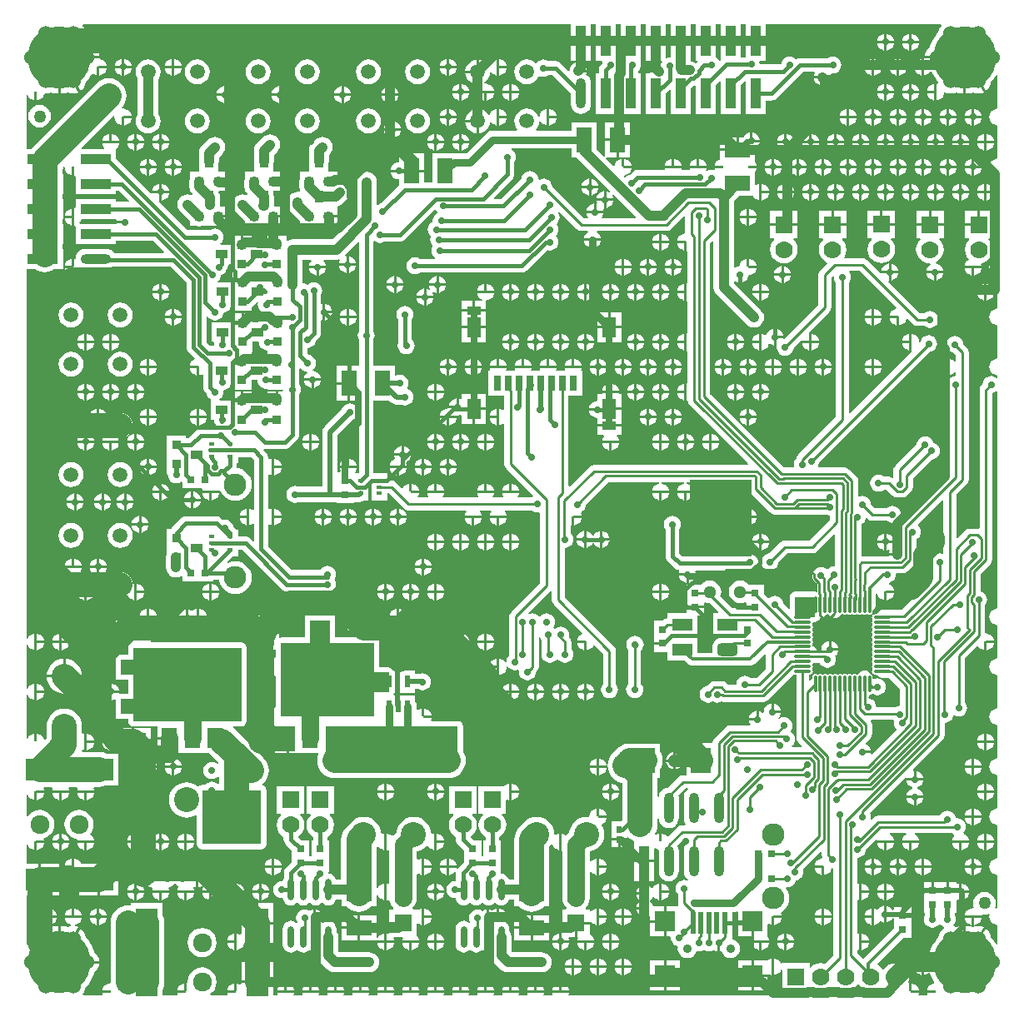
<source format=gtl>
%FSLAX24Y24*%
%MOIN*%
G70*
G01*
G75*
G04 Layer_Physical_Order=1*
G04 Layer_Color=255*
%ADD10O,0.0709X0.0118*%
%ADD11O,0.0118X0.0709*%
%ADD12R,0.0571X0.0787*%
%ADD13R,0.0571X0.0354*%
%ADD14R,0.0315X0.0591*%
%ADD15R,0.0500X0.0360*%
%ADD16R,0.0360X0.0360*%
%ADD17R,0.0360X0.0500*%
%ADD18R,0.0360X0.0360*%
%ADD19R,0.0200X0.0500*%
%ADD20O,0.0394X0.1220*%
%ADD21R,0.0394X0.1220*%
%ADD22R,0.0200X0.0250*%
%ADD23R,0.0300X0.0300*%
%ADD24R,0.0236X0.0165*%
%ADD25R,0.0600X0.1000*%
%ADD26R,0.1000X0.0600*%
%ADD27R,0.0197X0.0906*%
%ADD28R,0.0787X0.0787*%
%ADD29R,0.0787X0.0984*%
%ADD30C,0.0500*%
%ADD31R,0.1181X0.0866*%
%ADD32R,0.0300X0.0300*%
%ADD33R,0.0866X0.1181*%
%ADD34O,0.0236X0.0866*%
%ADD35R,0.0590X0.0790*%
%ADD36R,0.1500X0.0790*%
%ADD37O,0.1220X0.0394*%
%ADD38R,0.1220X0.0394*%
%ADD39R,0.0787X0.0512*%
G04:AMPARAMS|DCode=40|XSize=78.7mil|YSize=51.2mil|CornerRadius=12.8mil|HoleSize=0mil|Usage=FLASHONLY|Rotation=180.000|XOffset=0mil|YOffset=0mil|HoleType=Round|Shape=RoundedRectangle|*
%AMROUNDEDRECTD40*
21,1,0.0787,0.0256,0,0,180.0*
21,1,0.0532,0.0512,0,0,180.0*
1,1,0.0256,-0.0266,0.0128*
1,1,0.0256,0.0266,0.0128*
1,1,0.0256,0.0266,-0.0128*
1,1,0.0256,-0.0266,-0.0128*
%
%ADD40ROUNDEDRECTD40*%
%ADD41C,0.0400*%
%ADD42C,0.0100*%
%ADD43C,0.0150*%
%ADD44C,0.0120*%
%ADD45C,0.0800*%
%ADD46C,0.1000*%
%ADD47C,0.0200*%
%ADD48C,0.0300*%
%ADD49C,0.0700*%
%ADD50C,0.0500*%
%ADD51C,0.0250*%
%ADD52C,0.0600*%
%ADD53R,0.4331X0.2953*%
%ADD54R,0.2362X0.2165*%
%ADD55R,0.3740X0.2953*%
%ADD56R,0.1378X0.0984*%
%ADD57R,0.5315X0.1378*%
%ADD58R,0.0591X0.0787*%
%ADD59R,0.0800X0.0800*%
%ADD60R,0.2510X0.3090*%
%ADD61R,0.0700X0.0700*%
%ADD62C,0.0700*%
%ADD63C,0.0591*%
%ADD64C,0.0900*%
%ADD65C,0.0354*%
%ADD66C,0.1000*%
%ADD67R,0.0700X0.0700*%
%ADD68C,0.0600*%
%ADD69C,0.2500*%
%ADD70C,0.0757*%
%ADD71C,0.0512*%
%ADD72C,0.0276*%
G36*
X13573Y23486D02*
Y21195D01*
X13516Y21139D01*
X13409D01*
X13384Y21189D01*
X13417Y21231D01*
X13451Y21313D01*
X13456Y21352D01*
X12788D01*
X12793Y21313D01*
X12819Y21250D01*
X12793Y21200D01*
X12703D01*
Y22675D01*
X13306Y23278D01*
X13370Y23305D01*
X13441Y23359D01*
X13495Y23430D01*
X13523Y23496D01*
X13573Y23486D01*
D02*
G37*
G36*
X1742Y33406D02*
X1784Y33382D01*
X1793Y33313D01*
X1827Y33231D01*
X1881Y33161D01*
X1952Y33107D01*
X2034Y33072D01*
X2072Y33067D01*
Y33402D01*
X2172D01*
Y33067D01*
X2221Y33026D01*
Y32328D01*
X3842D01*
Y32447D01*
X3961D01*
X4360Y32048D01*
X4341Y32002D01*
X3842D01*
Y32121D01*
X2221D01*
Y31778D01*
X2172Y31736D01*
Y31402D01*
Y31067D01*
X2221Y31026D01*
Y30328D01*
X3842D01*
Y30447D01*
X5310D01*
X5754Y30004D01*
X5735Y29957D01*
X3766D01*
X3728Y30007D01*
X3645Y30071D01*
X3548Y30111D01*
X3445Y30125D01*
X2618D01*
X2515Y30111D01*
X2418Y30071D01*
X2335Y30007D01*
X2271Y29925D01*
X2231Y29828D01*
X2219Y29736D01*
X2210Y29731D01*
X2172Y29736D01*
Y29402D01*
X2122D01*
Y29352D01*
X1788D01*
X1793Y29313D01*
X1821Y29246D01*
X1825Y29225D01*
X1806Y29177D01*
X1759Y29141D01*
X1705Y29070D01*
X1671Y28988D01*
X1666Y28950D01*
X2334D01*
X2329Y28988D01*
X2301Y29056D01*
X2298Y29077D01*
X2316Y29125D01*
X2363Y29161D01*
X2417Y29231D01*
X2450Y29310D01*
X2458Y29324D01*
X2495Y29346D01*
X2515Y29338D01*
X2618Y29324D01*
X3445D01*
X3548Y29338D01*
X3645Y29378D01*
X3677Y29403D01*
X6029D01*
X6670Y28762D01*
Y26188D01*
X6679Y26116D01*
X6707Y26049D01*
X6751Y25991D01*
X6986Y25756D01*
X6977Y25707D01*
X6952Y25697D01*
X6881Y25642D01*
X6827Y25572D01*
X6793Y25490D01*
X6788Y25452D01*
X7122D01*
Y25402D01*
X7172D01*
Y25067D01*
X7210Y25072D01*
X7273Y25098D01*
X7323Y25071D01*
Y24600D01*
X7332Y24528D01*
X7360Y24461D01*
X7404Y24404D01*
X7467Y24341D01*
X7471Y24312D01*
X7505Y24230D01*
X7559Y24159D01*
X7626Y24108D01*
X7627Y24090D01*
X7620Y24058D01*
X7620D01*
X7620Y24058D01*
Y23298D01*
X7760D01*
X7771Y23212D01*
X7805Y23130D01*
X7825Y23103D01*
X7830Y23091D01*
X7874Y23033D01*
X7887Y23023D01*
X7881Y22974D01*
X7853Y22962D01*
X7830Y22945D01*
X7236D01*
X7164Y22935D01*
X7125Y22919D01*
X7097Y22907D01*
X7040Y22863D01*
X6728Y22551D01*
X6632D01*
Y22654D01*
X5872D01*
Y21894D01*
Y21144D01*
X5880D01*
X5913Y21106D01*
X5911Y21092D01*
X5923Y21004D01*
X5957Y20922D01*
X6011Y20852D01*
X6082Y20797D01*
X6164Y20763D01*
X6252Y20752D01*
X6340Y20763D01*
X6422Y20797D01*
X6448Y20817D01*
X6492Y20795D01*
Y20546D01*
X7271D01*
X7299Y20504D01*
X7293Y20490D01*
X7288Y20452D01*
X7956D01*
X7955Y20460D01*
X8004Y20470D01*
X8011Y20449D01*
X8071Y20336D01*
X8152Y20237D01*
X8251Y20156D01*
X8364Y20095D01*
X8487Y20058D01*
X8614Y20046D01*
X8742Y20058D01*
X8864Y20095D01*
X8977Y20156D01*
X9076Y20237D01*
X9157Y20336D01*
X9218Y20449D01*
X9255Y20571D01*
X9267Y20699D01*
X9255Y20826D01*
X9218Y20949D01*
X9157Y21062D01*
X9076Y21161D01*
X8977Y21242D01*
X8864Y21302D01*
X8742Y21339D01*
X8698Y21344D01*
X8666Y21394D01*
X8666Y21397D01*
X8675Y21466D01*
Y21538D01*
X8716D01*
Y21799D01*
X9237D01*
X9368Y21668D01*
Y19701D01*
X9318Y19677D01*
X9292Y19697D01*
X9210Y19731D01*
X9172Y19736D01*
Y19402D01*
Y19067D01*
X9210Y19072D01*
X9292Y19107D01*
X9318Y19126D01*
X9368Y19102D01*
Y18451D01*
X9322Y18432D01*
X9213Y18542D01*
X9155Y18586D01*
X9127Y18597D01*
X9088Y18614D01*
X9016Y18623D01*
X8716D01*
Y18884D01*
X8644D01*
X8638Y18899D01*
X8594Y18956D01*
X8541Y19009D01*
X8537Y19038D01*
X8503Y19120D01*
X8449Y19191D01*
X8378Y19245D01*
X8296Y19279D01*
X8208Y19291D01*
X8120Y19279D01*
X8115Y19277D01*
X8048Y19343D01*
X7991Y19387D01*
X7924Y19415D01*
X7852Y19424D01*
X6633D01*
X6561Y19415D01*
X6494Y19387D01*
X6437Y19343D01*
X6056Y18962D01*
X6026Y18923D01*
X5872D01*
Y18163D01*
Y17938D01*
X5850Y17884D01*
X5836Y17780D01*
Y17375D01*
X5850Y17271D01*
X5890Y17174D01*
X5954Y17090D01*
X6038Y17026D01*
X6135Y16986D01*
X6239Y16972D01*
X6344Y16986D01*
X6441Y17026D01*
X6448Y17031D01*
X6492Y17009D01*
Y16815D01*
X7742D01*
Y16887D01*
X7969D01*
X7973Y16840D01*
X8011Y16718D01*
X8071Y16605D01*
X8152Y16506D01*
X8251Y16425D01*
X8364Y16364D01*
X8487Y16327D01*
X8614Y16315D01*
X8742Y16327D01*
X8864Y16364D01*
X8977Y16425D01*
X9076Y16506D01*
X9157Y16605D01*
X9218Y16718D01*
X9255Y16840D01*
X9267Y16968D01*
X9255Y17095D01*
X9218Y17218D01*
X9157Y17331D01*
X9076Y17430D01*
X8977Y17511D01*
X8864Y17571D01*
X8742Y17608D01*
X8614Y17621D01*
X8487Y17608D01*
X8364Y17571D01*
X8316Y17546D01*
X8286Y17586D01*
X8507Y17807D01*
X8716D01*
Y18068D01*
X8902D01*
X10466Y16504D01*
X10524Y16460D01*
X10590Y16432D01*
X10662Y16423D01*
X12107D01*
X12130Y16405D01*
X12212Y16371D01*
X12300Y16359D01*
X12388Y16371D01*
X12470Y16405D01*
X12541Y16459D01*
X12595Y16530D01*
X12629Y16612D01*
X12641Y16700D01*
X12629Y16788D01*
X12595Y16870D01*
X12572Y16900D01*
X12595Y16930D01*
X12629Y17012D01*
X12641Y17100D01*
X12629Y17188D01*
X12595Y17270D01*
X12541Y17341D01*
X12470Y17395D01*
X12388Y17429D01*
X12300Y17441D01*
X12212Y17429D01*
X12130Y17395D01*
X12059Y17341D01*
X12010Y17277D01*
X10871D01*
X9923Y18225D01*
Y19070D01*
X9973Y19098D01*
X10034Y19072D01*
X10072Y19067D01*
Y19402D01*
Y19736D01*
X10034Y19731D01*
X9973Y19705D01*
X9923Y19733D01*
Y21070D01*
X9973Y21098D01*
X10034Y21072D01*
X10072Y21067D01*
Y21402D01*
Y21736D01*
X10034Y21731D01*
X9973Y21705D01*
X9923Y21733D01*
Y21783D01*
X9914Y21854D01*
X9886Y21921D01*
X9842Y21979D01*
X9740Y22080D01*
X9764Y22127D01*
X9800Y22123D01*
X10600D01*
X10672Y22132D01*
X10739Y22160D01*
X10796Y22204D01*
X11096Y22504D01*
X11140Y22561D01*
X11168Y22628D01*
X11177Y22700D01*
Y24307D01*
X11195Y24330D01*
X11229Y24412D01*
X11241Y24500D01*
X11229Y24588D01*
X11195Y24670D01*
X11177Y24693D01*
Y25322D01*
X11180Y25330D01*
X11238Y25337D01*
X11259Y25309D01*
X11330Y25255D01*
X11412Y25221D01*
X11471Y25213D01*
X11485Y25161D01*
X11459Y25141D01*
X11405Y25070D01*
X11371Y24988D01*
X11366Y24950D01*
X12034D01*
X12029Y24988D01*
X11995Y25070D01*
X11941Y25141D01*
X11870Y25195D01*
X11788Y25229D01*
X11729Y25237D01*
X11715Y25289D01*
X11741Y25309D01*
X11795Y25380D01*
X11829Y25462D01*
X11841Y25550D01*
X11829Y25638D01*
X11795Y25720D01*
X11741Y25791D01*
X11670Y25845D01*
X11588Y25879D01*
X11559Y25883D01*
X11485Y25958D01*
Y26146D01*
X11500Y26159D01*
X11588Y26171D01*
X11670Y26205D01*
X11741Y26259D01*
X11795Y26330D01*
X11829Y26412D01*
X11833Y26441D01*
X11946Y26554D01*
X11990Y26611D01*
X12018Y26678D01*
X12027Y26750D01*
Y27237D01*
X12077Y27269D01*
X12100Y27266D01*
Y27600D01*
Y27934D01*
X12077Y27931D01*
X12027Y27963D01*
Y28257D01*
X12045Y28280D01*
X12079Y28362D01*
X12091Y28450D01*
X12079Y28538D01*
X12045Y28620D01*
X11991Y28691D01*
X11920Y28745D01*
X11838Y28779D01*
X11750Y28791D01*
X11662Y28779D01*
X11580Y28745D01*
X11517Y28697D01*
X11438Y28729D01*
X11350Y28741D01*
X11341Y28740D01*
X11303Y28772D01*
Y29697D01*
X11649D01*
X11666Y29647D01*
X11659Y29641D01*
X11605Y29570D01*
X11571Y29488D01*
X11566Y29450D01*
X12234D01*
X12229Y29488D01*
X12195Y29570D01*
X12141Y29641D01*
X12134Y29647D01*
X12151Y29697D01*
X12659D01*
X12659Y29697D01*
X12764Y29710D01*
X12777Y29716D01*
X12808Y29675D01*
X12805Y29670D01*
X12771Y29588D01*
X12766Y29550D01*
X13050D01*
Y29834D01*
X13032Y29832D01*
X13009Y29879D01*
X13526Y30397D01*
X13573Y30378D01*
Y26849D01*
X13555Y26826D01*
X13521Y26744D01*
X13509Y26656D01*
X13521Y26568D01*
X13555Y26486D01*
X13573Y26463D01*
Y25450D01*
X13200D01*
Y24750D01*
Y24050D01*
X13573D01*
Y23714D01*
X13523Y23704D01*
X13495Y23770D01*
X13441Y23841D01*
X13370Y23895D01*
X13288Y23929D01*
X13200Y23941D01*
X13112Y23929D01*
X13030Y23895D01*
X12959Y23841D01*
X12905Y23770D01*
X12878Y23706D01*
X12186Y23014D01*
X12138Y22951D01*
X12108Y22878D01*
X12097Y22800D01*
Y20603D01*
X11152D01*
X11088Y20629D01*
X11000Y20641D01*
X10912Y20629D01*
X10830Y20595D01*
X10759Y20541D01*
X10705Y20470D01*
X10671Y20388D01*
X10659Y20300D01*
X10671Y20212D01*
X10705Y20130D01*
X10759Y20059D01*
X10830Y20005D01*
X10912Y19971D01*
X11000Y19959D01*
X11088Y19971D01*
X11152Y19997D01*
X12650D01*
Y19950D01*
X13350D01*
Y19997D01*
X13582D01*
X13660Y20008D01*
X13712Y20029D01*
X13733Y20038D01*
X13764Y20061D01*
X13944D01*
Y20573D01*
Y20782D01*
X14006Y20844D01*
X14056Y20823D01*
Y20573D01*
Y20317D01*
Y20061D01*
X14692D01*
Y20317D01*
Y20345D01*
X14744D01*
X15350Y19740D01*
X15432Y19684D01*
X15530Y19665D01*
X17835D01*
X17860Y19615D01*
X17827Y19572D01*
X17793Y19490D01*
X17788Y19452D01*
X18456D01*
X18451Y19490D01*
X18417Y19572D01*
X18384Y19615D01*
X18409Y19665D01*
X18835D01*
X18860Y19615D01*
X18827Y19572D01*
X18793Y19490D01*
X18788Y19452D01*
X19456D01*
X19451Y19490D01*
X19417Y19572D01*
X19384Y19615D01*
X19409Y19665D01*
X20467D01*
X20520Y19625D01*
X20602Y19591D01*
X20690Y19579D01*
X20755Y19588D01*
X20805Y19553D01*
Y16744D01*
X19650Y15590D01*
X19595Y15507D01*
X19576Y15409D01*
Y15081D01*
X19577Y15073D01*
Y13855D01*
X19559Y13841D01*
X19505Y13770D01*
X19471Y13688D01*
X19459Y13600D01*
X19460Y13594D01*
X19438Y13583D01*
X19412Y13579D01*
X19363Y13642D01*
X19292Y13697D01*
X19210Y13731D01*
X19172Y13736D01*
Y13402D01*
Y13067D01*
X19210Y13072D01*
X19292Y13107D01*
X19363Y13161D01*
X19417Y13231D01*
X19451Y13313D01*
X19463Y13402D01*
X19462Y13407D01*
X19484Y13419D01*
X19510Y13422D01*
X19559Y13359D01*
X19630Y13305D01*
X19712Y13271D01*
X19800Y13259D01*
X19888Y13271D01*
X19920Y13284D01*
X19966Y13249D01*
X19959Y13200D01*
X19971Y13112D01*
X20005Y13030D01*
X20059Y12959D01*
X20130Y12905D01*
X20212Y12871D01*
X20300Y12859D01*
X20388Y12871D01*
X20470Y12905D01*
X20541Y12959D01*
X20595Y13030D01*
X20629Y13112D01*
X20638Y13177D01*
X20680Y13220D01*
X20735Y13302D01*
X20755Y13400D01*
Y14583D01*
X20805Y14588D01*
X20839Y14506D01*
X20879Y14454D01*
Y14007D01*
X20871Y13988D01*
X20859Y13900D01*
X20871Y13812D01*
X20905Y13730D01*
X20959Y13659D01*
X21030Y13605D01*
X21112Y13571D01*
X21200Y13559D01*
X21288Y13571D01*
X21370Y13605D01*
X21441Y13659D01*
X21468Y13695D01*
X21532D01*
X21559Y13659D01*
X21630Y13605D01*
X21712Y13571D01*
X21800Y13559D01*
X21888Y13571D01*
X21970Y13605D01*
X22041Y13659D01*
X22095Y13730D01*
X22129Y13812D01*
X22141Y13900D01*
X22129Y13988D01*
X22095Y14070D01*
X22055Y14123D01*
Y14400D01*
X22036Y14498D01*
X21980Y14580D01*
X21961Y14599D01*
X21971Y14670D01*
X21959Y14758D01*
X21925Y14840D01*
X21871Y14911D01*
X21800Y14965D01*
X21718Y14999D01*
X21630Y15011D01*
X21542Y14999D01*
X21460Y14965D01*
X21389Y14911D01*
X21347Y14938D01*
X21336Y14947D01*
X21330Y14996D01*
X21355Y15030D01*
X21389Y15112D01*
X21401Y15200D01*
X21389Y15288D01*
X21355Y15370D01*
X21301Y15441D01*
X21230Y15495D01*
X21148Y15529D01*
X21060Y15541D01*
X20972Y15529D01*
X20890Y15495D01*
X20819Y15441D01*
X20805Y15423D01*
X20755D01*
X20741Y15441D01*
X20670Y15495D01*
X20588Y15529D01*
X20500Y15541D01*
X20412Y15529D01*
X20360Y15508D01*
X20332Y15550D01*
X21227Y16446D01*
X21277Y16427D01*
Y16078D01*
X21297Y15980D01*
X21352Y15898D01*
X22491Y14758D01*
X22482Y14709D01*
X22452Y14697D01*
X22381Y14642D01*
X22327Y14572D01*
X22293Y14490D01*
X22288Y14452D01*
X22622D01*
Y14402D01*
X22672D01*
Y14067D01*
X22710Y14072D01*
X22792Y14107D01*
X22863Y14161D01*
X22917Y14231D01*
X22930Y14261D01*
X22979Y14271D01*
X23325Y13924D01*
Y12703D01*
X23285Y12650D01*
X23251Y12568D01*
X23239Y12480D01*
X23251Y12392D01*
X23285Y12310D01*
X23339Y12239D01*
X23410Y12185D01*
X23492Y12151D01*
X23580Y12139D01*
X23668Y12151D01*
X23750Y12185D01*
X23821Y12239D01*
X23875Y12310D01*
X23909Y12392D01*
X23921Y12480D01*
X23909Y12568D01*
X23875Y12650D01*
X23835Y12703D01*
Y14030D01*
X23816Y14128D01*
X23760Y14210D01*
X21787Y16183D01*
Y18148D01*
X21800Y18159D01*
X21888Y18171D01*
X21970Y18205D01*
X22041Y18259D01*
X22095Y18330D01*
X22129Y18412D01*
X22141Y18500D01*
X22129Y18588D01*
X22095Y18670D01*
X22041Y18741D01*
X22035Y18746D01*
Y19034D01*
X22072Y19067D01*
Y19402D01*
X22122D01*
Y19452D01*
X22456D01*
X22451Y19490D01*
X22432Y19535D01*
X22456Y19599D01*
X22470Y19605D01*
X22541Y19659D01*
X22595Y19730D01*
X22629Y19812D01*
X22638Y19877D01*
X23546Y20785D01*
X25564D01*
X25567Y20735D01*
X25534Y20731D01*
X25452Y20697D01*
X25381Y20642D01*
X25327Y20572D01*
X25293Y20490D01*
X25288Y20452D01*
X25956D01*
X25951Y20490D01*
X25917Y20572D01*
X25863Y20642D01*
X25792Y20697D01*
X25710Y20731D01*
X25677Y20735D01*
X25680Y20785D01*
X26564D01*
X26567Y20735D01*
X26534Y20731D01*
X26452Y20697D01*
X26381Y20642D01*
X26327Y20572D01*
X26293Y20490D01*
X26288Y20452D01*
X26956D01*
X26951Y20490D01*
X26917Y20572D01*
X26863Y20642D01*
X26792Y20697D01*
X26710Y20731D01*
X26677Y20735D01*
X26680Y20785D01*
X28564D01*
X28567Y20735D01*
X28534Y20731D01*
X28452Y20697D01*
X28381Y20642D01*
X28327Y20572D01*
X28293Y20490D01*
X28288Y20452D01*
X28956D01*
X28951Y20490D01*
X28917Y20572D01*
X28863Y20642D01*
X28792Y20697D01*
X28710Y20731D01*
X28677Y20735D01*
X28680Y20785D01*
X29185D01*
Y20503D01*
X29205Y20406D01*
X29260Y20323D01*
X30011Y19572D01*
X30093Y19517D01*
X30191Y19497D01*
X32248D01*
X32312Y19471D01*
X32400Y19459D01*
X32413Y19448D01*
Y19273D01*
X31594Y18455D01*
X30600D01*
X30502Y18435D01*
X30420Y18380D01*
X29977Y17938D01*
X29912Y17929D01*
X29830Y17895D01*
X29759Y17841D01*
X29705Y17770D01*
X29671Y17688D01*
X29659Y17600D01*
X29671Y17512D01*
X29705Y17430D01*
X29759Y17359D01*
X29830Y17305D01*
X29912Y17271D01*
X30000Y17259D01*
X30088Y17271D01*
X30170Y17305D01*
X30241Y17359D01*
X30295Y17430D01*
X30329Y17512D01*
X30338Y17577D01*
X30706Y17945D01*
X31700D01*
X31798Y17965D01*
X31880Y18020D01*
X32567Y18706D01*
X32613Y18687D01*
Y17463D01*
X32575Y17430D01*
X32570Y17431D01*
X32482Y17419D01*
X32400Y17385D01*
X32329Y17331D01*
X32322Y17321D01*
X32255Y17317D01*
X32213Y17350D01*
X32131Y17384D01*
X32043Y17395D01*
X31954Y17384D01*
X31872Y17350D01*
X31802Y17295D01*
X31748Y17225D01*
X31713Y17143D01*
X31702Y17055D01*
X31713Y16966D01*
X31748Y16884D01*
X31802Y16814D01*
X31872Y16759D01*
X31897Y16749D01*
Y16422D01*
X31884Y16416D01*
X31854Y16393D01*
X31800Y16404D01*
X31000D01*
X30922Y16388D01*
X30856Y16344D01*
X30812Y16278D01*
X30796Y16200D01*
Y15730D01*
X30750Y15711D01*
X30538Y15923D01*
X30529Y15988D01*
X30495Y16070D01*
X30441Y16141D01*
X30370Y16195D01*
X30288Y16229D01*
X30200Y16241D01*
X30112Y16229D01*
X30030Y16195D01*
X29959Y16141D01*
X29942Y16140D01*
X29750Y16332D01*
Y16700D01*
X29155D01*
X29135Y16725D01*
X29040Y16798D01*
X28929Y16844D01*
X28810Y16860D01*
X28691Y16844D01*
X28580Y16798D01*
X28485Y16725D01*
X28412Y16630D01*
X28366Y16519D01*
X28350Y16400D01*
X28366Y16281D01*
X28412Y16170D01*
X28485Y16075D01*
X28580Y16002D01*
X28691Y15956D01*
X28810Y15940D01*
X28929Y15956D01*
X29000Y15985D01*
X29050Y15952D01*
Y15755D01*
X28495D01*
X28015Y16235D01*
X28034Y16281D01*
X28050Y16400D01*
X28034Y16519D01*
X27988Y16630D01*
X27915Y16725D01*
X27820Y16798D01*
X27709Y16844D01*
X27590Y16860D01*
X27471Y16844D01*
X27360Y16798D01*
X27265Y16725D01*
X27245Y16700D01*
X26650D01*
Y16000D01*
Y15850D01*
X27350D01*
Y15952D01*
X27400Y15985D01*
X27471Y15956D01*
X27589Y15940D01*
X27943Y15586D01*
X27924Y15540D01*
X27717D01*
Y14628D01*
X28408D01*
X28429Y14578D01*
X28410Y14559D01*
X28045D01*
X27960Y14547D01*
X27880Y14514D01*
X27811Y14462D01*
X27759Y14393D01*
X27726Y14314D01*
X27714Y14228D01*
Y13972D01*
X27709Y13966D01*
X27094D01*
Y14556D01*
X26050D01*
Y14628D01*
X27094D01*
Y15450D01*
X27350D01*
Y15750D01*
X26650D01*
Y15540D01*
X25906D01*
Y15339D01*
X25884D01*
X25787Y15320D01*
X25704Y15264D01*
X25690Y15250D01*
X25350D01*
Y14550D01*
Y14400D01*
X25700D01*
Y14300D01*
X25350D01*
Y14000D01*
X25906D01*
Y13644D01*
X26585D01*
X26710Y13519D01*
X26710Y13519D01*
X26765Y13477D01*
X26783Y13469D01*
X26828Y13451D01*
X26896Y13442D01*
X26896Y13442D01*
X29204D01*
X29204Y13442D01*
X29272Y13451D01*
X29335Y13477D01*
X29390Y13519D01*
X29792Y13921D01*
X29836Y13898D01*
X29835Y13892D01*
Y13326D01*
X29464Y12955D01*
X29223D01*
X29170Y12995D01*
X29088Y13029D01*
X29000Y13041D01*
X28912Y13029D01*
X28830Y12995D01*
X28759Y12941D01*
X28705Y12870D01*
X28671Y12788D01*
X28659Y12700D01*
X28648Y12687D01*
X28313D01*
X28252Y12748D01*
X28170Y12803D01*
X28072Y12823D01*
X27777D01*
X27679Y12803D01*
X27597Y12748D01*
X27483Y12634D01*
X27444Y12629D01*
X27362Y12595D01*
X27291Y12541D01*
X27237Y12470D01*
X27203Y12388D01*
X27191Y12300D01*
X27203Y12212D01*
X27237Y12130D01*
X27291Y12059D01*
X27362Y12005D01*
X27444Y11971D01*
X27532Y11959D01*
X27620Y11971D01*
X27703Y12005D01*
X27710Y12011D01*
X27717Y12005D01*
X27800Y11971D01*
X27888Y11959D01*
X27976Y11971D01*
X28058Y12005D01*
X28062Y12008D01*
X28138Y11992D01*
X29734D01*
X29832Y12012D01*
X29915Y12067D01*
X30957Y13110D01*
X30964Y13105D01*
X31010Y13096D01*
X31051D01*
Y10570D01*
X31070Y10473D01*
X31125Y10390D01*
X31278Y10237D01*
X31259Y10190D01*
X30893D01*
X30876Y10240D01*
X30903Y10261D01*
X30957Y10332D01*
X30991Y10414D01*
X31003Y10502D01*
X30991Y10590D01*
X30957Y10672D01*
X30903Y10743D01*
X30832Y10797D01*
X30824Y10829D01*
X30855Y10870D01*
X30889Y10952D01*
X30901Y11040D01*
X30889Y11128D01*
X30855Y11210D01*
X30801Y11281D01*
X30730Y11335D01*
X30648Y11369D01*
X30560Y11381D01*
X30472Y11369D01*
X30390Y11335D01*
X30373Y11322D01*
X30341Y11359D01*
X30395Y11430D01*
X30429Y11512D01*
X30434Y11550D01*
X30100D01*
Y11600D01*
X30050D01*
Y11934D01*
X30012Y11929D01*
X29930Y11895D01*
X29859Y11841D01*
X29805Y11770D01*
X29771Y11688D01*
X29759Y11600D01*
X29761Y11589D01*
X29714Y11562D01*
X29670Y11595D01*
X29588Y11629D01*
X29550Y11634D01*
Y11300D01*
X29500D01*
Y11250D01*
X29166D01*
X29171Y11212D01*
X29205Y11130D01*
X29224Y11105D01*
X29199Y11055D01*
X28412D01*
X28315Y11035D01*
X28232Y10980D01*
X27790Y10538D01*
X27734Y10455D01*
X27715Y10358D01*
Y10338D01*
X27294D01*
Y9646D01*
X27244D01*
Y9596D01*
X26650D01*
Y9055D01*
X26517D01*
X26419Y9035D01*
X26336Y8980D01*
X25922Y8565D01*
X25849Y8556D01*
X25753Y8516D01*
X25670Y8452D01*
X25606Y8369D01*
X25566Y8273D01*
X25557Y8200D01*
X25507Y8203D01*
Y8268D01*
Y8858D01*
Y8954D01*
X25594D01*
Y9271D01*
X25650Y9376D01*
X25690Y9508D01*
X25703Y9646D01*
X25690Y9783D01*
X25650Y9915D01*
X25594Y10020D01*
Y10338D01*
X25114D01*
X25000Y10349D01*
X24409D01*
X24272Y10336D01*
X24140Y10296D01*
X24019Y10231D01*
X23912Y10143D01*
X23825Y10036D01*
X23824Y10035D01*
X23822Y10034D01*
X23715Y9946D01*
X23628Y9840D01*
X23563Y9718D01*
X23523Y9586D01*
X23509Y9449D01*
X23523Y9312D01*
X23563Y9180D01*
X23628Y9058D01*
X23715Y8951D01*
X23822Y8864D01*
X23943Y8799D01*
X24075Y8759D01*
X24100Y8757D01*
Y8268D01*
Y7677D01*
Y7606D01*
Y7295D01*
X24026Y7221D01*
X23666D01*
Y6571D01*
Y6546D01*
X24266D01*
Y6559D01*
X24287Y6575D01*
X24316Y6581D01*
X24412Y6502D01*
X24534Y6437D01*
X24556Y6430D01*
Y5680D01*
X25350D01*
Y6123D01*
X25400Y6146D01*
X25452Y6107D01*
X25534Y6072D01*
X25553Y6047D01*
X25552Y6043D01*
Y5217D01*
X25566Y5113D01*
X25606Y5016D01*
X25670Y4933D01*
X25753Y4870D01*
X25849Y4830D01*
X25953Y4816D01*
X26056Y4830D01*
X26153Y4870D01*
X26236Y4933D01*
X26299Y5016D01*
X26339Y5113D01*
X26353Y5217D01*
Y6043D01*
X26339Y6147D01*
X26299Y6243D01*
X26295Y6249D01*
X26591Y6545D01*
X26671D01*
X26703Y6506D01*
X26698Y6480D01*
Y6348D01*
X26670Y6326D01*
X26606Y6243D01*
X26566Y6147D01*
X26552Y6043D01*
Y5217D01*
X26566Y5113D01*
X26606Y5016D01*
X26670Y4933D01*
X26742Y4878D01*
X26717Y4834D01*
X26663Y4857D01*
X26575Y4868D01*
X26487Y4857D01*
X26404Y4823D01*
X26334Y4768D01*
X26280Y4698D01*
X26246Y4616D01*
X26234Y4528D01*
X26246Y4439D01*
X26280Y4357D01*
X26320Y4305D01*
Y3935D01*
X26336Y3852D01*
X26307Y3802D01*
X25857D01*
Y3209D01*
Y2615D01*
X26007D01*
X26040Y2577D01*
X26037Y2559D01*
X26049Y2471D01*
X26083Y2389D01*
X26137Y2318D01*
X26208Y2264D01*
X26279Y2234D01*
X26290Y2230D01*
X26320Y2180D01*
X26312Y2126D01*
X26325Y2028D01*
X26363Y1936D01*
X26424Y1857D01*
X26503Y1797D01*
X26594Y1759D01*
X26693Y1746D01*
X26791Y1759D01*
X26883Y1797D01*
X26962Y1857D01*
X27022Y1936D01*
X27060Y2028D01*
X27111Y2029D01*
X27165Y2021D01*
X27254Y2033D01*
X27336Y2067D01*
X27362Y2087D01*
X27389Y2067D01*
X27471Y2033D01*
X27559Y2021D01*
X27647Y2033D01*
X27729Y2067D01*
X27756Y2087D01*
X27782Y2067D01*
X27865Y2033D01*
X27903Y2028D01*
Y2362D01*
X28003D01*
Y2028D01*
X28007Y2029D01*
X28058Y2028D01*
X28096Y1936D01*
X28156Y1857D01*
X28235Y1797D01*
X28327Y1759D01*
X28425Y1746D01*
X28524Y1759D01*
X28615Y1797D01*
X28694Y1857D01*
X28755Y1936D01*
X28793Y2028D01*
X28806Y2126D01*
X28793Y2224D01*
X28755Y2316D01*
X28694Y2395D01*
X28615Y2455D01*
X28524Y2493D01*
X28487Y2498D01*
Y3100D01*
X28189D01*
Y3200D01*
X28487D01*
Y3584D01*
X28543D01*
X28635Y3596D01*
X28676Y3613D01*
X28717Y3585D01*
Y3259D01*
X29311D01*
Y3159D01*
X28717D01*
Y2615D01*
X29305D01*
X29324Y2565D01*
X29293Y2490D01*
X29288Y2452D01*
X29956D01*
X29951Y2490D01*
X29919Y2568D01*
X29905Y2615D01*
Y2615D01*
X29905Y2615D01*
X29905Y2615D01*
Y3086D01*
X29950Y3108D01*
X29952Y3107D01*
X30034Y3072D01*
X30072Y3067D01*
Y3402D01*
X30122D01*
Y3452D01*
X30456D01*
X30451Y3490D01*
X30422Y3559D01*
X30481Y3591D01*
X30580Y3672D01*
X30661Y3771D01*
X30722Y3884D01*
X30759Y4006D01*
X30771Y4134D01*
X30759Y4261D01*
X30722Y4384D01*
X30661Y4497D01*
X30625Y4541D01*
X30651Y4588D01*
X30709Y4581D01*
X30797Y4592D01*
X30879Y4626D01*
X30950Y4680D01*
X31004Y4751D01*
X31038Y4833D01*
X31041Y4861D01*
X31088Y4867D01*
X31170Y4901D01*
X31241Y4955D01*
X31295Y5026D01*
X31329Y5108D01*
X31341Y5196D01*
X31329Y5284D01*
X31322Y5302D01*
X32031Y6011D01*
X32077Y5992D01*
Y5868D01*
X32093Y5789D01*
X32065Y5735D01*
X32034Y5731D01*
X31952Y5697D01*
X31881Y5642D01*
X31827Y5572D01*
X31793Y5490D01*
X31788Y5452D01*
X32122D01*
Y5402D01*
X32172D01*
Y5067D01*
X32210Y5072D01*
X32292Y5107D01*
X32363Y5161D01*
X32417Y5231D01*
X32451Y5313D01*
X32458Y5365D01*
X32500Y5359D01*
X32508Y5360D01*
X32545Y5327D01*
Y1860D01*
X32199Y1514D01*
X32177Y1524D01*
X32033Y1543D01*
X31889Y1524D01*
X31756Y1468D01*
X31641Y1380D01*
X31630Y1367D01*
X31583Y1383D01*
Y1538D01*
X30483D01*
X30483Y1538D01*
Y1538D01*
X30433Y1533D01*
X30417Y1572D01*
X30363Y1642D01*
X30292Y1697D01*
X30210Y1731D01*
X30172Y1736D01*
Y1402D01*
Y1067D01*
X30210Y1072D01*
X30292Y1107D01*
X30363Y1161D01*
X30417Y1231D01*
X30433Y1270D01*
X30483Y1260D01*
Y438D01*
X31583D01*
Y593D01*
X31630Y609D01*
X31641Y596D01*
X31756Y507D01*
X31889Y452D01*
X32033Y433D01*
X32177Y452D01*
X32241Y479D01*
X32276Y452D01*
X32622D01*
Y352D01*
X32288D01*
X32293Y313D01*
X32300Y296D01*
X32272Y255D01*
X21972D01*
X21944Y296D01*
X21951Y313D01*
X21956Y352D01*
X21288D01*
X21293Y313D01*
X21300Y296D01*
X21272Y255D01*
X20972D01*
X20944Y296D01*
X20951Y313D01*
X20956Y352D01*
X20288D01*
X20293Y313D01*
X20300Y296D01*
X20272Y255D01*
X19972D01*
X19944Y296D01*
X19951Y313D01*
X19956Y352D01*
X19288D01*
X19293Y313D01*
X19300Y296D01*
X19272Y255D01*
X18972D01*
X18944Y296D01*
X18951Y313D01*
X18956Y352D01*
X18288D01*
X18293Y313D01*
X18300Y296D01*
X18272Y255D01*
X17972D01*
X17944Y296D01*
X17951Y313D01*
X17956Y352D01*
X17288D01*
X17293Y313D01*
X17300Y296D01*
X17272Y255D01*
X16972D01*
X16944Y296D01*
X16951Y313D01*
X16956Y352D01*
X16288D01*
X16293Y313D01*
X16300Y296D01*
X16272Y255D01*
X15972D01*
X15944Y296D01*
X15951Y313D01*
X15956Y352D01*
X15288D01*
X15293Y313D01*
X15300Y296D01*
X15272Y255D01*
X14972D01*
X14944Y296D01*
X14951Y313D01*
X14956Y352D01*
X14288D01*
X14293Y313D01*
X14300Y296D01*
X14272Y255D01*
X13972D01*
X13944Y296D01*
X13951Y313D01*
X13956Y352D01*
X13288D01*
X13293Y313D01*
X13300Y296D01*
X13272Y255D01*
X12972D01*
X12944Y296D01*
X12951Y313D01*
X12956Y352D01*
X12288D01*
X12293Y313D01*
X12300Y296D01*
X12272Y255D01*
X11972D01*
X11944Y296D01*
X11951Y313D01*
X11956Y352D01*
X11288D01*
X11293Y313D01*
X11300Y296D01*
X11272Y255D01*
X10972D01*
X10944Y296D01*
X10951Y313D01*
X10956Y352D01*
X10288D01*
X10293Y313D01*
X10300Y296D01*
X10272Y255D01*
X10121D01*
Y737D01*
X8855D01*
Y705D01*
X8810Y683D01*
X8792Y697D01*
X8710Y731D01*
X8672Y736D01*
Y402D01*
X8622D01*
Y352D01*
X8288D01*
X8293Y313D01*
X8300Y296D01*
X8272Y255D01*
X7622D01*
X7605Y305D01*
X7696Y375D01*
X7789Y496D01*
X7847Y636D01*
X7867Y787D01*
X7847Y938D01*
X7789Y1079D01*
X7696Y1200D01*
X7575Y1293D01*
X7435Y1351D01*
X7283Y1371D01*
X7132Y1351D01*
X6992Y1293D01*
X6871Y1200D01*
X6778Y1079D01*
X6720Y938D01*
X6700Y787D01*
X6702Y772D01*
X6672Y742D01*
Y402D01*
X6622D01*
Y352D01*
X6288D01*
X6293Y313D01*
X6300Y296D01*
X6272Y255D01*
X5712D01*
Y487D01*
X5729Y518D01*
X5769Y650D01*
X5782Y787D01*
Y3150D01*
X5769Y3287D01*
X5729Y3419D01*
X5712Y3450D01*
Y3940D01*
X4446D01*
Y3879D01*
X4409Y3845D01*
X4331Y3853D01*
X4193Y3839D01*
X4062Y3799D01*
X3940Y3734D01*
X3833Y3647D01*
X3746Y3540D01*
X3681Y3419D01*
X3641Y3287D01*
X3627Y3150D01*
Y2953D01*
Y2362D01*
Y1378D01*
Y792D01*
X3622Y742D01*
X3534Y731D01*
X3452Y697D01*
X3381Y642D01*
X3327Y572D01*
X3293Y490D01*
X3288Y452D01*
X3622D01*
Y352D01*
X3288D01*
X3293Y313D01*
X3300Y296D01*
X3272Y255D01*
X2536D01*
X2512Y305D01*
X2562Y370D01*
X2612Y492D01*
X2622Y568D01*
X2752Y720D01*
X2871Y914D01*
X2958Y1125D01*
X2969Y1170D01*
X3031Y1218D01*
X3112Y1323D01*
X3162Y1444D01*
X3173Y1525D01*
X2675D01*
Y1625D01*
X3173D01*
X3162Y1705D01*
X3112Y1827D01*
X3031Y1931D01*
X2969Y1979D01*
X2958Y2024D01*
X2871Y2235D01*
X2752Y2430D01*
X2622Y2581D01*
X2612Y2658D01*
X2562Y2780D01*
X2481Y2884D01*
X2417Y2933D01*
X2168Y2502D01*
X2081Y2552D01*
X2330Y2983D01*
X2255Y3015D01*
X2204Y3021D01*
Y3072D01*
X2210Y3072D01*
X2292Y3107D01*
X2363Y3161D01*
X2417Y3231D01*
X2451Y3313D01*
X2456Y3352D01*
X1788D01*
X1793Y3313D01*
X1827Y3231D01*
X1881Y3161D01*
X1952Y3107D01*
X2034Y3072D01*
X2042Y3071D01*
Y3021D01*
X1994Y3015D01*
X1919Y2983D01*
X1802Y3011D01*
X1625Y3025D01*
Y1575D01*
X1525D01*
Y3025D01*
X1347Y3011D01*
X1231Y2983D01*
X1155Y3015D01*
X1154Y3015D01*
Y3065D01*
X1210Y3072D01*
X1292Y3107D01*
X1363Y3161D01*
X1417Y3231D01*
X1451Y3313D01*
X1456Y3352D01*
X788D01*
X793Y3313D01*
X827Y3231D01*
X881Y3161D01*
X952Y3107D01*
X1014Y3081D01*
X1007Y3029D01*
X894Y3015D01*
X819Y2983D01*
X1068Y2552D01*
X981Y2502D01*
X733Y2933D01*
X668Y2884D01*
X588Y2780D01*
X538Y2658D01*
X528Y2581D01*
X398Y2430D01*
X305Y2278D01*
X255Y2292D01*
Y4249D01*
X737D01*
Y4882D01*
Y5515D01*
X255D01*
Y6275D01*
X305Y6285D01*
X327Y6231D01*
X381Y6161D01*
X452Y6107D01*
X534Y6072D01*
X572Y6067D01*
Y6402D01*
X622D01*
Y6452D01*
X956D01*
X951Y6490D01*
X938Y6522D01*
X938Y6523D01*
X1079Y6581D01*
X1200Y6674D01*
X1293Y6795D01*
X1351Y6936D01*
X1371Y7087D01*
X1351Y7238D01*
X1293Y7378D01*
X1200Y7499D01*
X1079Y7592D01*
X938Y7650D01*
X787Y7670D01*
X636Y7650D01*
X496Y7592D01*
X375Y7499D01*
X305Y7408D01*
X255Y7425D01*
Y8275D01*
X305Y8285D01*
X327Y8231D01*
X381Y8161D01*
X452Y8107D01*
X534Y8072D01*
X572Y8067D01*
Y8402D01*
X622D01*
Y8452D01*
X956D01*
X951Y8490D01*
X931Y8538D01*
X965Y8588D01*
X1279D01*
X1313Y8538D01*
X1293Y8490D01*
X1288Y8452D01*
X1956D01*
X1951Y8490D01*
X1931Y8538D01*
X1965Y8588D01*
X2280D01*
X2313Y8538D01*
X2293Y8490D01*
X2288Y8452D01*
X2956D01*
X2951Y8490D01*
X2931Y8538D01*
X2965Y8588D01*
X3150D01*
X3287Y8601D01*
X3419Y8641D01*
X3450Y8658D01*
X3940D01*
Y9911D01*
X3940Y9924D01*
X3972Y9961D01*
X4478D01*
Y10461D01*
Y10961D01*
X3828D01*
Y10727D01*
X3778Y10703D01*
X3710Y10731D01*
X3672Y10736D01*
Y10402D01*
Y10067D01*
X3710Y10072D01*
X3778Y10100D01*
X3828Y10076D01*
Y9974D01*
X3828Y9961D01*
X3795Y9924D01*
X3450D01*
X3419Y9941D01*
X3287Y9981D01*
X3150Y9995D01*
X2483D01*
X2451Y10037D01*
X2456Y10057D01*
X2509Y10083D01*
X2534Y10072D01*
X2572Y10067D01*
Y10402D01*
Y10736D01*
X2534Y10731D01*
X2517Y10724D01*
X2475Y10751D01*
Y11024D01*
X2462Y11161D01*
X2421Y11293D01*
X2357Y11414D01*
X2269Y11521D01*
X2162Y11608D01*
X2041Y11673D01*
X1909Y11713D01*
X1772Y11727D01*
X1634Y11713D01*
X1502Y11673D01*
X1381Y11608D01*
X1274Y11521D01*
X1187Y11414D01*
X1122Y11293D01*
X1082Y11161D01*
X1068Y11024D01*
Y10567D01*
X997Y10496D01*
X942Y10512D01*
X917Y10572D01*
X863Y10642D01*
X792Y10697D01*
X710Y10731D01*
X672Y10736D01*
Y10402D01*
X572D01*
Y10736D01*
X534Y10731D01*
X452Y10697D01*
X381Y10642D01*
X327Y10572D01*
X305Y10519D01*
X255Y10529D01*
Y12275D01*
X305Y12285D01*
X327Y12231D01*
X381Y12161D01*
X452Y12107D01*
X534Y12072D01*
X572Y12067D01*
Y12402D01*
Y12736D01*
X534Y12731D01*
X452Y12697D01*
X381Y12642D01*
X327Y12572D01*
X305Y12519D01*
X255Y12529D01*
Y14275D01*
X305Y14285D01*
X327Y14231D01*
X381Y14161D01*
X452Y14107D01*
X534Y14072D01*
X572Y14067D01*
Y14402D01*
Y14736D01*
X534Y14731D01*
X452Y14697D01*
X381Y14642D01*
X327Y14572D01*
X305Y14519D01*
X255Y14529D01*
Y29328D01*
X578D01*
X593Y29315D01*
X715Y29250D01*
X847Y29210D01*
X984Y29197D01*
X1121Y29210D01*
X1253Y29250D01*
X1375Y29315D01*
X1390Y29328D01*
X1716D01*
Y30121D01*
X1688D01*
Y30328D01*
X1716D01*
Y31121D01*
X1688D01*
Y31328D01*
X1716D01*
Y32121D01*
X1688D01*
Y32328D01*
X1716D01*
Y33121D01*
X1688D01*
Y33328D01*
X1716D01*
Y33396D01*
X1732Y33407D01*
X1742Y33406D01*
D02*
G37*
G36*
X9488Y24871D02*
X9500Y24783D01*
X9534Y24701D01*
X9588Y24630D01*
X9659Y24576D01*
X9741Y24542D01*
X9829Y24530D01*
X9857Y24534D01*
X9895Y24501D01*
Y24495D01*
X10523D01*
X10531Y24477D01*
X10499Y24428D01*
X10320D01*
Y24048D01*
X10220D01*
Y24428D01*
X9890D01*
Y24058D01*
X9250D01*
Y24428D01*
X8920D01*
Y24048D01*
X8820D01*
Y24428D01*
X8490D01*
Y24058D01*
X8003D01*
X7974Y24102D01*
X7974Y24108D01*
X8041Y24159D01*
X8095Y24230D01*
X8129Y24312D01*
X8141Y24400D01*
X8137Y24428D01*
X8167Y24468D01*
X8188Y24471D01*
X8270Y24505D01*
X8341Y24559D01*
X8395Y24630D01*
X8429Y24712D01*
X8440Y24796D01*
X8442Y24801D01*
X8487Y24832D01*
X8495Y24829D01*
Y24495D01*
X9255D01*
Y24863D01*
X9267Y24875D01*
X9485D01*
X9488Y24871D01*
D02*
G37*
G36*
X3872Y31290D02*
X3871Y31288D01*
X3866Y31250D01*
X4200D01*
Y31150D01*
X3851D01*
X3819Y31121D01*
X2387D01*
X2371Y31171D01*
X2417Y31231D01*
X2451Y31313D01*
X2453Y31328D01*
X3833D01*
X3872Y31290D01*
D02*
G37*
G36*
X16635Y31694D02*
X16645Y31670D01*
X16694Y31605D01*
X16692Y31550D01*
X16680Y31545D01*
X16609Y31491D01*
X16555Y31420D01*
X16521Y31338D01*
X16509Y31250D01*
X16515Y31210D01*
X16480Y31195D01*
X16409Y31141D01*
X16355Y31070D01*
X16321Y30988D01*
X16309Y30900D01*
X16321Y30812D01*
X16355Y30730D01*
X16409Y30659D01*
X16440Y30635D01*
X16421Y30588D01*
X16409Y30500D01*
X16421Y30412D01*
X16455Y30330D01*
X16509Y30259D01*
X16513Y30231D01*
X16505Y30220D01*
X16471Y30138D01*
X16459Y30050D01*
X16471Y29962D01*
X16505Y29880D01*
X16559Y29809D01*
X16600Y29777D01*
X16583Y29727D01*
X15993D01*
X15970Y29745D01*
X15888Y29779D01*
X15800Y29791D01*
X15712Y29779D01*
X15630Y29745D01*
X15559Y29691D01*
X15505Y29620D01*
X15471Y29538D01*
X15459Y29450D01*
X15471Y29362D01*
X15505Y29280D01*
X15559Y29209D01*
X15630Y29155D01*
X15712Y29121D01*
X15800Y29109D01*
X15888Y29121D01*
X15970Y29155D01*
X15993Y29173D01*
X20075D01*
X20147Y29182D01*
X20186Y29198D01*
X20214Y29210D01*
X20271Y29254D01*
X21095Y30078D01*
X21112Y30071D01*
X21200Y30059D01*
X21288Y30071D01*
X21370Y30105D01*
X21441Y30159D01*
X21495Y30230D01*
X21529Y30312D01*
X21541Y30400D01*
X21529Y30488D01*
X21495Y30570D01*
X21441Y30641D01*
Y30659D01*
X21495Y30730D01*
X21529Y30812D01*
X21541Y30900D01*
X21529Y30988D01*
X21495Y31070D01*
X21451Y31128D01*
X21491Y31159D01*
X21545Y31230D01*
X21579Y31312D01*
X21591Y31400D01*
X21579Y31488D01*
X21545Y31570D01*
X21534Y31585D01*
X21572Y31618D01*
X22275Y30915D01*
X22357Y30859D01*
X22455Y30840D01*
X22709D01*
X22721Y30814D01*
X22723Y30790D01*
X22659Y30741D01*
X22605Y30670D01*
X22571Y30588D01*
X22566Y30550D01*
X23234D01*
X23229Y30588D01*
X23195Y30670D01*
X23141Y30741D01*
X23077Y30790D01*
X23079Y30814D01*
X23091Y30840D01*
X25862D01*
X25959Y30859D01*
X26042Y30915D01*
X26569Y31442D01*
X26615Y31423D01*
Y30741D01*
X26534Y30731D01*
X26452Y30697D01*
X26381Y30642D01*
X26327Y30572D01*
X26293Y30490D01*
X26288Y30452D01*
X26622D01*
Y30402D01*
X26672D01*
Y30060D01*
X26715Y30023D01*
Y28780D01*
X26672Y28743D01*
Y28402D01*
Y28060D01*
X26715Y28023D01*
Y26780D01*
X26672Y26743D01*
Y26402D01*
Y26060D01*
X26715Y26023D01*
Y24780D01*
X26672Y24743D01*
Y24402D01*
Y24065D01*
X26714Y24056D01*
X26721Y24026D01*
X26734Y23958D01*
X26790Y23875D01*
X29144Y21521D01*
X29125Y21475D01*
X22950D01*
X22852Y21456D01*
X22770Y21400D01*
X21994Y20624D01*
X21948Y20644D01*
Y24249D01*
X22483D01*
Y25239D01*
X22465D01*
X22438Y25281D01*
X22451Y25313D01*
X22456Y25352D01*
X21788D01*
X21793Y25313D01*
X21806Y25281D01*
X21779Y25239D01*
X21465D01*
X21438Y25281D01*
X21451Y25313D01*
X21456Y25352D01*
X20788D01*
X20793Y25313D01*
X20806Y25281D01*
X20779Y25239D01*
X20465D01*
X20438Y25281D01*
X20451Y25313D01*
X20456Y25352D01*
X19788D01*
X19793Y25313D01*
X19806Y25281D01*
X19779Y25239D01*
X19465D01*
X19438Y25281D01*
X19451Y25313D01*
X19456Y25352D01*
X18788D01*
X18793Y25313D01*
X18806Y25281D01*
X18779Y25239D01*
X18737D01*
Y24249D01*
X19377D01*
Y23695D01*
X19327Y23670D01*
X19292Y23697D01*
X19210Y23731D01*
X19172Y23736D01*
Y23402D01*
Y23067D01*
X19210Y23072D01*
X19292Y23107D01*
X19327Y23133D01*
X19377Y23109D01*
Y21508D01*
X19397Y21410D01*
X19452Y21328D01*
X20517Y20262D01*
X20505Y20204D01*
X20467Y20175D01*
X19930D01*
X19908Y20220D01*
X19917Y20231D01*
X19951Y20313D01*
X19956Y20352D01*
X19288D01*
X19293Y20313D01*
X19327Y20231D01*
X19336Y20220D01*
X19314Y20175D01*
X18930D01*
X18908Y20220D01*
X18917Y20231D01*
X18951Y20313D01*
X18956Y20352D01*
X18288D01*
X18293Y20313D01*
X18327Y20231D01*
X18336Y20220D01*
X18314Y20175D01*
X16930D01*
X16908Y20220D01*
X16917Y20231D01*
X16951Y20313D01*
X16956Y20352D01*
X16288D01*
X16293Y20313D01*
X16327Y20231D01*
X16336Y20220D01*
X16314Y20175D01*
X15930D01*
X15908Y20220D01*
X15917Y20231D01*
X15951Y20313D01*
X15956Y20352D01*
X15622D01*
Y20402D01*
X15572D01*
Y20736D01*
X15534Y20731D01*
X15452Y20697D01*
X15381Y20642D01*
X15327Y20572D01*
X15318Y20551D01*
X15269Y20541D01*
X15030Y20780D01*
X14948Y20835D01*
X14850Y20855D01*
X14692D01*
Y20883D01*
Y21139D01*
X14127D01*
Y24050D01*
X14772D01*
X14836Y23986D01*
X14836Y23986D01*
X14899Y23938D01*
X14972Y23908D01*
X15050Y23897D01*
X15248D01*
X15312Y23871D01*
X15400Y23859D01*
X15488Y23871D01*
X15570Y23905D01*
X15641Y23959D01*
X15695Y24030D01*
X15729Y24112D01*
X15741Y24200D01*
X15729Y24288D01*
X15695Y24370D01*
X15641Y24441D01*
X15570Y24495D01*
X15512Y24519D01*
X15492Y24575D01*
X15495Y24580D01*
X15529Y24662D01*
X15541Y24750D01*
X15529Y24838D01*
X15495Y24920D01*
X15441Y24991D01*
X15370Y25045D01*
X15288Y25079D01*
X15200Y25091D01*
X15112Y25079D01*
X15048Y25053D01*
X15000D01*
Y25450D01*
X14127D01*
Y26463D01*
X14145Y26486D01*
X14179Y26568D01*
X14191Y26656D01*
X14179Y26744D01*
X14145Y26826D01*
X14127Y26849D01*
Y30422D01*
X14177Y30445D01*
X14230Y30405D01*
X14312Y30371D01*
X14400Y30359D01*
X14488Y30371D01*
X14570Y30405D01*
X14593Y30423D01*
X15190D01*
X15262Y30432D01*
X15329Y30460D01*
X15386Y30504D01*
X16586Y31704D01*
X16635Y31694D01*
D02*
G37*
G36*
X22050Y33800D02*
X22245D01*
X22265Y33774D01*
X23614Y32425D01*
X23581Y32387D01*
X23570Y32395D01*
X23488Y32429D01*
X23450Y32434D01*
Y32150D01*
X23734D01*
X23729Y32188D01*
X23695Y32270D01*
X23687Y32281D01*
X23725Y32314D01*
X24642Y31396D01*
X24623Y31350D01*
X23297D01*
X23272Y31400D01*
X23295Y31430D01*
X23329Y31512D01*
X23334Y31550D01*
X22666D01*
X22671Y31512D01*
X22705Y31430D01*
X22728Y31400D01*
X22703Y31350D01*
X22561D01*
X21288Y32623D01*
X21279Y32688D01*
X21245Y32770D01*
X21191Y32841D01*
X21120Y32895D01*
X21038Y32929D01*
X20950Y32941D01*
X20862Y32929D01*
X20789Y32899D01*
X20787Y32899D01*
X20757Y32911D01*
X20737Y32926D01*
X20729Y32988D01*
X20695Y33070D01*
X20641Y33141D01*
X20570Y33195D01*
X20488Y33229D01*
X20400Y33241D01*
X20312Y33229D01*
X20230Y33195D01*
X20159Y33141D01*
X20105Y33070D01*
X20071Y32988D01*
X20067Y32959D01*
X19225Y32117D01*
X18969D01*
X18950Y32164D01*
X19696Y32909D01*
X19740Y32967D01*
X19768Y33034D01*
X19777Y33106D01*
Y33607D01*
X19795Y33630D01*
X19829Y33712D01*
X19841Y33800D01*
X19829Y33888D01*
X19795Y33970D01*
X19741Y34041D01*
X19670Y34095D01*
X19666Y34097D01*
X19676Y34147D01*
X22050D01*
Y33800D01*
D02*
G37*
G36*
X36947Y20064D02*
Y18775D01*
X36897Y18765D01*
X36895Y18770D01*
X36841Y18841D01*
X36770Y18895D01*
X36688Y18929D01*
X36650Y18934D01*
Y18600D01*
Y18266D01*
X36688Y18271D01*
X36770Y18305D01*
X36841Y18359D01*
X36895Y18430D01*
X36897Y18435D01*
X36947Y18425D01*
Y17950D01*
X36906Y17922D01*
X36888Y17929D01*
X36800Y17941D01*
X36712Y17929D01*
X36630Y17895D01*
X36559Y17841D01*
X36505Y17770D01*
X36471Y17688D01*
X36459Y17600D01*
X36471Y17512D01*
X36505Y17430D01*
X36545Y17377D01*
Y16956D01*
X36088Y16499D01*
X36038Y16520D01*
X36029Y16588D01*
X35995Y16670D01*
X35941Y16741D01*
X35870Y16795D01*
X35788Y16829D01*
X35750Y16834D01*
Y16500D01*
X35700D01*
Y16450D01*
X35366D01*
X35371Y16412D01*
X35405Y16330D01*
X35459Y16259D01*
X35530Y16205D01*
X35612Y16171D01*
X35680Y16162D01*
X35701Y16112D01*
X35277Y15688D01*
X34544D01*
X34447Y15668D01*
X34364Y15613D01*
X34314Y15563D01*
X34275Y15504D01*
X34199D01*
X34153Y15495D01*
X34113Y15469D01*
X34087Y15429D01*
X34078Y15383D01*
X34087Y15336D01*
X34113Y15297D01*
Y15272D01*
X34087Y15232D01*
X34078Y15186D01*
X34087Y15139D01*
X34097Y15124D01*
X34109Y15087D01*
X34097Y15051D01*
X34087Y15035D01*
X34078Y14989D01*
X34087Y14943D01*
X34113Y14903D01*
Y14878D01*
X34087Y14839D01*
X34078Y14792D01*
X34087Y14746D01*
X34097Y14730D01*
X34109Y14694D01*
X34097Y14657D01*
X34087Y14642D01*
X34078Y14595D01*
X34087Y14549D01*
X34113Y14509D01*
Y14484D01*
X34087Y14445D01*
X34078Y14398D01*
X34087Y14352D01*
X34113Y14313D01*
Y14287D01*
X34087Y14248D01*
X34078Y14202D01*
X34087Y14155D01*
X34097Y14140D01*
X34109Y14103D01*
X34097Y14066D01*
X34087Y14051D01*
X34078Y14005D01*
X34087Y13958D01*
X34113Y13919D01*
Y13894D01*
X34087Y13854D01*
X34078Y13808D01*
X34087Y13761D01*
X34097Y13746D01*
X34109Y13709D01*
X34097Y13673D01*
X34087Y13657D01*
X34078Y13611D01*
X34087Y13565D01*
X34113Y13525D01*
Y13500D01*
X34087Y13461D01*
X34078Y13414D01*
X34087Y13368D01*
X34113Y13328D01*
Y13303D01*
X34087Y13264D01*
X34078Y13217D01*
X34087Y13171D01*
X34113Y13131D01*
X34153Y13105D01*
X34199Y13096D01*
X34275D01*
X34314Y13037D01*
X34397Y12982D01*
X34494Y12962D01*
X34777D01*
X35213Y12527D01*
Y11852D01*
X35200Y11841D01*
X35112Y11829D01*
X35030Y11795D01*
X35019Y11787D01*
X34272D01*
X34261Y11800D01*
X34249Y11888D01*
X34215Y11970D01*
X34161Y12041D01*
X34090Y12095D01*
X34008Y12129D01*
X33936Y12139D01*
X33927Y12160D01*
X33924Y12190D01*
X33971Y12225D01*
X34012Y12280D01*
X34019Y12296D01*
X34029Y12298D01*
X34069Y12324D01*
X34098Y12329D01*
X34130Y12305D01*
X34212Y12271D01*
X34300Y12259D01*
X34388Y12271D01*
X34470Y12305D01*
X34541Y12359D01*
X34595Y12430D01*
X34629Y12512D01*
X34641Y12600D01*
X34629Y12688D01*
X34595Y12770D01*
X34541Y12841D01*
X34470Y12895D01*
X34388Y12929D01*
X34300Y12941D01*
X34212Y12929D01*
X34144Y12901D01*
X34104Y12928D01*
Y13001D01*
X34095Y13047D01*
X34069Y13087D01*
X34029Y13113D01*
X34019Y13115D01*
X34012Y13131D01*
X33971Y13186D01*
X33916Y13227D01*
X33853Y13253D01*
X33786Y13262D01*
X33718Y13253D01*
X33655Y13227D01*
X33601Y13186D01*
X33560Y13131D01*
X33553Y13115D01*
X33543Y13113D01*
X33503Y13087D01*
X33478D01*
X33439Y13113D01*
X33392Y13122D01*
X33346Y13113D01*
X33306Y13087D01*
X33281D01*
X33242Y13113D01*
X33195Y13122D01*
X33149Y13113D01*
X33109Y13087D01*
X33084D01*
X33045Y13113D01*
X32998Y13122D01*
X32952Y13113D01*
X32913Y13087D01*
X32887D01*
X32848Y13113D01*
X32802Y13122D01*
X32755Y13113D01*
X32716Y13087D01*
X32691D01*
X32651Y13113D01*
X32605Y13122D01*
X32558Y13113D01*
X32519Y13087D01*
X32494D01*
X32454Y13113D01*
X32408Y13122D01*
X32361Y13113D01*
X32322Y13087D01*
X32297D01*
X32257Y13113D01*
X32211Y13122D01*
X32165Y13113D01*
X32125Y13087D01*
X32100D01*
X32061Y13113D01*
X32014Y13122D01*
X31968Y13113D01*
X31928Y13087D01*
X31903D01*
X31864Y13113D01*
X31817Y13122D01*
X31771Y13113D01*
X31731Y13087D01*
X31705Y13047D01*
X31696Y13001D01*
Y12925D01*
X31637Y12886D01*
X31607Y12855D01*
X31560Y12874D01*
Y13096D01*
X31601D01*
X31647Y13105D01*
X31687Y13131D01*
X31713Y13171D01*
X31722Y13217D01*
X31713Y13264D01*
X31687Y13303D01*
Y13328D01*
X31713Y13368D01*
X31722Y13414D01*
X31713Y13461D01*
X31687Y13500D01*
Y13511D01*
X31725Y13553D01*
X31995D01*
X32005Y13530D01*
X32059Y13459D01*
X32130Y13405D01*
X32212Y13371D01*
X32300Y13359D01*
X32388Y13371D01*
X32470Y13405D01*
X32541Y13459D01*
X32595Y13530D01*
X32629Y13612D01*
X32641Y13700D01*
X32629Y13788D01*
X32610Y13835D01*
X32641Y13859D01*
X32695Y13930D01*
X32729Y14012D01*
X32734Y14050D01*
X32400D01*
Y14100D01*
X32350D01*
Y14434D01*
X32312Y14429D01*
X32230Y14395D01*
X32159Y14341D01*
X32105Y14270D01*
X32071Y14188D01*
X32059Y14100D01*
X32027Y14063D01*
X31854D01*
X31853Y14072D01*
X31827Y14135D01*
X31786Y14189D01*
X31731Y14231D01*
X31715Y14238D01*
X31713Y14248D01*
X31687Y14287D01*
Y14313D01*
X31713Y14352D01*
X31722Y14398D01*
X31713Y14445D01*
X31687Y14484D01*
Y14509D01*
X31713Y14549D01*
X31722Y14595D01*
X31713Y14642D01*
X31703Y14657D01*
X31691Y14694D01*
X31703Y14730D01*
X31713Y14746D01*
X31722Y14792D01*
X31713Y14839D01*
X31687Y14878D01*
Y14903D01*
X31713Y14943D01*
X31722Y14989D01*
X31713Y15035D01*
X31703Y15051D01*
X31691Y15087D01*
X31703Y15124D01*
X31713Y15139D01*
X31722Y15186D01*
X31731Y15196D01*
X31800D01*
X31878Y15212D01*
X31944Y15256D01*
X31988Y15322D01*
X31992Y15341D01*
X32014Y15338D01*
X32082Y15347D01*
X32145Y15373D01*
X32199Y15414D01*
X32240Y15469D01*
X32247Y15485D01*
X32257Y15487D01*
X32297Y15513D01*
X32322D01*
X32361Y15487D01*
X32372Y15485D01*
X32378Y15469D01*
X32420Y15414D01*
X32474Y15373D01*
X32537Y15347D01*
X32605Y15338D01*
X32672Y15347D01*
X32735Y15373D01*
X32789Y15414D01*
X32831Y15469D01*
X32838Y15485D01*
X32848Y15487D01*
X32887Y15513D01*
X32913D01*
X32952Y15487D01*
X32998Y15478D01*
X33045Y15487D01*
X33084Y15513D01*
X33109D01*
X33149Y15487D01*
X33195Y15478D01*
X33242Y15487D01*
X33281Y15513D01*
X33306D01*
X33346Y15487D01*
X33392Y15478D01*
X33439Y15487D01*
X33478Y15513D01*
X33503D01*
X33543Y15487D01*
X33589Y15478D01*
X33635Y15487D01*
X33675Y15513D01*
X33700D01*
X33739Y15487D01*
X33786Y15478D01*
X33832Y15487D01*
X33872Y15513D01*
X33897D01*
X33936Y15487D01*
X33983Y15478D01*
X34029Y15487D01*
X34069Y15513D01*
X34095Y15553D01*
X34104Y15599D01*
Y15663D01*
X34114Y15667D01*
X34168Y15709D01*
X34210Y15763D01*
X34236Y15827D01*
X34245Y15894D01*
Y16304D01*
X34293Y16313D01*
X34327Y16231D01*
X34381Y16161D01*
X34452Y16107D01*
X34534Y16072D01*
X34572Y16067D01*
Y16402D01*
X34622D01*
Y16452D01*
X34956D01*
X34951Y16490D01*
X34917Y16572D01*
X34863Y16642D01*
X34792Y16697D01*
X34748Y16715D01*
X34754Y16766D01*
X34788Y16771D01*
X34870Y16805D01*
X34941Y16859D01*
X34995Y16930D01*
X35029Y17012D01*
X35041Y17100D01*
X35071Y17135D01*
X35311D01*
X35409Y17155D01*
X35491Y17210D01*
X35790Y17509D01*
X35845Y17591D01*
X35865Y17689D01*
Y18503D01*
X35870Y18505D01*
X35941Y18559D01*
X35995Y18630D01*
X36029Y18712D01*
X36041Y18800D01*
X36029Y18888D01*
X35995Y18970D01*
X35941Y19041D01*
X35925Y19053D01*
X35921Y19103D01*
X36901Y20083D01*
X36947Y20064D01*
D02*
G37*
G36*
X8504Y27994D02*
Y27643D01*
X9264D01*
Y27799D01*
X9300Y27827D01*
X9467Y27994D01*
X9519Y27981D01*
X9524Y27973D01*
X9514Y27900D01*
X9526Y27812D01*
X9560Y27730D01*
X9614Y27659D01*
X9684Y27605D01*
X9767Y27571D01*
X9855Y27559D01*
X9888Y27564D01*
X9928Y27519D01*
Y27358D01*
X9878Y27330D01*
X9800Y27341D01*
X9712Y27329D01*
X9630Y27295D01*
X9559Y27241D01*
X9529Y27201D01*
X9522Y27196D01*
X9496Y27170D01*
X9288D01*
Y27540D01*
X8958D01*
Y27160D01*
X8858D01*
Y27540D01*
X8528D01*
Y27170D01*
X7658D01*
Y26410D01*
X7730D01*
X7767Y26360D01*
X7759Y26300D01*
X7762Y26278D01*
X7729Y26240D01*
X7612D01*
X7455Y26398D01*
Y27421D01*
X7505Y27431D01*
X7505Y27430D01*
X7559Y27359D01*
X7630Y27305D01*
X7712Y27271D01*
X7800Y27259D01*
X7888Y27271D01*
X7970Y27305D01*
X8041Y27359D01*
X8095Y27430D01*
X8129Y27512D01*
X8136Y27564D01*
X8188Y27571D01*
X8270Y27605D01*
X8341Y27659D01*
X8395Y27730D01*
X8429Y27812D01*
X8441Y27900D01*
X8432Y27967D01*
X8466Y28005D01*
X8504Y27994D01*
D02*
G37*
G36*
X39115Y24414D02*
Y15741D01*
X39034Y15731D01*
X38952Y15697D01*
X38881Y15642D01*
X38827Y15572D01*
X38793Y15490D01*
X38781Y15402D01*
X38793Y15313D01*
X38827Y15231D01*
X38881Y15161D01*
X38952Y15107D01*
X39034Y15072D01*
X39115Y15062D01*
Y13741D01*
X39034Y13731D01*
X38952Y13697D01*
X38881Y13642D01*
X38827Y13572D01*
X38793Y13490D01*
X38781Y13402D01*
X38793Y13313D01*
X38827Y13231D01*
X38881Y13161D01*
X38952Y13107D01*
X39034Y13072D01*
X39115Y13062D01*
Y11741D01*
X39034Y11731D01*
X38952Y11697D01*
X38881Y11642D01*
X38827Y11572D01*
X38793Y11490D01*
X38781Y11402D01*
X38793Y11313D01*
X38827Y11231D01*
X38881Y11161D01*
X38952Y11107D01*
X39034Y11072D01*
X39115Y11062D01*
Y9741D01*
X39034Y9731D01*
X38952Y9697D01*
X38881Y9642D01*
X38827Y9572D01*
X38793Y9490D01*
X38781Y9402D01*
X38793Y9313D01*
X38827Y9231D01*
X38881Y9161D01*
X38952Y9107D01*
X39034Y9072D01*
X39115Y9062D01*
Y7741D01*
X39034Y7731D01*
X38952Y7697D01*
X38881Y7642D01*
X38827Y7572D01*
X38793Y7490D01*
X38781Y7402D01*
X38793Y7313D01*
X38827Y7231D01*
X38881Y7161D01*
X38952Y7107D01*
X39034Y7072D01*
X39115Y7062D01*
Y5741D01*
X39034Y5731D01*
X38952Y5697D01*
X38881Y5642D01*
X38827Y5572D01*
X38793Y5490D01*
X38781Y5402D01*
X38793Y5313D01*
X38827Y5231D01*
X38881Y5161D01*
X38952Y5107D01*
X39034Y5072D01*
X39115Y5062D01*
Y3741D01*
X39039Y3731D01*
X39024Y3742D01*
X39001Y3771D01*
X39021Y3820D01*
X39037Y3937D01*
X39021Y4054D01*
X38976Y4164D01*
X38904Y4258D01*
X38810Y4330D01*
X38700Y4375D01*
X38583Y4391D01*
X38465Y4375D01*
X38356Y4330D01*
X38262Y4258D01*
X38190Y4164D01*
X38144Y4054D01*
X38129Y3937D01*
X38144Y3820D01*
X38160Y3781D01*
X38130Y3741D01*
X38122Y3742D01*
X38034Y3731D01*
X37952Y3697D01*
X37881Y3642D01*
X37827Y3572D01*
X37793Y3490D01*
X37788Y3452D01*
X38458D01*
X38501Y3494D01*
X38583Y3483D01*
X38700Y3499D01*
X38751Y3520D01*
X38776Y3502D01*
X38792Y3483D01*
X38781Y3402D01*
X38793Y3313D01*
X38827Y3231D01*
X38881Y3161D01*
X38952Y3107D01*
X39034Y3072D01*
X39115Y3062D01*
Y2292D01*
X39065Y2278D01*
X38972Y2430D01*
X38842Y2581D01*
X38832Y2658D01*
X38782Y2780D01*
X38702Y2884D01*
X38637Y2933D01*
X38389Y2502D01*
X38302Y2552D01*
X38551Y2983D01*
X38476Y3015D01*
X38345Y3032D01*
X38215Y3015D01*
X38139Y2983D01*
X38023Y3011D01*
X37845Y3025D01*
Y1575D01*
X37745D01*
Y3025D01*
X37568Y3011D01*
X37451Y2983D01*
X37376Y3015D01*
X37360Y3017D01*
X37348Y3069D01*
X37395Y3130D01*
X37429Y3212D01*
X37441Y3300D01*
X37429Y3388D01*
X37403Y3452D01*
Y3550D01*
X37450D01*
Y4053D01*
X37500Y4087D01*
X37534Y4072D01*
X37572Y4067D01*
Y4402D01*
Y4736D01*
X37534Y4731D01*
X37500Y4717D01*
X37450Y4750D01*
Y4800D01*
X37150D01*
Y4450D01*
X37050D01*
Y4800D01*
X36550D01*
Y4450D01*
X36500D01*
Y4400D01*
X36150D01*
Y4100D01*
Y3550D01*
X36197D01*
Y3452D01*
X36171Y3388D01*
X36159Y3300D01*
X36171Y3212D01*
X36205Y3130D01*
X36259Y3059D01*
X36330Y3005D01*
X36412Y2971D01*
X36500Y2959D01*
X36588Y2971D01*
X36670Y3005D01*
X36741Y3059D01*
X36768Y3095D01*
X36832D01*
X36859Y3059D01*
X36930Y3005D01*
X36952Y2996D01*
X36960Y2938D01*
X36889Y2884D01*
X36809Y2780D01*
X36758Y2658D01*
X36748Y2581D01*
X36619Y2430D01*
X36499Y2235D01*
X36412Y2024D01*
X36401Y1979D01*
X36339Y1931D01*
X36259Y1827D01*
X36217Y1728D01*
X36210Y1731D01*
X36172Y1736D01*
Y1402D01*
Y1067D01*
X36210Y1072D01*
X36292Y1107D01*
X36354Y1154D01*
X36389Y1148D01*
X36409Y1138D01*
X36412Y1125D01*
X36499Y914D01*
X36582Y779D01*
X36561Y734D01*
X36534Y731D01*
X36452Y697D01*
X36381Y642D01*
X36327Y572D01*
X36293Y490D01*
X36288Y452D01*
X36622D01*
Y352D01*
X36288D01*
X36293Y313D01*
X36300Y296D01*
X36272Y255D01*
X35972D01*
X35944Y296D01*
X35951Y313D01*
X35956Y352D01*
X35622D01*
Y402D01*
X35572D01*
Y745D01*
X35543Y782D01*
X35569Y844D01*
X35581Y938D01*
X35033D01*
Y988D01*
X34983D01*
Y1536D01*
X34889Y1524D01*
X34756Y1468D01*
X34641Y1380D01*
X34562Y1278D01*
X34546Y1274D01*
X34520Y1274D01*
X34504Y1278D01*
X34425Y1380D01*
X34310Y1468D01*
X34302Y1472D01*
X34292Y1521D01*
X35321Y2550D01*
X35650D01*
Y3100D01*
Y3400D01*
X35300D01*
Y3450D01*
X35250D01*
Y3800D01*
X34950D01*
Y3668D01*
X34900Y3658D01*
X34895Y3670D01*
X34841Y3741D01*
X34770Y3795D01*
X34688Y3829D01*
X34650Y3834D01*
Y3500D01*
Y3166D01*
X34688Y3171D01*
X34770Y3205D01*
X34841Y3259D01*
X34895Y3330D01*
X34900Y3342D01*
X34950Y3332D01*
Y3100D01*
Y2921D01*
X33735Y1706D01*
X33734Y1706D01*
X33487Y1953D01*
Y2047D01*
X33523Y2071D01*
X33537Y2072D01*
X33572Y2067D01*
Y2402D01*
Y2736D01*
X33537Y2731D01*
X33523Y2732D01*
X33487Y2756D01*
Y4047D01*
X33523Y4071D01*
X33537Y4072D01*
X33572Y4067D01*
Y4402D01*
Y4736D01*
X33537Y4731D01*
X33523Y4732D01*
X33487Y4756D01*
Y5748D01*
X33500Y5759D01*
X33588Y5771D01*
X33670Y5805D01*
X33741Y5859D01*
X33795Y5930D01*
X33829Y6012D01*
X33838Y6077D01*
X34241Y6481D01*
X34289Y6458D01*
X34288Y6452D01*
X34956D01*
X34951Y6490D01*
X34917Y6572D01*
X34863Y6642D01*
X34794Y6695D01*
X34794Y6700D01*
X34810Y6745D01*
X35434D01*
X35450Y6700D01*
X35450Y6695D01*
X35381Y6642D01*
X35327Y6572D01*
X35293Y6490D01*
X35288Y6452D01*
X35956D01*
X35951Y6490D01*
X35917Y6572D01*
X35863Y6642D01*
X35794Y6695D01*
X35794Y6700D01*
X35810Y6745D01*
X37277D01*
X37330Y6705D01*
X37363Y6691D01*
X37370Y6671D01*
X37374Y6633D01*
X37327Y6572D01*
X37293Y6490D01*
X37288Y6452D01*
X37956D01*
X37951Y6490D01*
X37917Y6572D01*
X37863Y6642D01*
X37792Y6697D01*
X37759Y6710D01*
X37752Y6731D01*
X37748Y6769D01*
X37795Y6830D01*
X37829Y6912D01*
X37841Y7000D01*
X37829Y7088D01*
X37795Y7170D01*
X37741Y7241D01*
X37670Y7295D01*
X37588Y7329D01*
X37500Y7341D01*
X37472Y7337D01*
X37432Y7367D01*
X37429Y7388D01*
X37395Y7470D01*
X37341Y7541D01*
X37270Y7595D01*
X37188Y7629D01*
X37100Y7641D01*
X37012Y7629D01*
X36930Y7595D01*
X36859Y7541D01*
X36805Y7470D01*
X36790Y7435D01*
X34325D01*
X34228Y7415D01*
X34145Y7360D01*
X34081Y7296D01*
X34033Y7311D01*
X34030Y7315D01*
X34041Y7400D01*
X34029Y7488D01*
X34000Y7559D01*
X35419Y8979D01*
X35467Y8955D01*
X35466Y8950D01*
X35750D01*
Y9234D01*
X35745Y9233D01*
X35721Y9281D01*
X36910Y10470D01*
X36965Y10552D01*
X36985Y10650D01*
Y11146D01*
X37000Y11159D01*
X37088Y11171D01*
X37170Y11205D01*
X37241Y11259D01*
X37295Y11330D01*
X37329Y11412D01*
X37332Y11437D01*
X37363Y11449D01*
X37385Y11453D01*
X37462Y11421D01*
X37550Y11409D01*
X37638Y11421D01*
X37720Y11455D01*
X37791Y11509D01*
X37845Y11580D01*
X37879Y11662D01*
X37891Y11750D01*
X37879Y11838D01*
X37845Y11920D01*
X37805Y11973D01*
Y13754D01*
X38280Y14229D01*
X38338Y14217D01*
X38381Y14161D01*
X38452Y14107D01*
X38534Y14072D01*
X38572Y14067D01*
Y14402D01*
X38622D01*
Y14452D01*
X38956D01*
X38951Y14490D01*
X38917Y14572D01*
X38863Y14642D01*
X38792Y14697D01*
X38710Y14731D01*
X38622Y14742D01*
X38605Y14757D01*
Y15857D01*
X38645Y15910D01*
X38679Y15992D01*
X38691Y16080D01*
X38679Y16168D01*
X38645Y16250D01*
X38591Y16321D01*
X38520Y16375D01*
X38438Y16409D01*
X38425Y16411D01*
Y17104D01*
X38820Y17500D01*
X38876Y17582D01*
X38895Y17680D01*
Y24365D01*
X38939Y24371D01*
X39022Y24405D01*
X39065Y24438D01*
X39115Y24414D01*
D02*
G37*
G36*
X33562Y698D02*
X33641Y596D01*
X33756Y507D01*
X33889Y452D01*
X34033Y433D01*
X34177Y452D01*
X34241Y479D01*
X34276Y452D01*
X34622D01*
Y352D01*
X34288D01*
X34293Y313D01*
X34300Y296D01*
X34272Y255D01*
X32972D01*
X32944Y296D01*
X32951Y313D01*
X32961Y392D01*
X32977Y417D01*
X32998Y438D01*
X33033Y433D01*
X33177Y452D01*
X33310Y507D01*
X33425Y596D01*
X33504Y698D01*
X33520Y702D01*
X33546Y702D01*
X33562Y698D01*
D02*
G37*
G36*
X36858Y39065D02*
X36809Y39000D01*
X36758Y38878D01*
X36748Y38802D01*
X36619Y38650D01*
X36499Y38456D01*
X36412Y38245D01*
X36401Y38200D01*
X36339Y38152D01*
X36259Y38047D01*
X36208Y37926D01*
X36198Y37845D01*
X36695D01*
Y37745D01*
X36172D01*
Y37402D01*
Y37067D01*
X36210Y37072D01*
X36292Y37107D01*
X36363Y37161D01*
X36409Y37221D01*
X36463Y37223D01*
X36499Y37135D01*
X36619Y36940D01*
X36748Y36789D01*
X36751Y36768D01*
X36714Y36734D01*
X36705Y36731D01*
X36672Y36736D01*
Y36402D01*
Y36067D01*
X36710Y36072D01*
X36792Y36107D01*
X36863Y36161D01*
X36917Y36231D01*
X36951Y36313D01*
X36959Y36369D01*
X36966Y36378D01*
X37011Y36398D01*
X37115Y36356D01*
X37245Y36338D01*
X37376Y36356D01*
X37451Y36387D01*
X37568Y36359D01*
X37745Y36345D01*
Y37795D01*
X37845D01*
Y36345D01*
X38023Y36359D01*
X38139Y36387D01*
X38215Y36356D01*
X38345Y36338D01*
X38476Y36356D01*
X38551Y36387D01*
X38302Y36818D01*
X38389Y36868D01*
X38637Y36437D01*
X38702Y36486D01*
X38782Y36590D01*
X38832Y36712D01*
X38842Y36789D01*
X38972Y36940D01*
X39065Y37092D01*
X39115Y37078D01*
Y35741D01*
X39034Y35731D01*
X38952Y35697D01*
X38881Y35642D01*
X38827Y35572D01*
X38793Y35490D01*
X38781Y35402D01*
X38793Y35313D01*
X38827Y35231D01*
X38881Y35161D01*
X38952Y35107D01*
X39034Y35072D01*
X39115Y35062D01*
Y33741D01*
X39034Y33731D01*
X38952Y33697D01*
X38881Y33642D01*
X38827Y33572D01*
X38793Y33490D01*
X38781Y33402D01*
X38793Y33313D01*
X38827Y33231D01*
X38881Y33161D01*
X38952Y33107D01*
X39034Y33072D01*
X39115Y33062D01*
Y31741D01*
X39034Y31731D01*
X38952Y31697D01*
X38891Y31650D01*
X38410D01*
Y31100D01*
X38360D01*
Y31050D01*
X37810D01*
Y30550D01*
X37965D01*
X37981Y30503D01*
X37968Y30492D01*
X37880Y30377D01*
X37824Y30244D01*
X37805Y30100D01*
X37824Y29956D01*
X37880Y29823D01*
X37939Y29745D01*
X37952Y29697D01*
X37881Y29642D01*
X37827Y29572D01*
X37793Y29490D01*
X37788Y29452D01*
X38456D01*
X38451Y29490D01*
X38440Y29516D01*
X38465Y29559D01*
X38504Y29564D01*
X38637Y29620D01*
X38752Y29708D01*
X38840Y29823D01*
X38896Y29956D01*
X38915Y30100D01*
X38896Y30244D01*
X38840Y30377D01*
X38752Y30492D01*
X38739Y30503D01*
X38755Y30550D01*
X38910D01*
Y31083D01*
X38960Y31103D01*
X39034Y31072D01*
X39115Y31062D01*
Y29741D01*
X39034Y29731D01*
X38952Y29697D01*
X38881Y29642D01*
X38827Y29572D01*
X38793Y29490D01*
X38781Y29402D01*
X38793Y29313D01*
X38827Y29231D01*
X38881Y29161D01*
X38952Y29107D01*
X39034Y29072D01*
X39115Y29062D01*
Y27741D01*
X39034Y27731D01*
X38952Y27697D01*
X38881Y27642D01*
X38827Y27572D01*
X38793Y27490D01*
X38781Y27402D01*
X38793Y27313D01*
X38827Y27231D01*
X38881Y27161D01*
X38952Y27107D01*
X39034Y27072D01*
X39115Y27062D01*
Y25741D01*
X39034Y25731D01*
X38952Y25697D01*
X38881Y25642D01*
X38827Y25572D01*
X38793Y25490D01*
X38781Y25402D01*
X38793Y25313D01*
X38827Y25231D01*
X38881Y25161D01*
X38952Y25107D01*
X39034Y25072D01*
X39115Y25062D01*
Y24986D01*
X39065Y24962D01*
X39022Y24995D01*
X38939Y25029D01*
X38851Y25041D01*
X38763Y25029D01*
X38681Y24995D01*
X38610Y24941D01*
X38556Y24870D01*
X38522Y24788D01*
X38513Y24723D01*
X38460Y24669D01*
X38405Y24586D01*
X38385Y24489D01*
Y18947D01*
X38346Y18915D01*
X38310Y18923D01*
X37989D01*
X37892Y18903D01*
X37809Y18848D01*
X37503Y18542D01*
X37457Y18562D01*
Y20287D01*
X37880Y20710D01*
X37936Y20792D01*
X37955Y20890D01*
Y26000D01*
X37936Y26098D01*
X37880Y26180D01*
X37738Y26323D01*
X37729Y26388D01*
X37695Y26470D01*
X37641Y26541D01*
X37570Y26595D01*
X37488Y26629D01*
X37400Y26641D01*
X37312Y26629D01*
X37230Y26595D01*
X37159Y26541D01*
X37105Y26470D01*
X37071Y26388D01*
X37059Y26300D01*
X37071Y26212D01*
X37105Y26130D01*
X37159Y26059D01*
X37230Y26005D01*
X37312Y25971D01*
X37377Y25962D01*
X37445Y25894D01*
Y25618D01*
X37395Y25601D01*
X37363Y25642D01*
X37292Y25697D01*
X37210Y25731D01*
X37172Y25736D01*
Y25402D01*
Y25067D01*
X37210Y25072D01*
X37292Y25107D01*
X37363Y25161D01*
X37395Y25203D01*
X37445Y25186D01*
Y25055D01*
X37429Y25041D01*
X37341Y25029D01*
X37258Y24995D01*
X37188Y24941D01*
X37134Y24870D01*
X37100Y24788D01*
X37088Y24700D01*
X37100Y24612D01*
X37134Y24530D01*
X37174Y24477D01*
Y21077D01*
X35250Y19153D01*
X35194Y19070D01*
X35175Y18972D01*
Y18269D01*
X35150Y18247D01*
Y17900D01*
X35100D01*
Y17850D01*
X34753D01*
X34731Y17825D01*
X33670D01*
X33663Y17831D01*
Y19102D01*
X33670Y19105D01*
X33741Y19159D01*
X33795Y19230D01*
X33829Y19312D01*
X33833Y19343D01*
X33881Y19359D01*
X33920Y19320D01*
X34002Y19265D01*
X34100Y19245D01*
X34677D01*
X34730Y19205D01*
X34812Y19171D01*
X34900Y19159D01*
X34988Y19171D01*
X35070Y19205D01*
X35141Y19259D01*
X35195Y19330D01*
X35229Y19412D01*
X35241Y19500D01*
X35229Y19588D01*
X35195Y19670D01*
X35141Y19741D01*
X35070Y19795D01*
X34988Y19829D01*
X34900Y19841D01*
X34812Y19829D01*
X34730Y19795D01*
X34677Y19755D01*
X34206D01*
X34038Y19923D01*
X34029Y19988D01*
X33995Y20070D01*
X33941Y20141D01*
X33870Y20195D01*
X33788Y20229D01*
X33700Y20241D01*
X33612Y20229D01*
X33576Y20214D01*
X33535Y20242D01*
Y20839D01*
X33516Y20937D01*
X33460Y21019D01*
X33179Y21300D01*
X33097Y21356D01*
X32999Y21375D01*
X31943D01*
X31918Y21425D01*
X31945Y21460D01*
X31979Y21542D01*
X31988Y21607D01*
X36373Y25992D01*
X36438Y26001D01*
X36520Y26035D01*
X36591Y26089D01*
X36645Y26160D01*
X36679Y26242D01*
X36691Y26330D01*
X36679Y26418D01*
X36645Y26500D01*
X36591Y26571D01*
X36520Y26625D01*
X36438Y26659D01*
X36350Y26671D01*
X36262Y26659D01*
X36180Y26625D01*
X36109Y26571D01*
X36055Y26500D01*
X36021Y26418D01*
X36018Y26396D01*
X36012Y26393D01*
X36001Y26395D01*
X35960Y26422D01*
X35951Y26490D01*
X35917Y26572D01*
X35863Y26642D01*
X35792Y26697D01*
X35710Y26731D01*
X35672Y26736D01*
Y26402D01*
Y26028D01*
X35677Y26018D01*
X33201Y23542D01*
X33155Y23561D01*
Y28777D01*
X33195Y28830D01*
X33229Y28912D01*
X33241Y29000D01*
X33229Y29088D01*
X33195Y29170D01*
X33176Y29195D01*
X33201Y29245D01*
X33594D01*
X35060Y27779D01*
X35044Y27732D01*
X35034Y27731D01*
X34952Y27697D01*
X34881Y27642D01*
X34827Y27572D01*
X34793Y27490D01*
X34788Y27452D01*
X35122D01*
Y27402D01*
X35172D01*
Y27067D01*
X35210Y27072D01*
X35292Y27107D01*
X35363Y27161D01*
X35417Y27231D01*
X35451Y27313D01*
X35452Y27324D01*
X35500Y27340D01*
X35720Y27120D01*
X35802Y27064D01*
X35900Y27045D01*
X36177D01*
X36230Y27005D01*
X36312Y26971D01*
X36400Y26959D01*
X36488Y26971D01*
X36570Y27005D01*
X36641Y27059D01*
X36695Y27130D01*
X36729Y27212D01*
X36741Y27300D01*
X36729Y27388D01*
X36695Y27470D01*
X36641Y27541D01*
X36570Y27595D01*
X36488Y27629D01*
X36400Y27641D01*
X36312Y27629D01*
X36230Y27595D01*
X36177Y27555D01*
X36006D01*
X34744Y28816D01*
X34750Y28828D01*
Y29150D01*
X34428D01*
X34416Y29144D01*
X33880Y29680D01*
X33798Y29736D01*
X33700Y29755D01*
X32995D01*
X32973Y29800D01*
X32990Y29823D01*
X33046Y29956D01*
X33065Y30100D01*
X33046Y30244D01*
X32990Y30377D01*
X32902Y30492D01*
X32889Y30503D01*
X32905Y30550D01*
X33060D01*
Y31050D01*
X31960D01*
Y30550D01*
X32115D01*
X32131Y30503D01*
X32118Y30492D01*
X32030Y30377D01*
X31974Y30244D01*
X31955Y30100D01*
X31974Y29956D01*
X32030Y29823D01*
X32118Y29708D01*
X32233Y29620D01*
X32280Y29600D01*
X32290Y29551D01*
X32020Y29280D01*
X31964Y29198D01*
X31945Y29100D01*
Y27882D01*
X30589Y26526D01*
X30571Y26523D01*
X30544Y26550D01*
X30250D01*
Y26256D01*
X30277Y26229D01*
X30271Y26188D01*
X30283Y26100D01*
X30317Y26018D01*
X30371Y25947D01*
X30441Y25893D01*
X30524Y25859D01*
X30612Y25847D01*
X30700Y25859D01*
X30782Y25893D01*
X30853Y25947D01*
X30907Y26018D01*
X30941Y26100D01*
X30950Y26165D01*
X31238Y26454D01*
X31242Y26452D01*
X31572D01*
Y26782D01*
X31570Y26786D01*
X32380Y27596D01*
X32436Y27679D01*
X32455Y27776D01*
Y28994D01*
X32516Y29056D01*
X32564Y29032D01*
X32559Y29000D01*
X32571Y28912D01*
X32605Y28830D01*
X32645Y28777D01*
Y23406D01*
X31120Y21880D01*
X31065Y21798D01*
X31053Y21741D01*
X31051Y21731D01*
X31005Y21670D01*
X30971Y21588D01*
X30959Y21500D01*
X30969Y21425D01*
X30939Y21375D01*
X30556D01*
X27610Y24321D01*
Y30359D01*
X27700Y30450D01*
X27747Y30431D01*
Y28590D01*
X27747Y28590D01*
X27760Y28486D01*
X27801Y28388D01*
X27865Y28305D01*
X29075Y27095D01*
X29158Y27031D01*
X29256Y26990D01*
X29360Y26977D01*
X29464Y26990D01*
X29562Y27031D01*
X29645Y27095D01*
X29709Y27178D01*
X29750Y27276D01*
X29763Y27380D01*
X29750Y27484D01*
X29709Y27582D01*
X29645Y27665D01*
X28556Y28754D01*
X28561Y28804D01*
X28603Y28825D01*
X28630Y28805D01*
X28712Y28771D01*
X28750Y28766D01*
Y29100D01*
X28850D01*
Y28766D01*
X28888Y28771D01*
X28970Y28805D01*
X29041Y28859D01*
X29095Y28930D01*
X29129Y29012D01*
X29136Y29063D01*
X29210Y29072D01*
X29292Y29107D01*
X29363Y29161D01*
X29417Y29231D01*
X29451Y29313D01*
X29456Y29352D01*
X29122D01*
Y29402D01*
X29072D01*
Y29736D01*
X29034Y29731D01*
X28952Y29697D01*
X28881Y29642D01*
X28827Y29572D01*
X28793Y29490D01*
X28786Y29439D01*
X28712Y29429D01*
X28630Y29395D01*
X28603Y29375D01*
X28553Y29400D01*
Y31650D01*
Y32033D01*
X28771Y32250D01*
X29319D01*
X29327Y32231D01*
X29381Y32161D01*
X29452Y32107D01*
X29534Y32072D01*
X29572Y32067D01*
Y32402D01*
Y32736D01*
X29534Y32731D01*
X29452Y32697D01*
X29445Y32691D01*
X29400Y32713D01*
Y33209D01*
X29417Y33231D01*
X29451Y33313D01*
X29456Y33352D01*
X29122D01*
Y33452D01*
X29456D01*
X29451Y33490D01*
X29422Y33559D01*
X29417Y33572D01*
X29411Y33582D01*
X29400Y33600D01*
Y33600D01*
X29400Y33600D01*
X29400Y33600D01*
Y34050D01*
X28000D01*
Y33717D01*
X27952Y33697D01*
X27881Y33642D01*
X27827Y33572D01*
X27793Y33490D01*
X27788Y33452D01*
X28122D01*
Y33352D01*
X27788D01*
X27793Y33313D01*
X27794Y33310D01*
X27756Y33272D01*
X27738Y33279D01*
X27650Y33291D01*
X27562Y33279D01*
X27480Y33245D01*
X27476Y33242D01*
X27435Y33274D01*
X27451Y33313D01*
X27456Y33352D01*
X26788D01*
X26791Y33327D01*
X26760Y33277D01*
X26484D01*
X26453Y33327D01*
X26456Y33352D01*
X25788D01*
X25791Y33327D01*
X25760Y33277D01*
X24700D01*
X24628Y33268D01*
X24561Y33240D01*
X24504Y33196D01*
X24391Y33083D01*
X24362Y33079D01*
X24280Y33045D01*
X24209Y32991D01*
X24203Y32991D01*
X24176Y33022D01*
X24193Y33070D01*
X24210Y33072D01*
X24292Y33107D01*
X24363Y33161D01*
X24417Y33231D01*
X24451Y33313D01*
X24456Y33352D01*
X24122D01*
Y33402D01*
X24072D01*
Y33736D01*
X24034Y33731D01*
X23952Y33697D01*
X23881Y33642D01*
X23827Y33572D01*
X23793Y33490D01*
X23789Y33461D01*
X23736Y33443D01*
X23430Y33750D01*
X23450Y33800D01*
X23850D01*
Y34450D01*
X23400D01*
Y33850D01*
X23350Y33830D01*
X23050Y34130D01*
Y35200D01*
X22050D01*
Y34853D01*
X20669D01*
X20644Y34903D01*
X20708Y34986D01*
X20758Y35107D01*
X20774Y35228D01*
X20778Y35230D01*
X20827Y35231D01*
X20881Y35161D01*
X20952Y35107D01*
X21034Y35072D01*
X21072Y35067D01*
Y35402D01*
Y35736D01*
X21034Y35731D01*
X20952Y35697D01*
X20881Y35642D01*
X20827Y35572D01*
X20793Y35490D01*
X20785Y35431D01*
X20734Y35424D01*
X20708Y35486D01*
X20629Y35589D01*
X20525Y35669D01*
X20405Y35719D01*
X20276Y35736D01*
X20146Y35719D01*
X20026Y35669D01*
X19922Y35589D01*
X19843Y35486D01*
X19793Y35366D01*
X19776Y35236D01*
X19793Y35107D01*
X19843Y34986D01*
X19907Y34903D01*
X19882Y34853D01*
X18900D01*
X18809Y34841D01*
X18723Y34806D01*
X18650Y34750D01*
X17854Y33953D01*
X17350D01*
X17327Y33950D01*
X16500D01*
Y32777D01*
X16150D01*
Y33200D01*
X15650D01*
Y33250D01*
X15600D01*
Y33950D01*
X15150D01*
Y33591D01*
X15062Y33579D01*
X14980Y33545D01*
X14909Y33491D01*
X14855Y33420D01*
X14821Y33338D01*
X14816Y33300D01*
X15150D01*
Y33200D01*
X14816D01*
X14821Y33162D01*
X14855Y33080D01*
X14909Y33009D01*
X14980Y32955D01*
X15062Y32921D01*
X15150Y32909D01*
Y32647D01*
X14441Y31937D01*
X14412Y31934D01*
X14330Y31900D01*
X14306Y31881D01*
X14256Y31906D01*
Y32078D01*
X14269Y32109D01*
X14282Y32214D01*
X14282Y32214D01*
Y32800D01*
X14269Y32904D01*
X14228Y33002D01*
X14164Y33085D01*
X14081Y33149D01*
X13983Y33190D01*
X13879Y33203D01*
X13774Y33190D01*
X13677Y33149D01*
X13594Y33085D01*
X13529Y33002D01*
X13489Y32904D01*
X13475Y32800D01*
Y32323D01*
X13463Y32292D01*
X13449Y32187D01*
X13449Y32187D01*
Y31460D01*
X12492Y30503D01*
X10900D01*
X10796Y30490D01*
X10705Y30452D01*
X10655Y30471D01*
Y30655D01*
X10325D01*
Y30275D01*
X10225D01*
Y30655D01*
X9895D01*
Y30285D01*
X9255D01*
Y30655D01*
X8925D01*
Y30275D01*
X8825D01*
Y30655D01*
X8495D01*
Y30285D01*
X8027D01*
X8010Y30335D01*
X8041Y30359D01*
X8095Y30430D01*
X8129Y30512D01*
X8141Y30600D01*
X8129Y30688D01*
X8095Y30770D01*
X8041Y30841D01*
X7970Y30895D01*
X7888Y30929D01*
X7800Y30941D01*
X7712Y30929D01*
X7630Y30895D01*
X7607Y30877D01*
X6705D01*
X5564Y32018D01*
X5572Y32034D01*
Y32352D01*
X5254D01*
X5239Y32344D01*
X3842Y33741D01*
Y34121D01*
X3842Y34121D01*
X3864Y34162D01*
X3917Y34231D01*
X3951Y34313D01*
X3956Y34352D01*
X3288D01*
X3293Y34313D01*
X3327Y34231D01*
X3373Y34171D01*
X3357Y34121D01*
X2481D01*
X2462Y34167D01*
X3736Y35441D01*
X3784Y35418D01*
X3781Y35402D01*
X3793Y35313D01*
X3827Y35231D01*
X3881Y35161D01*
X3952Y35107D01*
X4034Y35072D01*
X4072Y35067D01*
Y35402D01*
X4122D01*
Y35452D01*
X4456D01*
X4451Y35490D01*
X4417Y35572D01*
X4363Y35642D01*
X4292Y35697D01*
X4210Y35731D01*
X4122Y35742D01*
X4101Y35740D01*
X4075Y35787D01*
X4135Y35859D01*
X4200Y35981D01*
X4240Y36113D01*
X4253Y36250D01*
X4240Y36387D01*
X4200Y36519D01*
X4135Y36641D01*
X4047Y36747D01*
X3941Y36835D01*
X3819Y36900D01*
X3687Y36940D01*
X3550Y36953D01*
X3413Y36940D01*
X3281Y36900D01*
X3159Y36835D01*
X3053Y36747D01*
X487Y34182D01*
X437Y34121D01*
X255D01*
Y36275D01*
X305Y36285D01*
X327Y36231D01*
X381Y36161D01*
X452Y36107D01*
X534Y36072D01*
X572Y36067D01*
Y36402D01*
X672D01*
Y36067D01*
X710Y36072D01*
X792Y36107D01*
X863Y36161D01*
X917Y36231D01*
X951Y36313D01*
X990Y36343D01*
X1025Y36338D01*
X1155Y36356D01*
X1231Y36387D01*
X1347Y36359D01*
X1525Y36345D01*
Y37795D01*
X1625D01*
Y36345D01*
X1802Y36359D01*
X1919Y36387D01*
X1994Y36356D01*
X2125Y36338D01*
X2255Y36356D01*
X2330Y36387D01*
X2081Y36818D01*
X2168Y36868D01*
X2417Y36437D01*
X2481Y36486D01*
X2562Y36590D01*
X2612Y36712D01*
X2622Y36789D01*
X2752Y36940D01*
X2859Y37115D01*
X2917Y37133D01*
X2952Y37107D01*
X3034Y37072D01*
X3072Y37067D01*
Y37402D01*
X3122D01*
Y37452D01*
X3456D01*
X3451Y37490D01*
X3417Y37572D01*
X3363Y37642D01*
X3292Y37697D01*
X3210Y37731D01*
X3206Y37731D01*
X3196Y37745D01*
X2675D01*
Y37845D01*
X3173D01*
X3162Y37926D01*
X3112Y38047D01*
X3031Y38152D01*
X2969Y38200D01*
X2958Y38245D01*
X2871Y38456D01*
X2752Y38650D01*
X2622Y38802D01*
X2612Y38878D01*
X2562Y39000D01*
X2512Y39065D01*
X2536Y39115D01*
X22044D01*
Y38515D01*
X22838D01*
Y39115D01*
X23044D01*
Y38515D01*
X23838D01*
Y39115D01*
X24044D01*
Y38515D01*
X24838D01*
Y39115D01*
X25044D01*
Y38515D01*
X25838D01*
Y39115D01*
X26044D01*
Y38515D01*
X26838D01*
Y39115D01*
X27044D01*
Y38515D01*
X27838D01*
Y39115D01*
X28044D01*
Y38515D01*
X28838D01*
Y39115D01*
X29044D01*
Y38515D01*
X29838D01*
Y39115D01*
X36834D01*
X36858Y39065D01*
D02*
G37*
G36*
X26725Y8495D02*
X26670Y8452D01*
X26606Y8369D01*
X26566Y8273D01*
X26552Y8169D01*
Y7343D01*
X26566Y7239D01*
X26606Y7142D01*
X26635Y7105D01*
X26610Y7055D01*
X26485D01*
X26387Y7035D01*
X26305Y6980D01*
X25935Y6610D01*
X25885Y6614D01*
X25863Y6642D01*
X25792Y6697D01*
X25710Y6731D01*
X25672Y6736D01*
Y6402D01*
X25572D01*
Y6736D01*
X25534Y6731D01*
X25452Y6697D01*
X25441Y6688D01*
X25402Y6721D01*
X25453Y6817D01*
X25493Y6949D01*
X25507Y7087D01*
Y7308D01*
X25557Y7312D01*
X25566Y7239D01*
X25606Y7142D01*
X25670Y7059D01*
X25753Y6996D01*
X25849Y6956D01*
X25953Y6942D01*
X26056Y6956D01*
X26153Y6996D01*
X26236Y7059D01*
X26299Y7142D01*
X26339Y7239D01*
X26353Y7343D01*
Y8169D01*
X26341Y8264D01*
X26622Y8545D01*
X26708D01*
X26725Y8495D01*
D02*
G37*
G36*
X34959Y11259D02*
X34978Y11244D01*
X34971Y11227D01*
X34959Y11139D01*
X34971Y11051D01*
X35005Y10969D01*
X35059Y10898D01*
X35060Y10881D01*
X34075Y9896D01*
X34056Y9903D01*
X34030Y9922D01*
X34034Y9950D01*
X33700D01*
Y10050D01*
X34034D01*
X34029Y10088D01*
X33995Y10170D01*
X33941Y10241D01*
X33870Y10295D01*
X33849Y10304D01*
X33839Y10353D01*
X34020Y10534D01*
X34075Y10617D01*
X34095Y10715D01*
Y11085D01*
X34075Y11183D01*
X34046Y11227D01*
X34073Y11277D01*
X34945D01*
X34959Y11259D01*
D02*
G37*
G36*
X9550Y26400D02*
X9561Y26312D01*
X9595Y26230D01*
X9650Y26159D01*
X9720Y26105D01*
X9802Y26071D01*
X9885Y26060D01*
X9896Y26042D01*
X9898Y26035D01*
X9895Y26005D01*
X9895Y26005D01*
X9895Y26005D01*
Y25635D01*
X9843D01*
X9800Y25641D01*
X9757Y25635D01*
X9290D01*
X9255Y25670D01*
Y25994D01*
X9288Y26030D01*
X9288Y26030D01*
X9288Y26030D01*
X9288Y26078D01*
Y26398D01*
X9301Y26410D01*
X9541D01*
X9550Y26400D01*
D02*
G37*
G36*
X8495Y29145D02*
X8504D01*
Y28783D01*
X7923D01*
X7906Y28833D01*
X7941Y28859D01*
X7995Y28930D01*
X8029Y29012D01*
X8037Y29071D01*
X8038Y29071D01*
X8120Y29105D01*
X8191Y29159D01*
X8245Y29230D01*
X8279Y29312D01*
X8283Y29345D01*
X8315Y29386D01*
X8343Y29453D01*
X8352Y29525D01*
X8495D01*
Y29145D01*
D02*
G37*
%LPC*%
G36*
X14956Y16352D02*
X14672D01*
Y16067D01*
X14710Y16072D01*
X14792Y16107D01*
X14863Y16161D01*
X14917Y16231D01*
X14951Y16313D01*
X14956Y16352D01*
D02*
G37*
G36*
X15572D02*
X15288D01*
X15293Y16313D01*
X15327Y16231D01*
X15381Y16161D01*
X15452Y16107D01*
X15534Y16072D01*
X15572Y16067D01*
Y16352D01*
D02*
G37*
G36*
X15956D02*
X15672D01*
Y16067D01*
X15710Y16072D01*
X15792Y16107D01*
X15863Y16161D01*
X15917Y16231D01*
X15951Y16313D01*
X15956Y16352D01*
D02*
G37*
G36*
X2672Y16736D02*
Y16452D01*
X2956D01*
X2951Y16490D01*
X2917Y16572D01*
X2863Y16642D01*
X2792Y16697D01*
X2710Y16731D01*
X2672Y16736D01*
D02*
G37*
G36*
X3958Y16635D02*
X3515D01*
X3526Y16556D01*
X3576Y16436D01*
X3655Y16332D01*
X3758Y16253D01*
X3879Y16203D01*
X3958Y16192D01*
Y16635D01*
D02*
G37*
G36*
X4672Y16736D02*
Y16452D01*
X4956D01*
X4951Y16490D01*
X4917Y16572D01*
X4863Y16642D01*
X4792Y16697D01*
X4710Y16731D01*
X4672Y16736D01*
D02*
G37*
G36*
X7672D02*
Y16452D01*
X7956D01*
X7951Y16490D01*
X7917Y16572D01*
X7863Y16642D01*
X7792Y16697D01*
X7710Y16731D01*
X7672Y16736D01*
D02*
G37*
G36*
X7572D02*
X7534Y16731D01*
X7452Y16697D01*
X7381Y16642D01*
X7327Y16572D01*
X7293Y16490D01*
X7288Y16452D01*
X7572D01*
Y16736D01*
D02*
G37*
G36*
X1990Y16635D02*
X1547D01*
X1557Y16556D01*
X1607Y16436D01*
X1687Y16332D01*
X1790Y16253D01*
X1910Y16203D01*
X1990Y16192D01*
Y16635D01*
D02*
G37*
G36*
X16956Y16352D02*
X16672D01*
Y16067D01*
X16710Y16072D01*
X16792Y16107D01*
X16863Y16161D01*
X16917Y16231D01*
X16951Y16313D01*
X16956Y16352D01*
D02*
G37*
G36*
X16572D02*
X16288D01*
X16293Y16313D01*
X16327Y16231D01*
X16381Y16161D01*
X16452Y16107D01*
X16534Y16072D01*
X16572Y16067D01*
Y16352D01*
D02*
G37*
G36*
X25572D02*
X25288D01*
X25293Y16313D01*
X25327Y16231D01*
X25381Y16161D01*
X25452Y16107D01*
X25534Y16072D01*
X25572Y16067D01*
Y16352D01*
D02*
G37*
G36*
X34956D02*
X34672D01*
Y16067D01*
X34710Y16072D01*
X34792Y16107D01*
X34863Y16161D01*
X34917Y16231D01*
X34951Y16313D01*
X34956Y16352D01*
D02*
G37*
G36*
X25956D02*
X25672D01*
Y16067D01*
X25710Y16072D01*
X25792Y16107D01*
X25863Y16161D01*
X25917Y16231D01*
X25951Y16313D01*
X25956Y16352D01*
D02*
G37*
G36*
X7172Y15736D02*
Y15452D01*
X7456D01*
X7451Y15490D01*
X7417Y15572D01*
X7363Y15642D01*
X7292Y15697D01*
X7210Y15731D01*
X7172Y15736D01*
D02*
G37*
G36*
X5172D02*
Y15452D01*
X5456D01*
X5451Y15490D01*
X5417Y15572D01*
X5363Y15642D01*
X5292Y15697D01*
X5210Y15731D01*
X5172Y15736D01*
D02*
G37*
G36*
X15072D02*
X15034Y15731D01*
X14952Y15697D01*
X14881Y15642D01*
X14827Y15572D01*
X14793Y15490D01*
X14788Y15452D01*
X15072D01*
Y15736D01*
D02*
G37*
G36*
X7072D02*
X7034Y15731D01*
X6952Y15697D01*
X6881Y15642D01*
X6878Y15638D01*
X6863Y15649D01*
X6781Y15683D01*
X6743Y15688D01*
Y15354D01*
Y15020D01*
X6781Y15025D01*
X6863Y15059D01*
X6934Y15113D01*
X6937Y15118D01*
X6952Y15107D01*
X7034Y15072D01*
X7072Y15067D01*
Y15402D01*
Y15736D01*
D02*
G37*
G36*
X15172D02*
Y15452D01*
X15456D01*
X15451Y15490D01*
X15417Y15572D01*
X15363Y15642D01*
X15292Y15697D01*
X15210Y15731D01*
X15172Y15736D01*
D02*
G37*
G36*
X12850Y15650D02*
X12566D01*
X12571Y15612D01*
X12605Y15530D01*
X12610Y15523D01*
X12618Y15513D01*
X12616Y15479D01*
X12615Y15473D01*
X12605Y15463D01*
X12604Y15462D01*
X12576Y15457D01*
X12564Y15456D01*
X12553Y15456D01*
X12552D01*
X11414D01*
Y14574D01*
X10433D01*
X10396Y14567D01*
X10357Y14598D01*
Y14714D01*
X9814D01*
Y14072D01*
X10229D01*
Y13773D01*
X10179Y13735D01*
X10172Y13736D01*
Y13402D01*
Y13067D01*
X10179Y13068D01*
X10229Y13030D01*
Y11773D01*
X10179Y11735D01*
X10172Y11736D01*
Y11402D01*
Y11067D01*
X10209Y11034D01*
Y10594D01*
X10704D01*
Y10544D01*
X10754D01*
Y9949D01*
X11917D01*
X11944Y9899D01*
X11909Y9783D01*
X11895Y9646D01*
X11909Y9508D01*
X11949Y9376D01*
X12014Y9255D01*
X12101Y9148D01*
X12208Y9061D01*
X12329Y8996D01*
X12461Y8956D01*
X12598Y8942D01*
X17126D01*
X17263Y8956D01*
X17395Y8996D01*
X17517Y9061D01*
X17623Y9148D01*
X17711Y9255D01*
X17776Y9376D01*
X17816Y9508D01*
X17829Y9646D01*
X17816Y9783D01*
X17776Y9915D01*
X17724Y10013D01*
Y11024D01*
X17708Y11102D01*
X17664Y11168D01*
X17598Y11212D01*
X17520Y11228D01*
X16470D01*
X16436Y11278D01*
X16451Y11313D01*
X16456Y11352D01*
X16122D01*
Y11402D01*
X16072D01*
Y11736D01*
X16034Y11731D01*
X15952Y11697D01*
X15917Y11670D01*
X15867Y11695D01*
Y11811D01*
X15855Y11902D01*
X15819Y11988D01*
X15814Y11995D01*
Y12261D01*
X15214D01*
Y12261D01*
X15184D01*
Y11929D01*
X15173Y11902D01*
X15161Y11811D01*
Y11811D01*
X15117D01*
Y11811D01*
X15105Y11902D01*
X15084Y11953D01*
Y12261D01*
X15064D01*
Y12261D01*
X14963D01*
X14940Y12305D01*
X14952Y12324D01*
X14960Y12361D01*
X15064D01*
Y12928D01*
X15100Y12959D01*
X15164Y12968D01*
X15214Y12932D01*
Y12831D01*
X15211Y12811D01*
X15214Y12791D01*
Y12361D01*
X15814D01*
Y12508D01*
X15925D01*
X15930Y12505D01*
X16012Y12471D01*
X16100Y12459D01*
X16188Y12471D01*
X16270Y12505D01*
X16341Y12559D01*
X16395Y12630D01*
X16429Y12712D01*
X16441Y12800D01*
X16429Y12888D01*
X16395Y12970D01*
X16341Y13041D01*
X16270Y13095D01*
X16188Y13129D01*
X16100Y13141D01*
X16012Y13129D01*
X15974Y13114D01*
X15814D01*
Y13261D01*
X15474D01*
X15441Y13299D01*
X15441Y13300D01*
X15429Y13388D01*
X15395Y13470D01*
X15341Y13541D01*
X15270Y13595D01*
X15188Y13629D01*
X15150Y13634D01*
Y13300D01*
X15050D01*
Y13634D01*
X15012Y13629D01*
X14930Y13595D01*
X14859Y13541D01*
X14805Y13470D01*
X14772Y13391D01*
X14764Y13393D01*
X14377D01*
Y14370D01*
X14362Y14448D01*
X14317Y14514D01*
X14251Y14558D01*
X14173Y14574D01*
X12637D01*
X12602Y14609D01*
Y15407D01*
Y15407D01*
Y15407D01*
X12602Y15415D01*
X12602Y15419D01*
X12648Y15460D01*
X12653Y15460D01*
X12657Y15459D01*
X12659Y15459D01*
X12659Y15459D01*
X12659Y15459D01*
X12659Y15459D01*
X12665Y15454D01*
Y15454D01*
X12730Y15405D01*
X12812Y15371D01*
X12850Y15366D01*
Y15650D01*
D02*
G37*
G36*
X16234Y15550D02*
X15950D01*
Y15266D01*
X15988Y15271D01*
X16070Y15305D01*
X16141Y15359D01*
X16195Y15430D01*
X16229Y15512D01*
X16234Y15550D01*
D02*
G37*
G36*
X13234Y15650D02*
X12950D01*
Y15366D01*
X12988Y15371D01*
X13070Y15405D01*
X13141Y15459D01*
X13195Y15530D01*
X13229Y15612D01*
X13234Y15650D01*
D02*
G37*
G36*
X5072Y15736D02*
X5034Y15731D01*
X4952Y15697D01*
X4881Y15642D01*
X4827Y15572D01*
X4793Y15490D01*
X4788Y15452D01*
X5072D01*
Y15736D01*
D02*
G37*
G36*
X6643Y15688D02*
X6605Y15683D01*
X6523Y15649D01*
X6452Y15595D01*
X6398Y15525D01*
X6364Y15443D01*
X6359Y15404D01*
X6643D01*
Y15688D01*
D02*
G37*
G36*
X15850Y15934D02*
X15812Y15929D01*
X15730Y15895D01*
X15659Y15841D01*
X15605Y15770D01*
X15571Y15688D01*
X15566Y15650D01*
X15850D01*
Y15934D01*
D02*
G37*
G36*
X4956Y16352D02*
X4672D01*
Y16067D01*
X4710Y16072D01*
X4792Y16107D01*
X4863Y16161D01*
X4917Y16231D01*
X4951Y16313D01*
X4956Y16352D01*
D02*
G37*
G36*
X4058Y17178D02*
Y16685D01*
Y16192D01*
X4138Y16203D01*
X4258Y16253D01*
X4271Y16263D01*
X4319Y16250D01*
X4327Y16231D01*
X4381Y16161D01*
X4452Y16107D01*
X4534Y16072D01*
X4572Y16067D01*
Y16402D01*
Y16736D01*
X4534Y16731D01*
X4499Y16751D01*
X4491Y16815D01*
X4441Y16935D01*
X4362Y17039D01*
X4258Y17118D01*
X4138Y17168D01*
X4058Y17178D01*
D02*
G37*
G36*
X7572Y16352D02*
X7288D01*
X7293Y16313D01*
X7327Y16231D01*
X7381Y16161D01*
X7452Y16107D01*
X7534Y16072D01*
X7572Y16067D01*
Y16352D01*
D02*
G37*
G36*
X14572D02*
X14288D01*
X14293Y16313D01*
X14327Y16231D01*
X14381Y16161D01*
X14452Y16107D01*
X14534Y16072D01*
X14572Y16067D01*
Y16352D01*
D02*
G37*
G36*
X7956D02*
X7672D01*
Y16067D01*
X7710Y16072D01*
X7792Y16107D01*
X7863Y16161D01*
X7917Y16231D01*
X7951Y16313D01*
X7956Y16352D01*
D02*
G37*
G36*
X12850Y16034D02*
X12812Y16029D01*
X12730Y15995D01*
X12659Y15941D01*
X12605Y15870D01*
X12571Y15788D01*
X12566Y15750D01*
X12850D01*
Y16034D01*
D02*
G37*
G36*
X15950Y15934D02*
Y15650D01*
X16234D01*
X16229Y15688D01*
X16195Y15770D01*
X16141Y15841D01*
X16070Y15895D01*
X15988Y15929D01*
X15950Y15934D01*
D02*
G37*
G36*
X12950Y16034D02*
Y15750D01*
X13234D01*
X13229Y15788D01*
X13195Y15870D01*
X13141Y15941D01*
X13070Y15995D01*
X12988Y16029D01*
X12950Y16034D01*
D02*
G37*
G36*
X2956Y16352D02*
X2672D01*
Y16067D01*
X2710Y16072D01*
X2792Y16107D01*
X2863Y16161D01*
X2917Y16231D01*
X2951Y16313D01*
X2956Y16352D01*
D02*
G37*
G36*
X2456Y17352D02*
X1788D01*
X1793Y17313D01*
X1827Y17231D01*
X1852Y17198D01*
X1836Y17137D01*
X1790Y17118D01*
X1687Y17039D01*
X1607Y16935D01*
X1557Y16815D01*
X1547Y16735D01*
X2040D01*
Y16685D01*
X2090D01*
Y16192D01*
X2169Y16203D01*
X2290Y16253D01*
X2322Y16244D01*
X2327Y16231D01*
X2381Y16161D01*
X2452Y16107D01*
X2534Y16072D01*
X2572Y16067D01*
Y16402D01*
Y16736D01*
X2534Y16731D01*
X2533Y16731D01*
X2522Y16815D01*
X2472Y16935D01*
X2393Y17039D01*
X2331Y17086D01*
Y17136D01*
X2363Y17161D01*
X2417Y17231D01*
X2451Y17313D01*
X2456Y17352D01*
D02*
G37*
G36*
X14572Y16736D02*
X14534Y16731D01*
X14452Y16697D01*
X14381Y16642D01*
X14327Y16572D01*
X14293Y16490D01*
X14288Y16452D01*
X14572D01*
Y16736D01*
D02*
G37*
G36*
X17956Y18352D02*
X17672D01*
Y18067D01*
X17710Y18072D01*
X17792Y18107D01*
X17863Y18161D01*
X17917Y18231D01*
X17951Y18313D01*
X17956Y18352D01*
D02*
G37*
G36*
X17572D02*
X17288D01*
X17293Y18313D01*
X17327Y18231D01*
X17381Y18161D01*
X17452Y18107D01*
X17534Y18072D01*
X17572Y18067D01*
Y18352D01*
D02*
G37*
G36*
X18572D02*
X18288D01*
X18293Y18313D01*
X18327Y18231D01*
X18381Y18161D01*
X18452Y18107D01*
X18534Y18072D01*
X18572Y18067D01*
Y18352D01*
D02*
G37*
G36*
X19572D02*
X19288D01*
X19293Y18313D01*
X19327Y18231D01*
X19381Y18161D01*
X19452Y18107D01*
X19534Y18072D01*
X19572Y18067D01*
Y18352D01*
D02*
G37*
G36*
X18956D02*
X18672D01*
Y18067D01*
X18710Y18072D01*
X18792Y18107D01*
X18863Y18161D01*
X18917Y18231D01*
X18951Y18313D01*
X18956Y18352D01*
D02*
G37*
G36*
X16172Y17736D02*
Y17452D01*
X16456D01*
X16451Y17490D01*
X16417Y17572D01*
X16363Y17642D01*
X16292Y17697D01*
X16210Y17731D01*
X16172Y17736D01*
D02*
G37*
G36*
X16072D02*
X16034Y17731D01*
X15952Y17697D01*
X15881Y17642D01*
X15827Y17572D01*
X15793Y17490D01*
X15788Y17452D01*
X16072D01*
Y17736D01*
D02*
G37*
G36*
X34956Y18352D02*
X34672D01*
Y18067D01*
X34710Y18072D01*
X34764Y18095D01*
X34765Y18094D01*
X34799Y18055D01*
X34771Y17988D01*
X34766Y17950D01*
X35050D01*
Y18234D01*
X35012Y18229D01*
X34958Y18207D01*
X34957Y18208D01*
X34924Y18247D01*
X34951Y18313D01*
X34956Y18352D01*
D02*
G37*
G36*
X16956D02*
X16672D01*
Y18067D01*
X16710Y18072D01*
X16792Y18107D01*
X16863Y18161D01*
X16917Y18231D01*
X16951Y18313D01*
X16956Y18352D01*
D02*
G37*
G36*
X16572D02*
X16288D01*
X16293Y18313D01*
X16327Y18231D01*
X16381Y18161D01*
X16452Y18107D01*
X16534Y18072D01*
X16572Y18067D01*
Y18352D01*
D02*
G37*
G36*
X22550Y18450D02*
X22266D01*
X22271Y18412D01*
X22305Y18330D01*
X22359Y18259D01*
X22430Y18205D01*
X22512Y18171D01*
X22550Y18166D01*
Y18450D01*
D02*
G37*
G36*
X4008Y19153D02*
X3879Y19136D01*
X3758Y19087D01*
X3655Y19007D01*
X3576Y18904D01*
X3526Y18783D01*
X3509Y18654D01*
X3526Y18525D01*
X3576Y18404D01*
X3655Y18301D01*
X3758Y18221D01*
X3879Y18171D01*
X4008Y18154D01*
X4138Y18171D01*
X4258Y18221D01*
X4362Y18301D01*
X4441Y18404D01*
X4491Y18525D01*
X4508Y18654D01*
X4491Y18783D01*
X4441Y18904D01*
X4362Y19007D01*
X4258Y19087D01*
X4138Y19136D01*
X4008Y19153D01*
D02*
G37*
G36*
X23584Y18450D02*
X23300D01*
Y18166D01*
X23338Y18171D01*
X23420Y18205D01*
X23491Y18259D01*
X23545Y18330D01*
X23579Y18412D01*
X23584Y18450D01*
D02*
G37*
G36*
X16572Y18736D02*
X16534Y18731D01*
X16452Y18697D01*
X16381Y18642D01*
X16327Y18572D01*
X16293Y18490D01*
X16288Y18452D01*
X16572D01*
Y18736D01*
D02*
G37*
G36*
X36550Y18550D02*
X36266D01*
X36271Y18512D01*
X36305Y18430D01*
X36359Y18359D01*
X36430Y18305D01*
X36512Y18271D01*
X36550Y18266D01*
Y18550D01*
D02*
G37*
G36*
X29572Y18352D02*
X29288D01*
X29293Y18313D01*
X29327Y18231D01*
X29381Y18161D01*
X29452Y18107D01*
X29534Y18072D01*
X29572Y18067D01*
Y18352D01*
D02*
G37*
G36*
X19956D02*
X19672D01*
Y18067D01*
X19710Y18072D01*
X19792Y18107D01*
X19863Y18161D01*
X19917Y18231D01*
X19951Y18313D01*
X19956Y18352D01*
D02*
G37*
G36*
X29956D02*
X29672D01*
Y18067D01*
X29710Y18072D01*
X29792Y18107D01*
X29863Y18161D01*
X29917Y18231D01*
X29951Y18313D01*
X29956Y18352D01*
D02*
G37*
G36*
X2040Y19153D02*
X1910Y19136D01*
X1790Y19087D01*
X1687Y19007D01*
X1607Y18904D01*
X1557Y18783D01*
X1540Y18654D01*
X1557Y18525D01*
X1607Y18404D01*
X1687Y18301D01*
X1790Y18221D01*
X1910Y18171D01*
X2040Y18154D01*
X2169Y18171D01*
X2290Y18221D01*
X2393Y18301D01*
X2472Y18404D01*
X2522Y18525D01*
X2539Y18654D01*
X2522Y18783D01*
X2472Y18904D01*
X2393Y19007D01*
X2290Y19087D01*
X2169Y19136D01*
X2040Y19153D01*
D02*
G37*
G36*
X34572Y18352D02*
X34288D01*
X34293Y18313D01*
X34327Y18231D01*
X34381Y18161D01*
X34452Y18107D01*
X34534Y18072D01*
X34572Y18067D01*
Y18352D01*
D02*
G37*
G36*
X25672Y16736D02*
Y16452D01*
X25956D01*
X25951Y16490D01*
X25917Y16572D01*
X25863Y16642D01*
X25792Y16697D01*
X25710Y16731D01*
X25672Y16736D01*
D02*
G37*
G36*
X25572D02*
X25534Y16731D01*
X25452Y16697D01*
X25381Y16642D01*
X25327Y16572D01*
X25293Y16490D01*
X25288Y16452D01*
X25572D01*
Y16736D01*
D02*
G37*
G36*
X35650Y16834D02*
X35612Y16829D01*
X35530Y16795D01*
X35459Y16741D01*
X35405Y16670D01*
X35371Y16588D01*
X35366Y16550D01*
X35650D01*
Y16834D01*
D02*
G37*
G36*
X26650Y17050D02*
X26366D01*
X26371Y17012D01*
X26405Y16930D01*
X26459Y16859D01*
X26530Y16805D01*
X26612Y16771D01*
X26650Y16766D01*
Y17050D01*
D02*
G37*
G36*
X3958Y17178D02*
X3879Y17168D01*
X3758Y17118D01*
X3655Y17039D01*
X3576Y16935D01*
X3526Y16815D01*
X3515Y16735D01*
X3958D01*
Y17178D01*
D02*
G37*
G36*
X15572Y16736D02*
X15534Y16731D01*
X15452Y16697D01*
X15381Y16642D01*
X15327Y16572D01*
X15293Y16490D01*
X15288Y16452D01*
X15572D01*
Y16736D01*
D02*
G37*
G36*
X14672D02*
Y16452D01*
X14956D01*
X14951Y16490D01*
X14917Y16572D01*
X14863Y16642D01*
X14792Y16697D01*
X14710Y16731D01*
X14672Y16736D01*
D02*
G37*
G36*
X15672D02*
Y16452D01*
X15956D01*
X15951Y16490D01*
X15917Y16572D01*
X15863Y16642D01*
X15792Y16697D01*
X15710Y16731D01*
X15672Y16736D01*
D02*
G37*
G36*
X16672D02*
Y16452D01*
X16956D01*
X16951Y16490D01*
X16917Y16572D01*
X16863Y16642D01*
X16792Y16697D01*
X16710Y16731D01*
X16672Y16736D01*
D02*
G37*
G36*
X16572D02*
X16534Y16731D01*
X16452Y16697D01*
X16381Y16642D01*
X16327Y16572D01*
X16293Y16490D01*
X16288Y16452D01*
X16572D01*
Y16736D01*
D02*
G37*
G36*
X2072Y17736D02*
X2034Y17731D01*
X1952Y17697D01*
X1881Y17642D01*
X1827Y17572D01*
X1793Y17490D01*
X1788Y17452D01*
X2072D01*
Y17736D01*
D02*
G37*
G36*
X26100Y19441D02*
X26012Y19429D01*
X25930Y19395D01*
X25859Y19341D01*
X25805Y19270D01*
X25771Y19188D01*
X25759Y19100D01*
X25771Y19012D01*
X25805Y18930D01*
X25823Y18907D01*
Y17830D01*
X25832Y17758D01*
X25860Y17691D01*
X25904Y17634D01*
X26194Y17344D01*
X26251Y17300D01*
X26318Y17272D01*
X26350Y17268D01*
X26381Y17213D01*
X26371Y17188D01*
X26366Y17150D01*
X27034D01*
X27029Y17188D01*
X27015Y17221D01*
X27043Y17263D01*
X29059D01*
X29112Y17241D01*
X29200Y17229D01*
X29288Y17241D01*
X29370Y17275D01*
X29441Y17329D01*
X29495Y17400D01*
X29529Y17482D01*
X29541Y17570D01*
X29529Y17658D01*
X29495Y17740D01*
X29441Y17811D01*
X29370Y17865D01*
X29288Y17899D01*
X29200Y17911D01*
X29112Y17899D01*
X29030Y17865D01*
X28967Y17817D01*
X26505D01*
X26377Y17945D01*
Y18907D01*
X26395Y18930D01*
X26429Y19012D01*
X26441Y19100D01*
X26429Y19188D01*
X26395Y19270D01*
X26341Y19341D01*
X26270Y19395D01*
X26188Y19429D01*
X26100Y19441D01*
D02*
G37*
G36*
X2172Y17736D02*
Y17452D01*
X2456D01*
X2451Y17490D01*
X2417Y17572D01*
X2363Y17642D01*
X2292Y17697D01*
X2210Y17731D01*
X2172Y17736D01*
D02*
G37*
G36*
X3172D02*
Y17452D01*
X3456D01*
X3451Y17490D01*
X3417Y17572D01*
X3363Y17642D01*
X3292Y17697D01*
X3210Y17731D01*
X3172Y17736D01*
D02*
G37*
G36*
X3072D02*
X3034Y17731D01*
X2952Y17697D01*
X2881Y17642D01*
X2827Y17572D01*
X2793Y17490D01*
X2788Y17452D01*
X3072D01*
Y17736D01*
D02*
G37*
G36*
Y17352D02*
X2788D01*
X2793Y17313D01*
X2827Y17231D01*
X2881Y17161D01*
X2952Y17107D01*
X3034Y17072D01*
X3072Y17067D01*
Y17352D01*
D02*
G37*
G36*
X27034Y17050D02*
X26750D01*
Y16766D01*
X26788Y16771D01*
X26870Y16805D01*
X26941Y16859D01*
X26995Y16930D01*
X27029Y17012D01*
X27034Y17050D01*
D02*
G37*
G36*
X3456Y17352D02*
X3172D01*
Y17067D01*
X3210Y17072D01*
X3292Y17107D01*
X3363Y17161D01*
X3417Y17231D01*
X3451Y17313D01*
X3456Y17352D01*
D02*
G37*
G36*
X16456D02*
X16172D01*
Y17067D01*
X16210Y17072D01*
X16292Y17107D01*
X16363Y17161D01*
X16417Y17231D01*
X16451Y17313D01*
X16456Y17352D01*
D02*
G37*
G36*
X16072D02*
X15788D01*
X15793Y17313D01*
X15827Y17231D01*
X15881Y17161D01*
X15952Y17107D01*
X16034Y17072D01*
X16072Y17067D01*
Y17352D01*
D02*
G37*
G36*
X15850Y15550D02*
X15566D01*
X15571Y15512D01*
X15605Y15430D01*
X15659Y15359D01*
X15730Y15305D01*
X15812Y15271D01*
X15850Y15266D01*
Y15550D01*
D02*
G37*
G36*
X21572Y12736D02*
X21534Y12731D01*
X21452Y12697D01*
X21381Y12642D01*
X21327Y12572D01*
X21293Y12490D01*
X21288Y12452D01*
X21572D01*
Y12736D01*
D02*
G37*
G36*
X20672D02*
Y12452D01*
X20956D01*
X20951Y12490D01*
X20917Y12572D01*
X20863Y12642D01*
X20792Y12697D01*
X20710Y12731D01*
X20672Y12736D01*
D02*
G37*
G36*
X22572D02*
X22534Y12731D01*
X22452Y12697D01*
X22381Y12642D01*
X22327Y12572D01*
X22293Y12490D01*
X22288Y12452D01*
X22572D01*
Y12736D01*
D02*
G37*
G36*
X21672D02*
Y12452D01*
X21956D01*
X21951Y12490D01*
X21917Y12572D01*
X21863Y12642D01*
X21792Y12697D01*
X21710Y12731D01*
X21672Y12736D01*
D02*
G37*
G36*
X20572D02*
X20534Y12731D01*
X20452Y12697D01*
X20381Y12642D01*
X20327Y12572D01*
X20293Y12490D01*
X20288Y12452D01*
X20572D01*
Y12736D01*
D02*
G37*
G36*
X3672D02*
Y12452D01*
X3956D01*
X3951Y12490D01*
X3917Y12572D01*
X3863Y12642D01*
X3792Y12697D01*
X3710Y12731D01*
X3672Y12736D01*
D02*
G37*
G36*
X3572D02*
X3534Y12731D01*
X3452Y12697D01*
X3381Y12642D01*
X3327Y12572D01*
X3293Y12490D01*
X3288Y12452D01*
X3572D01*
Y12736D01*
D02*
G37*
G36*
X19672D02*
Y12452D01*
X19956D01*
X19951Y12490D01*
X19917Y12572D01*
X19863Y12642D01*
X19792Y12697D01*
X19710Y12731D01*
X19672Y12736D01*
D02*
G37*
G36*
X19572D02*
X19534Y12731D01*
X19452Y12697D01*
X19381Y12642D01*
X19327Y12572D01*
X19293Y12490D01*
X19288Y12452D01*
X19572D01*
Y12736D01*
D02*
G37*
G36*
X22672D02*
Y12452D01*
X22956D01*
X22951Y12490D01*
X22917Y12572D01*
X22863Y12642D01*
X22792Y12697D01*
X22710Y12731D01*
X22672Y12736D01*
D02*
G37*
G36*
X9696Y13917D02*
Y13583D01*
Y13249D01*
X9734Y13254D01*
X9805Y13283D01*
X9827Y13231D01*
X9881Y13161D01*
X9952Y13107D01*
X10034Y13072D01*
X10072Y13067D01*
Y13402D01*
Y13736D01*
X10034Y13731D01*
X9995Y13715D01*
X9949Y13734D01*
X9941Y13753D01*
X9887Y13824D01*
X9816Y13878D01*
X9734Y13912D01*
X9696Y13917D01*
D02*
G37*
G36*
X3456Y13352D02*
X3172D01*
Y13067D01*
X3210Y13072D01*
X3292Y13107D01*
X3363Y13161D01*
X3417Y13231D01*
X3451Y13313D01*
X3456Y13352D01*
D02*
G37*
G36*
X1722Y13722D02*
X1634Y13713D01*
X1502Y13673D01*
X1381Y13608D01*
X1274Y13521D01*
X1187Y13414D01*
X1122Y13293D01*
X1082Y13161D01*
X1073Y13074D01*
X1722D01*
Y13722D01*
D02*
G37*
G36*
X19072Y13352D02*
X18788D01*
X18793Y13313D01*
X18827Y13231D01*
X18881Y13161D01*
X18952Y13107D01*
X19034Y13072D01*
X19072Y13067D01*
Y13352D01*
D02*
G37*
G36*
X3072D02*
X2788D01*
X2793Y13313D01*
X2827Y13231D01*
X2881Y13161D01*
X2952Y13107D01*
X3034Y13072D01*
X3072Y13067D01*
Y13352D01*
D02*
G37*
G36*
X9980Y12745D02*
X9696D01*
Y12461D01*
X9734Y12466D01*
X9816Y12500D01*
X9887Y12554D01*
X9941Y12625D01*
X9975Y12707D01*
X9980Y12745D01*
D02*
G37*
G36*
X9596D02*
X9312D01*
X9317Y12707D01*
X9351Y12625D01*
X9405Y12554D01*
X9475Y12500D01*
X9557Y12466D01*
X9596Y12461D01*
Y12745D01*
D02*
G37*
G36*
X9696Y13129D02*
Y12845D01*
X9980D01*
X9975Y12883D01*
X9941Y12966D01*
X9887Y13036D01*
X9816Y13090D01*
X9734Y13124D01*
X9696Y13129D01*
D02*
G37*
G36*
X9596D02*
X9557Y13124D01*
X9475Y13090D01*
X9405Y13036D01*
X9351Y12966D01*
X9317Y12883D01*
X9312Y12845D01*
X9596D01*
Y13129D01*
D02*
G37*
G36*
X2672Y12736D02*
Y12452D01*
X2956D01*
X2951Y12490D01*
X2917Y12572D01*
X2863Y12642D01*
X2792Y12697D01*
X2710Y12731D01*
X2672Y12736D01*
D02*
G37*
G36*
X19572Y12352D02*
X19288D01*
X19293Y12313D01*
X19327Y12231D01*
X19381Y12161D01*
X19452Y12107D01*
X19534Y12072D01*
X19572Y12067D01*
Y12352D01*
D02*
G37*
G36*
X3572D02*
X3288D01*
X3293Y12313D01*
X3327Y12231D01*
X3381Y12161D01*
X3452Y12107D01*
X3534Y12072D01*
X3572Y12067D01*
Y12352D01*
D02*
G37*
G36*
X20572D02*
X20288D01*
X20293Y12313D01*
X20327Y12231D01*
X20381Y12161D01*
X20452Y12107D01*
X20534Y12072D01*
X20572Y12067D01*
Y12352D01*
D02*
G37*
G36*
X19956D02*
X19672D01*
Y12067D01*
X19710Y12072D01*
X19792Y12107D01*
X19863Y12161D01*
X19917Y12231D01*
X19951Y12313D01*
X19956Y12352D01*
D02*
G37*
G36*
X2956D02*
X2672D01*
Y12067D01*
X2710Y12072D01*
X2792Y12107D01*
X2863Y12161D01*
X2917Y12231D01*
X2951Y12313D01*
X2956Y12352D01*
D02*
G37*
G36*
X9696Y12342D02*
Y12058D01*
X9980D01*
X9975Y12096D01*
X9941Y12178D01*
X9887Y12249D01*
X9816Y12303D01*
X9734Y12337D01*
X9696Y12342D01*
D02*
G37*
G36*
X9596D02*
X9557Y12337D01*
X9475Y12303D01*
X9405Y12249D01*
X9351Y12178D01*
X9317Y12096D01*
X9312Y12058D01*
X9596D01*
Y12342D01*
D02*
G37*
G36*
X2572Y12352D02*
X2288D01*
X2293Y12313D01*
X2327Y12231D01*
X2381Y12161D01*
X2452Y12107D01*
X2534Y12072D01*
X2572Y12067D01*
Y12352D01*
D02*
G37*
G36*
X956D02*
X672D01*
Y12067D01*
X710Y12072D01*
X792Y12107D01*
X863Y12161D01*
X917Y12231D01*
X951Y12313D01*
X956Y12352D01*
D02*
G37*
G36*
X20956D02*
X20672D01*
Y12067D01*
X20710Y12072D01*
X20792Y12107D01*
X20863Y12161D01*
X20917Y12231D01*
X20951Y12313D01*
X20956Y12352D01*
D02*
G37*
G36*
X1722Y12974D02*
X1073D01*
X1082Y12886D01*
X1122Y12754D01*
X1187Y12633D01*
X1274Y12526D01*
X1381Y12439D01*
X1502Y12374D01*
X1634Y12334D01*
X1722Y12325D01*
Y12974D01*
D02*
G37*
G36*
X5228Y14686D02*
X3828D01*
Y14236D01*
X4297D01*
X4328Y14197D01*
X4324Y14173D01*
Y13886D01*
X3828D01*
Y12886D01*
X4324D01*
Y12311D01*
X4001D01*
X3966Y12352D01*
X3672D01*
Y12067D01*
X3710Y12072D01*
X3778Y12100D01*
X3828Y12076D01*
Y11311D01*
X4324D01*
Y11220D01*
X4339Y11142D01*
X4383Y11076D01*
X4450Y11032D01*
X4528Y11017D01*
X5485D01*
Y10594D01*
X5980D01*
Y10544D01*
X6030D01*
Y9949D01*
X7562D01*
X7574Y9936D01*
X7946Y9564D01*
X7941Y9535D01*
X7888Y9516D01*
X7848Y9547D01*
X7765Y9581D01*
X7677Y9593D01*
X7589Y9581D01*
X7507Y9547D01*
X7436Y9493D01*
X7382Y9422D01*
X7348Y9340D01*
X7336Y9252D01*
X7348Y9164D01*
X7382Y9082D01*
X7436Y9011D01*
X7507Y8957D01*
X7589Y8923D01*
X7677Y8911D01*
X7765Y8923D01*
X7848Y8957D01*
X7908Y9003D01*
X7958Y8988D01*
Y8736D01*
X7943Y8724D01*
X7908Y8713D01*
X7848Y8760D01*
X7765Y8794D01*
X7677Y8805D01*
X7589Y8794D01*
X7507Y8760D01*
X7436Y8705D01*
X7408Y8668D01*
X7283D01*
X7205Y8653D01*
X7139Y8609D01*
X7114Y8605D01*
X7052Y8656D01*
X6931Y8721D01*
X6799Y8761D01*
X6661Y8774D01*
X6524Y8761D01*
X6392Y8721D01*
X6271Y8656D01*
X6164Y8568D01*
X6077Y8462D01*
X6012Y8340D01*
X5972Y8208D01*
X5958Y8071D01*
X5972Y7934D01*
X6012Y7802D01*
X6077Y7680D01*
X6164Y7574D01*
X6271Y7486D01*
X6392Y7421D01*
X6524Y7381D01*
X6661Y7367D01*
X6799Y7381D01*
X6931Y7421D01*
X7030Y7474D01*
X7080Y7447D01*
Y6299D01*
X7095Y6221D01*
X7139Y6155D01*
X7205Y6111D01*
X7283Y6095D01*
X9646D01*
X9724Y6111D01*
X9790Y6155D01*
X9834Y6221D01*
X9850Y6299D01*
Y8465D01*
X9834Y8543D01*
X9790Y8609D01*
X9724Y8653D01*
X9708Y8656D01*
X9695Y8710D01*
X9749Y8755D01*
X9837Y8861D01*
X9902Y8983D01*
X9942Y9115D01*
X9955Y9252D01*
X9942Y9389D01*
X9902Y9521D01*
X9837Y9643D01*
X9749Y9749D01*
X9159Y10340D01*
X8568Y10930D01*
X8521Y10969D01*
X8538Y11017D01*
X8858D01*
X8936Y11032D01*
X9002Y11076D01*
X9047Y11142D01*
X9062Y11220D01*
Y14173D01*
X9047Y14251D01*
X9002Y14317D01*
X8936Y14362D01*
X8858Y14377D01*
X5228D01*
Y14686D01*
D02*
G37*
G36*
X2470Y12974D02*
X1822D01*
Y12325D01*
X1909Y12334D01*
X2041Y12374D01*
X2162Y12439D01*
X2247Y12508D01*
X2270Y12499D01*
X2292Y12480D01*
X2288Y12452D01*
X2572D01*
Y12736D01*
X2534Y12731D01*
X2452Y12697D01*
X2444Y12691D01*
X2405Y12724D01*
X2421Y12754D01*
X2462Y12886D01*
X2470Y12974D01*
D02*
G37*
G36*
X672Y12736D02*
Y12452D01*
X956D01*
X951Y12490D01*
X917Y12572D01*
X863Y12642D01*
X792Y12697D01*
X710Y12731D01*
X672Y12736D01*
D02*
G37*
G36*
X24600Y14641D02*
X24512Y14629D01*
X24430Y14595D01*
X24359Y14541D01*
X24305Y14470D01*
X24271Y14388D01*
X24259Y14300D01*
X24271Y14212D01*
X24305Y14130D01*
X24335Y14090D01*
Y12713D01*
X24295Y12660D01*
X24261Y12578D01*
X24249Y12490D01*
X24261Y12402D01*
X24295Y12320D01*
X24349Y12249D01*
X24420Y12195D01*
X24502Y12161D01*
X24590Y12149D01*
X24678Y12161D01*
X24760Y12195D01*
X24831Y12249D01*
X24885Y12320D01*
X24919Y12402D01*
X24931Y12490D01*
X24919Y12578D01*
X24885Y12660D01*
X24845Y12713D01*
Y14064D01*
X24895Y14130D01*
X24908Y14162D01*
X24936Y14202D01*
X24955Y14300D01*
X24936Y14398D01*
X24908Y14438D01*
X24895Y14470D01*
X24841Y14541D01*
X24770Y14595D01*
X24688Y14629D01*
X24600Y14641D01*
D02*
G37*
G36*
X21956Y12352D02*
X21672D01*
Y12067D01*
X21710Y12072D01*
X21792Y12107D01*
X21863Y12161D01*
X21917Y12231D01*
X21951Y12313D01*
X21956Y12352D01*
D02*
G37*
G36*
X21572D02*
X21288D01*
X21293Y12313D01*
X21327Y12231D01*
X21381Y12161D01*
X21452Y12107D01*
X21534Y12072D01*
X21572Y12067D01*
Y12352D01*
D02*
G37*
G36*
X22956D02*
X22672D01*
Y12067D01*
X22710Y12072D01*
X22792Y12107D01*
X22863Y12161D01*
X22917Y12231D01*
X22951Y12313D01*
X22956Y12352D01*
D02*
G37*
G36*
X22572D02*
X22288D01*
X22293Y12313D01*
X22327Y12231D01*
X22381Y12161D01*
X22452Y12107D01*
X22534Y12072D01*
X22572Y12067D01*
Y12352D01*
D02*
G37*
G36*
X1822Y13722D02*
Y13074D01*
X2470D01*
X2462Y13161D01*
X2421Y13293D01*
X2357Y13414D01*
X2269Y13521D01*
X2162Y13608D01*
X2041Y13673D01*
X1909Y13713D01*
X1822Y13722D01*
D02*
G37*
G36*
X18672Y14736D02*
Y14452D01*
X18956D01*
X18951Y14490D01*
X18917Y14572D01*
X18863Y14642D01*
X18792Y14697D01*
X18710Y14731D01*
X18672Y14736D01*
D02*
G37*
G36*
X18572D02*
X18534Y14731D01*
X18452Y14697D01*
X18381Y14642D01*
X18327Y14572D01*
X18293Y14490D01*
X18288Y14452D01*
X18572D01*
Y14736D01*
D02*
G37*
G36*
X13734Y15050D02*
X13450D01*
Y14766D01*
X13488Y14771D01*
X13570Y14805D01*
X13641Y14859D01*
X13695Y14930D01*
X13729Y15012D01*
X13734Y15050D01*
D02*
G37*
G36*
X13350D02*
X13066D01*
X13071Y15012D01*
X13105Y14930D01*
X13159Y14859D01*
X13230Y14805D01*
X13312Y14771D01*
X13350Y14766D01*
Y15050D01*
D02*
G37*
G36*
X17672Y14736D02*
Y14452D01*
X17956D01*
X17951Y14490D01*
X17917Y14572D01*
X17863Y14642D01*
X17792Y14697D01*
X17710Y14731D01*
X17672Y14736D01*
D02*
G37*
G36*
X2572D02*
X2534Y14731D01*
X2452Y14697D01*
X2381Y14642D01*
X2327Y14572D01*
X2293Y14490D01*
X2288Y14452D01*
X2572D01*
Y14736D01*
D02*
G37*
G36*
X1672D02*
Y14452D01*
X1956D01*
X1951Y14490D01*
X1917Y14572D01*
X1863Y14642D01*
X1792Y14697D01*
X1710Y14731D01*
X1672Y14736D01*
D02*
G37*
G36*
X17572D02*
X17534Y14731D01*
X17452Y14697D01*
X17381Y14642D01*
X17327Y14572D01*
X17293Y14490D01*
X17288Y14452D01*
X17572D01*
Y14736D01*
D02*
G37*
G36*
X2672D02*
Y14452D01*
X2956D01*
X2951Y14490D01*
X2917Y14572D01*
X2863Y14642D01*
X2792Y14697D01*
X2710Y14731D01*
X2672Y14736D01*
D02*
G37*
G36*
X4478Y15236D02*
X3828D01*
Y14786D01*
X4478D01*
Y15236D01*
D02*
G37*
G36*
X15456Y15352D02*
X15172D01*
Y15067D01*
X15210Y15072D01*
X15292Y15107D01*
X15363Y15161D01*
X15417Y15231D01*
X15451Y15313D01*
X15456Y15352D01*
D02*
G37*
G36*
X15072D02*
X14788D01*
X14793Y15313D01*
X14827Y15231D01*
X14881Y15161D01*
X14952Y15107D01*
X15034Y15072D01*
X15072Y15067D01*
Y15352D01*
D02*
G37*
G36*
X13450Y15434D02*
Y15150D01*
X13734D01*
X13729Y15188D01*
X13695Y15270D01*
X13641Y15341D01*
X13570Y15395D01*
X13488Y15429D01*
X13450Y15434D01*
D02*
G37*
G36*
X13350D02*
X13312Y15429D01*
X13230Y15395D01*
X13159Y15341D01*
X13105Y15270D01*
X13071Y15188D01*
X13066Y15150D01*
X13350D01*
Y15434D01*
D02*
G37*
G36*
X7456Y15352D02*
X7172D01*
Y15067D01*
X7210Y15072D01*
X7292Y15107D01*
X7363Y15161D01*
X7417Y15231D01*
X7451Y15313D01*
X7456Y15352D01*
D02*
G37*
G36*
X9714Y15456D02*
X9170D01*
Y14814D01*
X9714D01*
Y15456D01*
D02*
G37*
G36*
X5456Y15352D02*
X4788D01*
X4793Y15313D01*
X4808Y15277D01*
X4780Y15236D01*
X4578D01*
Y14786D01*
X5228D01*
Y15080D01*
X5292Y15107D01*
X5363Y15161D01*
X5417Y15231D01*
X5451Y15313D01*
X5456Y15352D01*
D02*
G37*
G36*
X6643Y15304D02*
X6359D01*
X6364Y15266D01*
X6398Y15184D01*
X6452Y15113D01*
X6523Y15059D01*
X6605Y15025D01*
X6643Y15020D01*
Y15304D01*
D02*
G37*
G36*
X10357Y15456D02*
X9814D01*
Y14814D01*
X10357D01*
Y15456D01*
D02*
G37*
G36*
X1572Y14736D02*
X1534Y14731D01*
X1452Y14697D01*
X1381Y14642D01*
X1327Y14572D01*
X1293Y14490D01*
X1288Y14452D01*
X1572D01*
Y14736D01*
D02*
G37*
G36*
Y14352D02*
X1288D01*
X1293Y14313D01*
X1327Y14231D01*
X1381Y14161D01*
X1452Y14107D01*
X1534Y14072D01*
X1572Y14067D01*
Y14352D01*
D02*
G37*
G36*
X956D02*
X672D01*
Y14067D01*
X710Y14072D01*
X792Y14107D01*
X863Y14161D01*
X917Y14231D01*
X951Y14313D01*
X956Y14352D01*
D02*
G37*
G36*
X2572D02*
X2288D01*
X2293Y14313D01*
X2327Y14231D01*
X2381Y14161D01*
X2452Y14107D01*
X2534Y14072D01*
X2572Y14067D01*
Y14352D01*
D02*
G37*
G36*
X1956D02*
X1672D01*
Y14067D01*
X1710Y14072D01*
X1792Y14107D01*
X1863Y14161D01*
X1917Y14231D01*
X1951Y14313D01*
X1956Y14352D01*
D02*
G37*
G36*
X9596Y13917D02*
X9557Y13912D01*
X9475Y13878D01*
X9405Y13824D01*
X9351Y13753D01*
X9317Y13671D01*
X9312Y13633D01*
X9596D01*
Y13917D01*
D02*
G37*
G36*
X3072Y13736D02*
X3034Y13731D01*
X2952Y13697D01*
X2881Y13642D01*
X2827Y13572D01*
X2793Y13490D01*
X2788Y13452D01*
X3072D01*
Y13736D01*
D02*
G37*
G36*
X9596Y13533D02*
X9312D01*
X9317Y13494D01*
X9351Y13412D01*
X9405Y13342D01*
X9475Y13288D01*
X9557Y13254D01*
X9596Y13249D01*
Y13533D01*
D02*
G37*
G36*
X19072Y13736D02*
X19034Y13731D01*
X18952Y13697D01*
X18881Y13642D01*
X18827Y13572D01*
X18793Y13490D01*
X18788Y13452D01*
X19072D01*
Y13736D01*
D02*
G37*
G36*
X3172D02*
Y13452D01*
X3456D01*
X3451Y13490D01*
X3417Y13572D01*
X3363Y13642D01*
X3292Y13697D01*
X3210Y13731D01*
X3172Y13736D01*
D02*
G37*
G36*
X2956Y14352D02*
X2672D01*
Y14067D01*
X2710Y14072D01*
X2792Y14107D01*
X2863Y14161D01*
X2917Y14231D01*
X2951Y14313D01*
X2956Y14352D01*
D02*
G37*
G36*
X9714Y14714D02*
X9170D01*
Y14072D01*
X9714D01*
Y14714D01*
D02*
G37*
G36*
X38956Y14352D02*
X38672D01*
Y14067D01*
X38710Y14072D01*
X38792Y14107D01*
X38863Y14161D01*
X38917Y14231D01*
X38951Y14313D01*
X38956Y14352D01*
D02*
G37*
G36*
X672Y14736D02*
Y14452D01*
X956D01*
X951Y14490D01*
X917Y14572D01*
X863Y14642D01*
X792Y14697D01*
X710Y14731D01*
X672Y14736D01*
D02*
G37*
G36*
X32450Y14434D02*
Y14150D01*
X32734D01*
X32729Y14188D01*
X32695Y14270D01*
X32641Y14341D01*
X32570Y14395D01*
X32488Y14429D01*
X32450Y14434D01*
D02*
G37*
G36*
X22572Y14352D02*
X22288D01*
X22293Y14313D01*
X22327Y14231D01*
X22381Y14161D01*
X22452Y14107D01*
X22534Y14072D01*
X22572Y14067D01*
Y14352D01*
D02*
G37*
G36*
X17956D02*
X17672D01*
Y14067D01*
X17710Y14072D01*
X17792Y14107D01*
X17863Y14161D01*
X17917Y14231D01*
X17951Y14313D01*
X17956Y14352D01*
D02*
G37*
G36*
X17572D02*
X17288D01*
X17293Y14313D01*
X17327Y14231D01*
X17381Y14161D01*
X17452Y14107D01*
X17534Y14072D01*
X17572Y14067D01*
Y14352D01*
D02*
G37*
G36*
X18956D02*
X18672D01*
Y14067D01*
X18710Y14072D01*
X18792Y14107D01*
X18863Y14161D01*
X18917Y14231D01*
X18951Y14313D01*
X18956Y14352D01*
D02*
G37*
G36*
X18572D02*
X18288D01*
X18293Y14313D01*
X18327Y14231D01*
X18381Y14161D01*
X18452Y14107D01*
X18534Y14072D01*
X18572Y14067D01*
Y14352D01*
D02*
G37*
G36*
X3956Y22352D02*
X3672D01*
Y22067D01*
X3710Y22072D01*
X3792Y22107D01*
X3863Y22161D01*
X3917Y22231D01*
X3951Y22313D01*
X3956Y22352D01*
D02*
G37*
G36*
X3572D02*
X3288D01*
X3293Y22313D01*
X3327Y22231D01*
X3381Y22161D01*
X3452Y22107D01*
X3534Y22072D01*
X3572Y22067D01*
Y22352D01*
D02*
G37*
G36*
X4572D02*
X4288D01*
X4293Y22313D01*
X4327Y22231D01*
X4381Y22161D01*
X4452Y22107D01*
X4534Y22072D01*
X4572Y22067D01*
Y22352D01*
D02*
G37*
G36*
X11572D02*
X11288D01*
X11293Y22313D01*
X11327Y22231D01*
X11381Y22161D01*
X11452Y22107D01*
X11534Y22072D01*
X11572Y22067D01*
Y22352D01*
D02*
G37*
G36*
X4956D02*
X4672D01*
Y22067D01*
X4710Y22072D01*
X4792Y22107D01*
X4863Y22161D01*
X4917Y22231D01*
X4951Y22313D01*
X4956Y22352D01*
D02*
G37*
G36*
X15250Y22234D02*
X15212Y22229D01*
X15130Y22195D01*
X15059Y22141D01*
X15005Y22070D01*
X14971Y21988D01*
X14966Y21950D01*
X15250D01*
Y22234D01*
D02*
G37*
G36*
X17172Y21736D02*
Y21452D01*
X17456D01*
X17451Y21490D01*
X17417Y21572D01*
X17363Y21642D01*
X17292Y21697D01*
X17210Y21731D01*
X17172Y21736D01*
D02*
G37*
G36*
X15350Y22234D02*
Y21950D01*
X15634D01*
X15629Y21988D01*
X15595Y22070D01*
X15541Y22141D01*
X15470Y22195D01*
X15388Y22229D01*
X15350Y22234D01*
D02*
G37*
G36*
X2956Y22352D02*
X2672D01*
Y22067D01*
X2710Y22072D01*
X2792Y22107D01*
X2863Y22161D01*
X2917Y22231D01*
X2951Y22313D01*
X2956Y22352D01*
D02*
G37*
G36*
X2572D02*
X2288D01*
X2293Y22313D01*
X2327Y22231D01*
X2381Y22161D01*
X2452Y22107D01*
X2534Y22072D01*
X2572Y22067D01*
Y22352D01*
D02*
G37*
G36*
X18956D02*
X18672D01*
Y22067D01*
X18710Y22072D01*
X18792Y22107D01*
X18863Y22161D01*
X18917Y22231D01*
X18951Y22313D01*
X18956Y22352D01*
D02*
G37*
G36*
X18572D02*
X18288D01*
X18293Y22313D01*
X18327Y22231D01*
X18381Y22161D01*
X18452Y22107D01*
X18534Y22072D01*
X18572Y22067D01*
Y22352D01*
D02*
G37*
G36*
X23572D02*
X23288D01*
X23293Y22313D01*
X23327Y22231D01*
X23381Y22161D01*
X23452Y22107D01*
X23534Y22072D01*
X23572Y22067D01*
Y22352D01*
D02*
G37*
G36*
X25572D02*
X25288D01*
X25293Y22313D01*
X25327Y22231D01*
X25381Y22161D01*
X25452Y22107D01*
X25534Y22072D01*
X25572Y22067D01*
Y22352D01*
D02*
G37*
G36*
X23956D02*
X23672D01*
Y22067D01*
X23710Y22072D01*
X23792Y22107D01*
X23863Y22161D01*
X23917Y22231D01*
X23951Y22313D01*
X23956Y22352D01*
D02*
G37*
G36*
X16572D02*
X16288D01*
X16293Y22313D01*
X16327Y22231D01*
X16381Y22161D01*
X16452Y22107D01*
X16534Y22072D01*
X16572Y22067D01*
Y22352D01*
D02*
G37*
G36*
X11956D02*
X11672D01*
Y22067D01*
X11710Y22072D01*
X11792Y22107D01*
X11863Y22161D01*
X11917Y22231D01*
X11951Y22313D01*
X11956Y22352D01*
D02*
G37*
G36*
X16956D02*
X16672D01*
Y22067D01*
X16710Y22072D01*
X16792Y22107D01*
X16863Y22161D01*
X16917Y22231D01*
X16951Y22313D01*
X16956Y22352D01*
D02*
G37*
G36*
X17956D02*
X17672D01*
Y22067D01*
X17710Y22072D01*
X17792Y22107D01*
X17863Y22161D01*
X17917Y22231D01*
X17951Y22313D01*
X17956Y22352D01*
D02*
G37*
G36*
X17572D02*
X17288D01*
X17293Y22313D01*
X17327Y22231D01*
X17381Y22161D01*
X17452Y22107D01*
X17534Y22072D01*
X17572Y22067D01*
Y22352D01*
D02*
G37*
G36*
X17072Y21736D02*
X17034Y21731D01*
X16952Y21697D01*
X16881Y21642D01*
X16827Y21572D01*
X16793Y21490D01*
X16788Y21452D01*
X17072D01*
Y21736D01*
D02*
G37*
G36*
X15072Y21352D02*
X14788D01*
X14793Y21313D01*
X14827Y21231D01*
X14881Y21161D01*
X14952Y21107D01*
X15034Y21072D01*
X15072Y21067D01*
Y21352D01*
D02*
G37*
G36*
X10456D02*
X10172D01*
Y21067D01*
X10210Y21072D01*
X10292Y21107D01*
X10363Y21161D01*
X10417Y21231D01*
X10451Y21313D01*
X10456Y21352D01*
D02*
G37*
G36*
X15456D02*
X15172D01*
Y21067D01*
X15210Y21072D01*
X15292Y21107D01*
X15363Y21161D01*
X15417Y21231D01*
X15451Y21313D01*
X15456Y21352D01*
D02*
G37*
G36*
X16456D02*
X16172D01*
Y21067D01*
X16210Y21072D01*
X16292Y21107D01*
X16363Y21161D01*
X16417Y21231D01*
X16451Y21313D01*
X16456Y21352D01*
D02*
G37*
G36*
X16072D02*
X15788D01*
X15793Y21313D01*
X15827Y21231D01*
X15881Y21161D01*
X15952Y21107D01*
X16034Y21072D01*
X16072Y21067D01*
Y21352D01*
D02*
G37*
G36*
X4008Y21594D02*
X3879Y21577D01*
X3758Y21528D01*
X3655Y21448D01*
X3576Y21345D01*
X3526Y21224D01*
X3509Y21095D01*
X3526Y20966D01*
X3576Y20845D01*
X3655Y20742D01*
X3758Y20662D01*
X3879Y20612D01*
X4008Y20595D01*
X4138Y20612D01*
X4258Y20662D01*
X4362Y20742D01*
X4441Y20845D01*
X4491Y20966D01*
X4508Y21095D01*
X4491Y21224D01*
X4441Y21345D01*
X4362Y21448D01*
X4258Y21528D01*
X4138Y21577D01*
X4008Y21594D01*
D02*
G37*
G36*
X2040D02*
X1910Y21577D01*
X1790Y21528D01*
X1687Y21448D01*
X1607Y21345D01*
X1557Y21224D01*
X1540Y21095D01*
X1557Y20966D01*
X1607Y20845D01*
X1687Y20742D01*
X1790Y20662D01*
X1910Y20612D01*
X2040Y20595D01*
X2169Y20612D01*
X2290Y20662D01*
X2393Y20742D01*
X2472Y20845D01*
X2522Y20966D01*
X2539Y21095D01*
X2522Y21224D01*
X2472Y21345D01*
X2393Y21448D01*
X2290Y21528D01*
X2169Y21577D01*
X2040Y21594D01*
D02*
G37*
G36*
X36211Y22630D02*
X36122Y22618D01*
X36040Y22584D01*
X35970Y22530D01*
X35916Y22460D01*
X35882Y22378D01*
X35873Y22312D01*
X35020Y21459D01*
X34964Y21376D01*
X34945Y21279D01*
Y20987D01*
X34901Y20964D01*
X34870Y20984D01*
X34772Y21004D01*
X34572D01*
X34519Y21044D01*
X34437Y21078D01*
X34349Y21090D01*
X34261Y21078D01*
X34178Y21044D01*
X34108Y20990D01*
X34054Y20919D01*
X34020Y20837D01*
X34008Y20749D01*
X34020Y20661D01*
X34054Y20578D01*
X34108Y20508D01*
X34178Y20454D01*
X34261Y20420D01*
X34349Y20408D01*
X34437Y20420D01*
X34519Y20454D01*
X34572Y20494D01*
X34667D01*
X34909Y20252D01*
X34992Y20197D01*
X35089Y20177D01*
X35311D01*
X35408Y20197D01*
X35491Y20252D01*
X35648Y20409D01*
X35703Y20492D01*
X35723Y20589D01*
Y20938D01*
X36485Y21700D01*
X36550Y21709D01*
X36632Y21743D01*
X36703Y21797D01*
X36757Y21868D01*
X36791Y21950D01*
X36803Y22038D01*
X36791Y22126D01*
X36757Y22208D01*
X36703Y22279D01*
X36632Y22333D01*
X36550Y22367D01*
X36541Y22368D01*
X36540Y22378D01*
X36506Y22460D01*
X36452Y22530D01*
X36381Y22584D01*
X36299Y22618D01*
X36211Y22630D01*
D02*
G37*
G36*
X5456Y21352D02*
X5172D01*
Y21067D01*
X5210Y21072D01*
X5292Y21107D01*
X5363Y21161D01*
X5417Y21231D01*
X5451Y21313D01*
X5456Y21352D01*
D02*
G37*
G36*
X5072D02*
X4788D01*
X4793Y21313D01*
X4827Y21231D01*
X4881Y21161D01*
X4952Y21107D01*
X5034Y21072D01*
X5072Y21067D01*
Y21352D01*
D02*
G37*
G36*
X13172Y21736D02*
Y21452D01*
X13456D01*
X13451Y21490D01*
X13417Y21572D01*
X13363Y21642D01*
X13292Y21697D01*
X13210Y21731D01*
X13172Y21736D01*
D02*
G37*
G36*
X13072D02*
X13034Y21731D01*
X12952Y21697D01*
X12881Y21642D01*
X12827Y21572D01*
X12793Y21490D01*
X12788Y21452D01*
X13072D01*
Y21736D01*
D02*
G37*
G36*
X15634Y21850D02*
X14966D01*
X14971Y21812D01*
X14990Y21766D01*
X14966Y21703D01*
X14952Y21697D01*
X14881Y21642D01*
X14827Y21572D01*
X14793Y21490D01*
X14788Y21452D01*
X15456D01*
X15451Y21490D01*
X15432Y21535D01*
X15456Y21599D01*
X15470Y21605D01*
X15541Y21659D01*
X15595Y21730D01*
X15629Y21812D01*
X15634Y21850D01*
D02*
G37*
G36*
X16172Y21736D02*
Y21452D01*
X16456D01*
X16451Y21490D01*
X16417Y21572D01*
X16363Y21642D01*
X16292Y21697D01*
X16210Y21731D01*
X16172Y21736D01*
D02*
G37*
G36*
X16072D02*
X16034Y21731D01*
X15952Y21697D01*
X15881Y21642D01*
X15827Y21572D01*
X15793Y21490D01*
X15788Y21452D01*
X16072D01*
Y21736D01*
D02*
G37*
G36*
X17456Y21352D02*
X17172D01*
Y21067D01*
X17210Y21072D01*
X17292Y21107D01*
X17363Y21161D01*
X17417Y21231D01*
X17451Y21313D01*
X17456Y21352D01*
D02*
G37*
G36*
X17072D02*
X16788D01*
X16793Y21313D01*
X16827Y21231D01*
X16881Y21161D01*
X16952Y21107D01*
X17034Y21072D01*
X17072Y21067D01*
Y21352D01*
D02*
G37*
G36*
X5072Y21736D02*
X5034Y21731D01*
X4952Y21697D01*
X4881Y21642D01*
X4827Y21572D01*
X4793Y21490D01*
X4788Y21452D01*
X5072D01*
Y21736D01*
D02*
G37*
G36*
X10172D02*
Y21452D01*
X10456D01*
X10451Y21490D01*
X10417Y21572D01*
X10363Y21642D01*
X10292Y21697D01*
X10210Y21731D01*
X10172Y21736D01*
D02*
G37*
G36*
X5172D02*
Y21452D01*
X5456D01*
X5451Y21490D01*
X5417Y21572D01*
X5363Y21642D01*
X5292Y21697D01*
X5210Y21731D01*
X5172Y21736D01*
D02*
G37*
G36*
X3072Y23352D02*
X2788D01*
X2793Y23313D01*
X2827Y23231D01*
X2881Y23161D01*
X2952Y23107D01*
X3034Y23072D01*
X3072Y23067D01*
Y23352D01*
D02*
G37*
G36*
X4501Y23013D02*
X4058D01*
Y22570D01*
X4138Y22581D01*
X4258Y22631D01*
X4362Y22710D01*
X4441Y22814D01*
X4491Y22934D01*
X4501Y23013D01*
D02*
G37*
G36*
X3456Y23352D02*
X3172D01*
Y23067D01*
X3210Y23072D01*
X3292Y23107D01*
X3363Y23161D01*
X3417Y23231D01*
X3451Y23313D01*
X3456Y23352D01*
D02*
G37*
G36*
X5456D02*
X5172D01*
Y23067D01*
X5210Y23072D01*
X5292Y23107D01*
X5363Y23161D01*
X5417Y23231D01*
X5451Y23313D01*
X5456Y23352D01*
D02*
G37*
G36*
X5072D02*
X4788D01*
X4793Y23313D01*
X4827Y23231D01*
X4881Y23161D01*
X4952Y23107D01*
X5034Y23072D01*
X5072Y23067D01*
Y23352D01*
D02*
G37*
G36*
X26672Y22736D02*
Y22452D01*
X26956D01*
X26951Y22490D01*
X26917Y22572D01*
X26863Y22642D01*
X26792Y22697D01*
X26710Y22731D01*
X26672Y22736D01*
D02*
G37*
G36*
X26572D02*
X26534Y22731D01*
X26452Y22697D01*
X26381Y22642D01*
X26327Y22572D01*
X26293Y22490D01*
X26288Y22452D01*
X26572D01*
Y22736D01*
D02*
G37*
G36*
X27572D02*
X27534Y22731D01*
X27452Y22697D01*
X27381Y22642D01*
X27327Y22572D01*
X27293Y22490D01*
X27288Y22452D01*
X27572D01*
Y22736D01*
D02*
G37*
G36*
X1990Y23013D02*
X1547D01*
X1557Y22934D01*
X1607Y22814D01*
X1687Y22710D01*
X1790Y22631D01*
X1910Y22581D01*
X1990Y22570D01*
Y23013D01*
D02*
G37*
G36*
X27672Y22736D02*
Y22452D01*
X27956D01*
X27951Y22490D01*
X27917Y22572D01*
X27863Y22642D01*
X27792Y22697D01*
X27710Y22731D01*
X27672Y22736D01*
D02*
G37*
G36*
X25456Y23352D02*
X25172D01*
Y23067D01*
X25210Y23072D01*
X25292Y23107D01*
X25363Y23161D01*
X25417Y23231D01*
X25451Y23313D01*
X25456Y23352D01*
D02*
G37*
G36*
X25072D02*
X24788D01*
X24793Y23313D01*
X24827Y23231D01*
X24881Y23161D01*
X24952Y23107D01*
X25034Y23072D01*
X25072Y23067D01*
Y23352D01*
D02*
G37*
G36*
X26072D02*
X25788D01*
X25793Y23313D01*
X25827Y23231D01*
X25881Y23161D01*
X25952Y23107D01*
X26034Y23072D01*
X26072Y23067D01*
Y23352D01*
D02*
G37*
G36*
X29072D02*
X28788D01*
X28793Y23313D01*
X28827Y23231D01*
X28881Y23161D01*
X28952Y23107D01*
X29034Y23072D01*
X29072Y23067D01*
Y23352D01*
D02*
G37*
G36*
X26456D02*
X26172D01*
Y23067D01*
X26210Y23072D01*
X26292Y23107D01*
X26363Y23161D01*
X26417Y23231D01*
X26451Y23313D01*
X26456Y23352D01*
D02*
G37*
G36*
X7456D02*
X7172D01*
Y23067D01*
X7210Y23072D01*
X7292Y23107D01*
X7363Y23161D01*
X7417Y23231D01*
X7451Y23313D01*
X7456Y23352D01*
D02*
G37*
G36*
X7072D02*
X6788D01*
X6793Y23313D01*
X6827Y23231D01*
X6881Y23161D01*
X6952Y23107D01*
X7034Y23072D01*
X7072Y23067D01*
Y23352D01*
D02*
G37*
G36*
X17072D02*
X16788D01*
X16793Y23313D01*
X16827Y23231D01*
X16881Y23161D01*
X16952Y23107D01*
X17034Y23072D01*
X17072Y23067D01*
Y23352D01*
D02*
G37*
G36*
X19072D02*
X18788D01*
X18793Y23313D01*
X18827Y23231D01*
X18881Y23161D01*
X18952Y23107D01*
X19034Y23072D01*
X19072Y23067D01*
Y23352D01*
D02*
G37*
G36*
X17456D02*
X17172D01*
Y23067D01*
X17210Y23072D01*
X17292Y23107D01*
X17363Y23161D01*
X17417Y23231D01*
X17451Y23313D01*
X17456Y23352D01*
D02*
G37*
G36*
X25672Y22736D02*
Y22452D01*
X25956D01*
X25951Y22490D01*
X25917Y22572D01*
X25863Y22642D01*
X25792Y22697D01*
X25710Y22731D01*
X25672Y22736D01*
D02*
G37*
G36*
X2672D02*
Y22452D01*
X2956D01*
X2951Y22490D01*
X2917Y22572D01*
X2863Y22642D01*
X2792Y22697D01*
X2710Y22731D01*
X2672Y22736D01*
D02*
G37*
G36*
X2533Y23013D02*
X2090D01*
Y22570D01*
X2169Y22581D01*
X2290Y22631D01*
X2337Y22667D01*
X2373Y22632D01*
X2327Y22572D01*
X2293Y22490D01*
X2288Y22452D01*
X2572D01*
Y22736D01*
X2534Y22731D01*
X2452Y22697D01*
X2437Y22685D01*
X2401Y22721D01*
X2472Y22814D01*
X2522Y22934D01*
X2533Y23013D01*
D02*
G37*
G36*
X3958D02*
X3515D01*
X3526Y22934D01*
X3576Y22814D01*
X3594Y22789D01*
X3572Y22736D01*
X3534Y22731D01*
X3452Y22697D01*
X3381Y22642D01*
X3327Y22572D01*
X3293Y22490D01*
X3288Y22452D01*
X3956D01*
X3951Y22490D01*
X3937Y22523D01*
X3958Y22550D01*
Y23013D01*
D02*
G37*
G36*
X4672Y22736D02*
Y22452D01*
X4956D01*
X4951Y22490D01*
X4917Y22572D01*
X4863Y22642D01*
X4792Y22697D01*
X4710Y22731D01*
X4672Y22736D01*
D02*
G37*
G36*
X4572D02*
X4534Y22731D01*
X4452Y22697D01*
X4381Y22642D01*
X4327Y22572D01*
X4293Y22490D01*
X4288Y22452D01*
X4572D01*
Y22736D01*
D02*
G37*
G36*
X26572Y22352D02*
X26288D01*
X26293Y22313D01*
X26327Y22231D01*
X26381Y22161D01*
X26452Y22107D01*
X26534Y22072D01*
X26572Y22067D01*
Y22352D01*
D02*
G37*
G36*
X25956D02*
X25672D01*
Y22067D01*
X25710Y22072D01*
X25792Y22107D01*
X25863Y22161D01*
X25917Y22231D01*
X25951Y22313D01*
X25956Y22352D01*
D02*
G37*
G36*
X26956D02*
X26672D01*
Y22067D01*
X26710Y22072D01*
X26792Y22107D01*
X26863Y22161D01*
X26917Y22231D01*
X26951Y22313D01*
X26956Y22352D01*
D02*
G37*
G36*
X27956D02*
X27672D01*
Y22067D01*
X27710Y22072D01*
X27792Y22107D01*
X27863Y22161D01*
X27917Y22231D01*
X27951Y22313D01*
X27956Y22352D01*
D02*
G37*
G36*
X27572D02*
X27288D01*
X27293Y22313D01*
X27327Y22231D01*
X27381Y22161D01*
X27452Y22107D01*
X27534Y22072D01*
X27572Y22067D01*
Y22352D01*
D02*
G37*
G36*
X18572Y22736D02*
X18534Y22731D01*
X18452Y22697D01*
X18381Y22642D01*
X18327Y22572D01*
X18293Y22490D01*
X18288Y22452D01*
X18572D01*
Y22736D01*
D02*
G37*
G36*
X17672D02*
Y22452D01*
X17956D01*
X17951Y22490D01*
X17917Y22572D01*
X17863Y22642D01*
X17792Y22697D01*
X17710Y22731D01*
X17672Y22736D01*
D02*
G37*
G36*
X18672D02*
Y22452D01*
X18956D01*
X18951Y22490D01*
X18917Y22572D01*
X18863Y22642D01*
X18792Y22697D01*
X18710Y22731D01*
X18672Y22736D01*
D02*
G37*
G36*
X25572D02*
X25534Y22731D01*
X25452Y22697D01*
X25381Y22642D01*
X25327Y22572D01*
X25293Y22490D01*
X25288Y22452D01*
X25572D01*
Y22736D01*
D02*
G37*
G36*
X24058Y23001D02*
X23087D01*
Y22674D01*
X23343D01*
X23367Y22624D01*
X23327Y22572D01*
X23293Y22490D01*
X23288Y22452D01*
X23956D01*
X23951Y22490D01*
X23917Y22572D01*
X23877Y22624D01*
X23901Y22674D01*
X24058D01*
Y23001D01*
D02*
G37*
G36*
X11672Y22736D02*
Y22452D01*
X11956D01*
X11951Y22490D01*
X11917Y22572D01*
X11863Y22642D01*
X11792Y22697D01*
X11710Y22731D01*
X11672Y22736D01*
D02*
G37*
G36*
X11572D02*
X11534Y22731D01*
X11452Y22697D01*
X11381Y22642D01*
X11327Y22572D01*
X11293Y22490D01*
X11288Y22452D01*
X11572D01*
Y22736D01*
D02*
G37*
G36*
X16572D02*
X16534Y22731D01*
X16452Y22697D01*
X16381Y22642D01*
X16327Y22572D01*
X16293Y22490D01*
X16288Y22452D01*
X16572D01*
Y22736D01*
D02*
G37*
G36*
X17572D02*
X17534Y22731D01*
X17452Y22697D01*
X17381Y22642D01*
X17327Y22572D01*
X17293Y22490D01*
X17288Y22452D01*
X17572D01*
Y22736D01*
D02*
G37*
G36*
X16672D02*
Y22452D01*
X16956D01*
X16951Y22490D01*
X16917Y22572D01*
X16863Y22642D01*
X16792Y22697D01*
X16710Y22731D01*
X16672Y22736D01*
D02*
G37*
G36*
X19672Y20736D02*
Y20452D01*
X19956D01*
X19951Y20490D01*
X19917Y20572D01*
X19863Y20642D01*
X19792Y20697D01*
X19710Y20731D01*
X19672Y20736D01*
D02*
G37*
G36*
X18072Y19352D02*
X17788D01*
X17793Y19313D01*
X17827Y19231D01*
X17881Y19161D01*
X17952Y19107D01*
X18034Y19072D01*
X18072Y19067D01*
Y19352D01*
D02*
G37*
G36*
X15456D02*
X15172D01*
Y19067D01*
X15210Y19072D01*
X15292Y19107D01*
X15363Y19161D01*
X15417Y19231D01*
X15451Y19313D01*
X15456Y19352D01*
D02*
G37*
G36*
X18456D02*
X18172D01*
Y19067D01*
X18210Y19072D01*
X18292Y19107D01*
X18363Y19161D01*
X18417Y19231D01*
X18451Y19313D01*
X18456Y19352D01*
D02*
G37*
G36*
X19456D02*
X19172D01*
Y19067D01*
X19210Y19072D01*
X19292Y19107D01*
X19363Y19161D01*
X19417Y19231D01*
X19451Y19313D01*
X19456Y19352D01*
D02*
G37*
G36*
X19072D02*
X18788D01*
X18793Y19313D01*
X18827Y19231D01*
X18881Y19161D01*
X18952Y19107D01*
X19034Y19072D01*
X19072Y19067D01*
Y19352D01*
D02*
G37*
G36*
X13456D02*
X13172D01*
Y19067D01*
X13210Y19072D01*
X13292Y19107D01*
X13363Y19161D01*
X13417Y19231D01*
X13451Y19313D01*
X13456Y19352D01*
D02*
G37*
G36*
X13072D02*
X12788D01*
X12793Y19313D01*
X12827Y19231D01*
X12881Y19161D01*
X12952Y19107D01*
X13034Y19072D01*
X13072Y19067D01*
Y19352D01*
D02*
G37*
G36*
X14072D02*
X13788D01*
X13793Y19313D01*
X13827Y19231D01*
X13881Y19161D01*
X13952Y19107D01*
X14034Y19072D01*
X14072Y19067D01*
Y19352D01*
D02*
G37*
G36*
X15072D02*
X14788D01*
X14793Y19313D01*
X14827Y19231D01*
X14881Y19161D01*
X14952Y19107D01*
X15034Y19072D01*
X15072Y19067D01*
Y19352D01*
D02*
G37*
G36*
X14456D02*
X14172D01*
Y19067D01*
X14210Y19072D01*
X14292Y19107D01*
X14363Y19161D01*
X14417Y19231D01*
X14451Y19313D01*
X14456Y19352D01*
D02*
G37*
G36*
X10172Y19736D02*
Y19452D01*
X10456D01*
X10451Y19490D01*
X10417Y19572D01*
X10363Y19642D01*
X10292Y19697D01*
X10210Y19731D01*
X10172Y19736D01*
D02*
G37*
G36*
X9072D02*
X9034Y19731D01*
X8952Y19697D01*
X8881Y19642D01*
X8827Y19572D01*
X8793Y19490D01*
X8788Y19452D01*
X9072D01*
Y19736D01*
D02*
G37*
G36*
X12072D02*
X12034Y19731D01*
X11952Y19697D01*
X11881Y19642D01*
X11827Y19572D01*
X11793Y19490D01*
X11788Y19452D01*
X12072D01*
Y19736D01*
D02*
G37*
G36*
X13072D02*
X13034Y19731D01*
X12952Y19697D01*
X12881Y19642D01*
X12827Y19572D01*
X12793Y19490D01*
X12788Y19452D01*
X13072D01*
Y19736D01*
D02*
G37*
G36*
X12172D02*
Y19452D01*
X12456D01*
X12451Y19490D01*
X12417Y19572D01*
X12363Y19642D01*
X12292Y19697D01*
X12210Y19731D01*
X12172Y19736D01*
D02*
G37*
G36*
X29072Y19352D02*
X28788D01*
X28793Y19313D01*
X28827Y19231D01*
X28881Y19161D01*
X28952Y19107D01*
X29034Y19072D01*
X29072Y19067D01*
Y19352D01*
D02*
G37*
G36*
X22456D02*
X22172D01*
Y19067D01*
X22210Y19072D01*
X22292Y19107D01*
X22363Y19161D01*
X22417Y19231D01*
X22451Y19313D01*
X22456Y19352D01*
D02*
G37*
G36*
X29456D02*
X29172D01*
Y19067D01*
X29210Y19072D01*
X29292Y19107D01*
X29363Y19161D01*
X29417Y19231D01*
X29451Y19313D01*
X29456Y19352D01*
D02*
G37*
G36*
X4850Y19434D02*
Y19150D01*
X5134D01*
X5129Y19188D01*
X5095Y19270D01*
X5041Y19341D01*
X4970Y19395D01*
X4888Y19429D01*
X4850Y19434D01*
D02*
G37*
G36*
X4750D02*
X4712Y19429D01*
X4630Y19395D01*
X4559Y19341D01*
X4505Y19270D01*
X4471Y19188D01*
X4466Y19150D01*
X4750D01*
Y19434D01*
D02*
G37*
G36*
X12456Y19352D02*
X12172D01*
Y19067D01*
X12210Y19072D01*
X12292Y19107D01*
X12363Y19161D01*
X12417Y19231D01*
X12451Y19313D01*
X12456Y19352D01*
D02*
G37*
G36*
X19672Y18736D02*
Y18452D01*
X19956D01*
X19951Y18490D01*
X19917Y18572D01*
X19863Y18642D01*
X19792Y18697D01*
X19710Y18731D01*
X19672Y18736D01*
D02*
G37*
G36*
X19572D02*
X19534Y18731D01*
X19452Y18697D01*
X19381Y18642D01*
X19327Y18572D01*
X19293Y18490D01*
X19288Y18452D01*
X19572D01*
Y18736D01*
D02*
G37*
G36*
X29572D02*
X29534Y18731D01*
X29452Y18697D01*
X29381Y18642D01*
X29327Y18572D01*
X29293Y18490D01*
X29288Y18452D01*
X29572D01*
Y18736D01*
D02*
G37*
G36*
X34572D02*
X34534Y18731D01*
X34452Y18697D01*
X34381Y18642D01*
X34327Y18572D01*
X34293Y18490D01*
X34288Y18452D01*
X34572D01*
Y18736D01*
D02*
G37*
G36*
X29672D02*
Y18452D01*
X29956D01*
X29951Y18490D01*
X29917Y18572D01*
X29863Y18642D01*
X29792Y18697D01*
X29710Y18731D01*
X29672Y18736D01*
D02*
G37*
G36*
X17572D02*
X17534Y18731D01*
X17452Y18697D01*
X17381Y18642D01*
X17327Y18572D01*
X17293Y18490D01*
X17288Y18452D01*
X17572D01*
Y18736D01*
D02*
G37*
G36*
X16672D02*
Y18452D01*
X16956D01*
X16951Y18490D01*
X16917Y18572D01*
X16863Y18642D01*
X16792Y18697D01*
X16710Y18731D01*
X16672Y18736D01*
D02*
G37*
G36*
X17672D02*
Y18452D01*
X17956D01*
X17951Y18490D01*
X17917Y18572D01*
X17863Y18642D01*
X17792Y18697D01*
X17710Y18731D01*
X17672Y18736D01*
D02*
G37*
G36*
X18672D02*
Y18452D01*
X18956D01*
X18951Y18490D01*
X18917Y18572D01*
X18863Y18642D01*
X18792Y18697D01*
X18710Y18731D01*
X18672Y18736D01*
D02*
G37*
G36*
X18572D02*
X18534Y18731D01*
X18452Y18697D01*
X18381Y18642D01*
X18327Y18572D01*
X18293Y18490D01*
X18288Y18452D01*
X18572D01*
Y18736D01*
D02*
G37*
G36*
X5134Y19050D02*
X4850D01*
Y18766D01*
X4888Y18771D01*
X4970Y18805D01*
X5041Y18859D01*
X5095Y18930D01*
X5129Y19012D01*
X5134Y19050D01*
D02*
G37*
G36*
X4750D02*
X4466D01*
X4471Y19012D01*
X4505Y18930D01*
X4559Y18859D01*
X4630Y18805D01*
X4712Y18771D01*
X4750Y18766D01*
Y19050D01*
D02*
G37*
G36*
X9072Y19352D02*
X8788D01*
X8793Y19313D01*
X8827Y19231D01*
X8881Y19161D01*
X8952Y19107D01*
X9034Y19072D01*
X9072Y19067D01*
Y19352D01*
D02*
G37*
G36*
X12072D02*
X11788D01*
X11793Y19313D01*
X11827Y19231D01*
X11881Y19161D01*
X11952Y19107D01*
X12034Y19072D01*
X12072Y19067D01*
Y19352D01*
D02*
G37*
G36*
X10456D02*
X10172D01*
Y19067D01*
X10210Y19072D01*
X10292Y19107D01*
X10363Y19161D01*
X10417Y19231D01*
X10451Y19313D01*
X10456Y19352D01*
D02*
G37*
G36*
X22550Y18834D02*
X22512Y18829D01*
X22430Y18795D01*
X22359Y18741D01*
X22305Y18670D01*
X22271Y18588D01*
X22266Y18550D01*
X22550D01*
Y18834D01*
D02*
G37*
G36*
X34672Y18736D02*
Y18452D01*
X34956D01*
X34951Y18490D01*
X34917Y18572D01*
X34863Y18642D01*
X34792Y18697D01*
X34710Y18731D01*
X34672Y18736D01*
D02*
G37*
G36*
X23300Y18834D02*
Y18550D01*
X23584D01*
X23579Y18588D01*
X23545Y18670D01*
X23491Y18741D01*
X23420Y18795D01*
X23338Y18829D01*
X23300Y18834D01*
D02*
G37*
G36*
X23200D02*
X23162Y18829D01*
X23080Y18795D01*
X23009Y18741D01*
X22955Y18670D01*
X22950Y18658D01*
X22900D01*
X22895Y18670D01*
X22841Y18741D01*
X22770Y18795D01*
X22688Y18829D01*
X22650Y18834D01*
Y18500D01*
Y18166D01*
X22688Y18171D01*
X22770Y18205D01*
X22841Y18259D01*
X22895Y18330D01*
X22900Y18342D01*
X22950D01*
X22955Y18330D01*
X23009Y18259D01*
X23080Y18205D01*
X23162Y18171D01*
X23200Y18166D01*
Y18500D01*
Y18834D01*
D02*
G37*
G36*
X36550Y18934D02*
X36512Y18929D01*
X36430Y18895D01*
X36359Y18841D01*
X36305Y18770D01*
X36271Y18688D01*
X36266Y18650D01*
X36550D01*
Y18934D01*
D02*
G37*
G36*
X26572Y20352D02*
X26288D01*
X26293Y20313D01*
X26327Y20231D01*
X26381Y20161D01*
X26452Y20107D01*
X26534Y20072D01*
X26572Y20067D01*
Y20352D01*
D02*
G37*
G36*
X25956D02*
X25672D01*
Y20067D01*
X25710Y20072D01*
X25792Y20107D01*
X25863Y20161D01*
X25917Y20231D01*
X25951Y20313D01*
X25956Y20352D01*
D02*
G37*
G36*
X26956D02*
X26672D01*
Y20067D01*
X26710Y20072D01*
X26792Y20107D01*
X26863Y20161D01*
X26917Y20231D01*
X26951Y20313D01*
X26956Y20352D01*
D02*
G37*
G36*
X28956D02*
X28672D01*
Y20067D01*
X28710Y20072D01*
X28792Y20107D01*
X28863Y20161D01*
X28917Y20231D01*
X28951Y20313D01*
X28956Y20352D01*
D02*
G37*
G36*
X28572D02*
X28288D01*
X28293Y20313D01*
X28327Y20231D01*
X28381Y20161D01*
X28452Y20107D01*
X28534Y20072D01*
X28572Y20067D01*
Y20352D01*
D02*
G37*
G36*
X5956D02*
X5672D01*
Y20067D01*
X5710Y20072D01*
X5792Y20107D01*
X5863Y20161D01*
X5917Y20231D01*
X5951Y20313D01*
X5956Y20352D01*
D02*
G37*
G36*
X5572D02*
X5288D01*
X5293Y20313D01*
X5327Y20231D01*
X5381Y20161D01*
X5452Y20107D01*
X5534Y20072D01*
X5572Y20067D01*
Y20352D01*
D02*
G37*
G36*
X7572D02*
X7288D01*
X7293Y20313D01*
X7327Y20231D01*
X7381Y20161D01*
X7452Y20107D01*
X7534Y20072D01*
X7572Y20067D01*
Y20352D01*
D02*
G37*
G36*
X25572D02*
X25288D01*
X25293Y20313D01*
X25327Y20231D01*
X25381Y20161D01*
X25452Y20107D01*
X25534Y20072D01*
X25572Y20067D01*
Y20352D01*
D02*
G37*
G36*
X7956D02*
X7672D01*
Y20067D01*
X7710Y20072D01*
X7792Y20107D01*
X7863Y20161D01*
X7917Y20231D01*
X7951Y20313D01*
X7956Y20352D01*
D02*
G37*
G36*
X16672Y20736D02*
Y20452D01*
X16956D01*
X16951Y20490D01*
X16917Y20572D01*
X16863Y20642D01*
X16792Y20697D01*
X16710Y20731D01*
X16672Y20736D01*
D02*
G37*
G36*
X16572D02*
X16534Y20731D01*
X16452Y20697D01*
X16381Y20642D01*
X16327Y20572D01*
X16293Y20490D01*
X16288Y20452D01*
X16572D01*
Y20736D01*
D02*
G37*
G36*
X18572D02*
X18534Y20731D01*
X18452Y20697D01*
X18381Y20642D01*
X18327Y20572D01*
X18293Y20490D01*
X18288Y20452D01*
X18572D01*
Y20736D01*
D02*
G37*
G36*
X19572D02*
X19534Y20731D01*
X19452Y20697D01*
X19381Y20642D01*
X19327Y20572D01*
X19293Y20490D01*
X19288Y20452D01*
X19572D01*
Y20736D01*
D02*
G37*
G36*
X18672D02*
Y20452D01*
X18956D01*
X18951Y20490D01*
X18917Y20572D01*
X18863Y20642D01*
X18792Y20697D01*
X18710Y20731D01*
X18672Y20736D01*
D02*
G37*
G36*
X6940Y20413D02*
Y20129D01*
X7224D01*
X7219Y20167D01*
X7185Y20249D01*
X7131Y20320D01*
X7060Y20374D01*
X6978Y20408D01*
X6940Y20413D01*
D02*
G37*
G36*
X6840D02*
X6802Y20408D01*
X6719Y20374D01*
X6649Y20320D01*
X6595Y20249D01*
X6561Y20167D01*
X6556Y20129D01*
X6840D01*
Y20413D01*
D02*
G37*
G36*
X5572Y20736D02*
X5534Y20731D01*
X5452Y20697D01*
X5381Y20642D01*
X5327Y20572D01*
X5293Y20490D01*
X5288Y20452D01*
X5572D01*
Y20736D01*
D02*
G37*
G36*
X15672D02*
Y20452D01*
X15956D01*
X15951Y20490D01*
X15917Y20572D01*
X15863Y20642D01*
X15792Y20697D01*
X15710Y20731D01*
X15672Y20736D01*
D02*
G37*
G36*
X5672D02*
Y20452D01*
X5956D01*
X5951Y20490D01*
X5917Y20572D01*
X5863Y20642D01*
X5792Y20697D01*
X5710Y20731D01*
X5672Y20736D01*
D02*
G37*
G36*
X4250Y20334D02*
Y20050D01*
X4534D01*
X4529Y20088D01*
X4495Y20170D01*
X4441Y20241D01*
X4370Y20295D01*
X4288Y20329D01*
X4250Y20334D01*
D02*
G37*
G36*
X29172Y19736D02*
Y19452D01*
X29456D01*
X29451Y19490D01*
X29417Y19572D01*
X29363Y19642D01*
X29292Y19697D01*
X29210Y19731D01*
X29172Y19736D01*
D02*
G37*
G36*
X29072D02*
X29034Y19731D01*
X28952Y19697D01*
X28881Y19642D01*
X28827Y19572D01*
X28793Y19490D01*
X28788Y19452D01*
X29072D01*
Y19736D01*
D02*
G37*
G36*
X2150Y19950D02*
X1866D01*
X1871Y19912D01*
X1905Y19830D01*
X1959Y19759D01*
X2030Y19705D01*
X2112Y19671D01*
X2150Y19666D01*
Y19950D01*
D02*
G37*
G36*
X3250D02*
X2966D01*
X2971Y19912D01*
X3005Y19830D01*
X3059Y19759D01*
X3130Y19705D01*
X3212Y19671D01*
X3250Y19666D01*
Y19950D01*
D02*
G37*
G36*
X2534D02*
X2250D01*
Y19666D01*
X2288Y19671D01*
X2370Y19705D01*
X2441Y19759D01*
X2495Y19830D01*
X2529Y19912D01*
X2534Y19950D01*
D02*
G37*
G36*
X14072Y19736D02*
X14034Y19731D01*
X13952Y19697D01*
X13881Y19642D01*
X13827Y19572D01*
X13793Y19490D01*
X13788Y19452D01*
X14072D01*
Y19736D01*
D02*
G37*
G36*
X13172D02*
Y19452D01*
X13456D01*
X13451Y19490D01*
X13417Y19572D01*
X13363Y19642D01*
X13292Y19697D01*
X13210Y19731D01*
X13172Y19736D01*
D02*
G37*
G36*
X14172D02*
Y19452D01*
X14456D01*
X14451Y19490D01*
X14417Y19572D01*
X14363Y19642D01*
X14292Y19697D01*
X14210Y19731D01*
X14172Y19736D01*
D02*
G37*
G36*
X15172D02*
Y19452D01*
X15456D01*
X15451Y19490D01*
X15417Y19572D01*
X15363Y19642D01*
X15292Y19697D01*
X15210Y19731D01*
X15172Y19736D01*
D02*
G37*
G36*
X15072D02*
X15034Y19731D01*
X14952Y19697D01*
X14881Y19642D01*
X14827Y19572D01*
X14793Y19490D01*
X14788Y19452D01*
X15072D01*
Y19736D01*
D02*
G37*
G36*
X2250Y20334D02*
Y20050D01*
X2534D01*
X2529Y20088D01*
X2495Y20170D01*
X2441Y20241D01*
X2370Y20295D01*
X2288Y20329D01*
X2250Y20334D01*
D02*
G37*
G36*
X2150D02*
X2112Y20329D01*
X2030Y20295D01*
X1959Y20241D01*
X1905Y20170D01*
X1871Y20088D01*
X1866Y20050D01*
X2150D01*
Y20334D01*
D02*
G37*
G36*
X3250D02*
X3212Y20329D01*
X3130Y20295D01*
X3059Y20241D01*
X3005Y20170D01*
X2971Y20088D01*
X2966Y20050D01*
X3250D01*
Y20334D01*
D02*
G37*
G36*
X4150D02*
X4112Y20329D01*
X4030Y20295D01*
X3959Y20241D01*
X3905Y20170D01*
X3871Y20088D01*
X3866Y20050D01*
X4150D01*
Y20334D01*
D02*
G37*
G36*
X3350D02*
Y20050D01*
X3634D01*
X3629Y20088D01*
X3595Y20170D01*
X3541Y20241D01*
X3470Y20295D01*
X3388Y20329D01*
X3350Y20334D01*
D02*
G37*
G36*
X4150Y19950D02*
X3866D01*
X3871Y19912D01*
X3905Y19830D01*
X3959Y19759D01*
X4030Y19705D01*
X4112Y19671D01*
X4150Y19666D01*
Y19950D01*
D02*
G37*
G36*
X3634D02*
X3350D01*
Y19666D01*
X3388Y19671D01*
X3470Y19705D01*
X3541Y19759D01*
X3595Y19830D01*
X3629Y19912D01*
X3634Y19950D01*
D02*
G37*
G36*
X4534D02*
X4250D01*
Y19666D01*
X4288Y19671D01*
X4370Y19705D01*
X4441Y19759D01*
X4495Y19830D01*
X4529Y19912D01*
X4534Y19950D01*
D02*
G37*
G36*
X7224Y20029D02*
X6940D01*
Y19745D01*
X6978Y19750D01*
X7060Y19784D01*
X7131Y19838D01*
X7185Y19908D01*
X7219Y19991D01*
X7224Y20029D01*
D02*
G37*
G36*
X6840D02*
X6556D01*
X6561Y19991D01*
X6595Y19908D01*
X6649Y19838D01*
X6719Y19784D01*
X6802Y19750D01*
X6840Y19745D01*
Y20029D01*
D02*
G37*
G36*
X2072Y3736D02*
X2034Y3731D01*
X1952Y3697D01*
X1881Y3642D01*
X1827Y3572D01*
X1793Y3490D01*
X1788Y3452D01*
X2072D01*
Y3736D01*
D02*
G37*
G36*
X1172D02*
Y3452D01*
X1456D01*
X1451Y3490D01*
X1417Y3572D01*
X1363Y3642D01*
X1292Y3697D01*
X1210Y3731D01*
X1172Y3736D01*
D02*
G37*
G36*
X2172D02*
Y3452D01*
X2456D01*
X2451Y3490D01*
X2417Y3572D01*
X2363Y3642D01*
X2292Y3697D01*
X2210Y3731D01*
X2172Y3736D01*
D02*
G37*
G36*
X3172D02*
Y3452D01*
X3456D01*
X3451Y3490D01*
X3417Y3572D01*
X3363Y3642D01*
X3292Y3697D01*
X3210Y3731D01*
X3172Y3736D01*
D02*
G37*
G36*
X3072D02*
X3034Y3731D01*
X2952Y3697D01*
X2881Y3642D01*
X2827Y3572D01*
X2793Y3490D01*
X2788Y3452D01*
X3072D01*
Y3736D01*
D02*
G37*
G36*
X10121Y3940D02*
X9538D01*
Y3200D01*
X10121D01*
Y3940D01*
D02*
G37*
G36*
X11386Y3687D02*
X11298Y3676D01*
X11215Y3642D01*
X11145Y3587D01*
X11091Y3517D01*
X11057Y3435D01*
X11045Y3346D01*
X11057Y3258D01*
X11091Y3176D01*
X11052Y3148D01*
X11049Y3148D01*
X10993Y3191D01*
X10916Y3223D01*
X10833Y3234D01*
X10750Y3223D01*
X10672Y3191D01*
X10606Y3140D01*
X10555Y3074D01*
X10523Y2996D01*
X10512Y2913D01*
Y2283D01*
X10523Y2200D01*
X10555Y2123D01*
X10606Y2057D01*
X10672Y2006D01*
X10750Y1974D01*
X10833Y1963D01*
X10916Y1974D01*
X10993Y2006D01*
X11049Y2048D01*
X11083Y2053D01*
X11116Y2048D01*
X11172Y2006D01*
X11250Y1974D01*
X11333Y1963D01*
X11416Y1974D01*
X11493Y2006D01*
X11549Y2048D01*
X11583Y2053D01*
X11616Y2048D01*
X11672Y2006D01*
X11750Y1974D01*
X11783Y1969D01*
Y2598D01*
X11883D01*
Y1966D01*
X11929Y1928D01*
Y1841D01*
X11929Y1841D01*
X11943Y1736D01*
X11983Y1639D01*
X12047Y1555D01*
X12313Y1290D01*
X12313Y1290D01*
X12360Y1253D01*
X12397Y1225D01*
X12494Y1185D01*
X12598Y1171D01*
X13976D01*
X14081Y1185D01*
X14178Y1225D01*
X14262Y1290D01*
X14326Y1373D01*
X14366Y1470D01*
X14380Y1575D01*
X14366Y1679D01*
X14326Y1777D01*
X14262Y1860D01*
X14178Y1924D01*
X14081Y1965D01*
X13976Y1978D01*
X12766D01*
X12736Y2008D01*
Y2598D01*
X12722Y2703D01*
X12682Y2800D01*
X12654Y2837D01*
Y2913D01*
X12643Y2996D01*
X12611Y3074D01*
X12560Y3140D01*
X12493Y3191D01*
X12416Y3223D01*
X12333Y3234D01*
X12250Y3223D01*
X12172Y3191D01*
X12116Y3148D01*
X12113Y3148D01*
X12075Y3176D01*
X12109Y3258D01*
X12114Y3296D01*
X11780D01*
Y3346D01*
X11730D01*
Y3681D01*
X11691Y3676D01*
X11609Y3642D01*
X11583Y3621D01*
X11556Y3642D01*
X11474Y3676D01*
X11386Y3687D01*
D02*
G37*
G36*
X11830Y3681D02*
Y3396D01*
X12114D01*
X12109Y3435D01*
X12075Y3517D01*
X12020Y3587D01*
X11950Y3642D01*
X11868Y3676D01*
X11830Y3681D01*
D02*
G37*
G36*
X1072Y3736D02*
X1034Y3731D01*
X952Y3697D01*
X881Y3642D01*
X827Y3572D01*
X793Y3490D01*
X788Y3452D01*
X1072D01*
Y3736D01*
D02*
G37*
G36*
X24950Y3690D02*
X24666D01*
X24671Y3652D01*
X24705Y3570D01*
X24759Y3499D01*
X24830Y3445D01*
X24912Y3411D01*
X24950Y3406D01*
Y3690D01*
D02*
G37*
G36*
X32172Y3736D02*
Y3452D01*
X32456D01*
X32451Y3490D01*
X32417Y3572D01*
X32363Y3642D01*
X32292Y3697D01*
X32210Y3731D01*
X32172Y3736D01*
D02*
G37*
G36*
X32072D02*
X32034Y3731D01*
X31952Y3697D01*
X31881Y3642D01*
X31827Y3572D01*
X31793Y3490D01*
X31788Y3452D01*
X32072D01*
Y3736D01*
D02*
G37*
G36*
X34072D02*
X34034Y3731D01*
X33952Y3697D01*
X33881Y3642D01*
X33827Y3572D01*
X33793Y3490D01*
X33788Y3452D01*
X34072D01*
Y3736D01*
D02*
G37*
G36*
X8021Y3887D02*
X7737D01*
X7742Y3849D01*
X7776Y3767D01*
X7830Y3696D01*
X7901Y3642D01*
X7983Y3608D01*
X8021Y3603D01*
Y3887D01*
D02*
G37*
G36*
X35650Y3800D02*
X35350D01*
Y3500D01*
X35650D01*
Y3800D01*
D02*
G37*
G36*
X19172Y3736D02*
Y3452D01*
X19456D01*
X19451Y3490D01*
X19417Y3572D01*
X19363Y3642D01*
X19292Y3697D01*
X19210Y3731D01*
X19172Y3736D01*
D02*
G37*
G36*
X16172D02*
Y3452D01*
X16456D01*
X16451Y3490D01*
X16417Y3572D01*
X16363Y3642D01*
X16292Y3697D01*
X16210Y3731D01*
X16172Y3736D01*
D02*
G37*
G36*
X23172D02*
Y3452D01*
X23456D01*
X23451Y3490D01*
X23417Y3572D01*
X23363Y3642D01*
X23292Y3697D01*
X23210Y3731D01*
X23172Y3736D01*
D02*
G37*
G36*
X24172D02*
Y3452D01*
X24456D01*
X24451Y3490D01*
X24417Y3572D01*
X24363Y3642D01*
X24292Y3697D01*
X24210Y3731D01*
X24172Y3736D01*
D02*
G37*
G36*
X24072D02*
X24034Y3731D01*
X23952Y3697D01*
X23881Y3642D01*
X23827Y3572D01*
X23793Y3490D01*
X23788Y3452D01*
X24072D01*
Y3736D01*
D02*
G37*
G36*
X38456Y3352D02*
X38172D01*
Y3067D01*
X38210Y3072D01*
X38292Y3107D01*
X38363Y3161D01*
X38417Y3231D01*
X38451Y3313D01*
X38456Y3352D01*
D02*
G37*
G36*
X14251Y3453D02*
X13601D01*
Y3003D01*
X14251D01*
Y3453D01*
D02*
G37*
G36*
X13501D02*
X12851D01*
Y3003D01*
X13501D01*
Y3453D01*
D02*
G37*
G36*
X20422Y3453D02*
X19772D01*
Y3003D01*
X20422D01*
Y3453D01*
D02*
G37*
G36*
X3072Y3352D02*
X2788D01*
X2793Y3313D01*
X2827Y3231D01*
X2881Y3161D01*
X2952Y3107D01*
X3034Y3072D01*
X3072Y3067D01*
Y3352D01*
D02*
G37*
G36*
X21172Y3453D02*
X20522D01*
Y3003D01*
X21172D01*
Y3453D01*
D02*
G37*
G36*
X20422Y2903D02*
X19772D01*
Y2453D01*
X20422D01*
Y2903D01*
D02*
G37*
G36*
X13501Y2903D02*
X12851D01*
Y2453D01*
X13501D01*
Y2903D01*
D02*
G37*
G36*
X21172Y2903D02*
X20522D01*
Y2453D01*
X21172D01*
Y2903D01*
D02*
G37*
G36*
X9438Y3100D02*
X8855D01*
Y2705D01*
X8810Y2683D01*
X8792Y2697D01*
X8710Y2731D01*
X8672Y2736D01*
Y2402D01*
Y2067D01*
X8710Y2072D01*
X8792Y2107D01*
X8863Y2161D01*
X8917Y2231D01*
X8951Y2313D01*
X8957Y2359D01*
X9438D01*
Y3100D01*
D02*
G37*
G36*
X25757Y3159D02*
X25213D01*
Y2615D01*
X25757D01*
Y3159D01*
D02*
G37*
G36*
X32072Y3352D02*
X31788D01*
X31793Y3313D01*
X31827Y3231D01*
X31881Y3161D01*
X31952Y3107D01*
X32034Y3072D01*
X32072Y3067D01*
Y3352D01*
D02*
G37*
G36*
X30456D02*
X30172D01*
Y3067D01*
X30210Y3072D01*
X30292Y3107D01*
X30363Y3161D01*
X30417Y3231D01*
X30451Y3313D01*
X30456Y3352D01*
D02*
G37*
G36*
X32456D02*
X32172D01*
Y3067D01*
X32210Y3072D01*
X32292Y3107D01*
X32363Y3161D01*
X32417Y3231D01*
X32451Y3313D01*
X32456Y3352D01*
D02*
G37*
G36*
X38072D02*
X37788D01*
X37793Y3313D01*
X37827Y3231D01*
X37881Y3161D01*
X37952Y3107D01*
X38034Y3072D01*
X38072Y3067D01*
Y3352D01*
D02*
G37*
G36*
X34072D02*
X33788D01*
X33793Y3313D01*
X33827Y3231D01*
X33881Y3161D01*
X33952Y3107D01*
X34034Y3072D01*
X34072Y3067D01*
Y3352D01*
D02*
G37*
G36*
X16456D02*
X16172D01*
Y3067D01*
X16210Y3072D01*
X16292Y3107D01*
X16363Y3161D01*
X16417Y3231D01*
X16451Y3313D01*
X16456Y3352D01*
D02*
G37*
G36*
X3456D02*
X3172D01*
Y3067D01*
X3210Y3072D01*
X3292Y3107D01*
X3363Y3161D01*
X3417Y3231D01*
X3451Y3313D01*
X3456Y3352D01*
D02*
G37*
G36*
X23456D02*
X23172D01*
Y3067D01*
X23210Y3072D01*
X23292Y3107D01*
X23363Y3161D01*
X23417Y3231D01*
X23451Y3313D01*
X23456Y3352D01*
D02*
G37*
G36*
X24456D02*
X24172D01*
Y3067D01*
X24210Y3072D01*
X24292Y3107D01*
X24363Y3161D01*
X24417Y3231D01*
X24451Y3313D01*
X24456Y3352D01*
D02*
G37*
G36*
X24072D02*
X23788D01*
X23793Y3313D01*
X23827Y3231D01*
X23881Y3161D01*
X23952Y3107D01*
X24034Y3072D01*
X24072Y3067D01*
Y3352D01*
D02*
G37*
G36*
X4672Y4736D02*
Y4452D01*
X4956D01*
X4951Y4490D01*
X4917Y4572D01*
X4863Y4642D01*
X4792Y4697D01*
X4710Y4731D01*
X4672Y4736D01*
D02*
G37*
G36*
X4572D02*
X4534Y4731D01*
X4452Y4697D01*
X4381Y4642D01*
X4327Y4572D01*
X4293Y4490D01*
X4288Y4452D01*
X4572D01*
Y4736D01*
D02*
G37*
G36*
X8572D02*
X8534Y4731D01*
X8452Y4697D01*
X8381Y4642D01*
X8327Y4572D01*
X8293Y4490D01*
X8288Y4452D01*
X8572D01*
Y4736D01*
D02*
G37*
G36*
X9572D02*
X9534Y4731D01*
X9452Y4697D01*
X9381Y4642D01*
X9327Y4572D01*
X9293Y4490D01*
X9288Y4452D01*
X9572D01*
Y4736D01*
D02*
G37*
G36*
X8672D02*
Y4452D01*
X8956D01*
X8951Y4490D01*
X8917Y4572D01*
X8863Y4642D01*
X8792Y4697D01*
X8710Y4731D01*
X8672Y4736D01*
D02*
G37*
G36*
X1578Y4832D02*
X837D01*
Y4249D01*
X1578D01*
Y4832D01*
D02*
G37*
G36*
X8956Y4352D02*
X8288D01*
X8293Y4313D01*
X8327Y4231D01*
X8331Y4227D01*
X8295Y4191D01*
X8241Y4232D01*
X8159Y4266D01*
X8121Y4271D01*
Y3937D01*
Y3603D01*
X8159Y3608D01*
X8241Y3642D01*
X8312Y3696D01*
X8335Y3726D01*
X8398D01*
X8421Y3696D01*
X8491Y3642D01*
X8573Y3608D01*
X8611Y3603D01*
Y3937D01*
X8711D01*
Y3603D01*
X8750Y3608D01*
X8805Y3631D01*
X8855Y3600D01*
Y3200D01*
X9438D01*
Y3940D01*
X9002D01*
X8991Y4025D01*
X8956Y4107D01*
X8902Y4178D01*
X8899Y4207D01*
X8917Y4231D01*
X8951Y4313D01*
X8956Y4352D01*
D02*
G37*
G36*
X3100Y4832D02*
X2359D01*
Y4249D01*
X3100D01*
Y4832D01*
D02*
G37*
G36*
X24950Y4665D02*
X24912Y4660D01*
X24830Y4626D01*
X24759Y4572D01*
X24705Y4501D01*
X24671Y4419D01*
X24666Y4381D01*
X24950D01*
Y4665D01*
D02*
G37*
G36*
X3940Y4832D02*
X3200D01*
Y4249D01*
X3940D01*
Y4832D01*
D02*
G37*
G36*
X33672Y4736D02*
Y4452D01*
X33956D01*
X33951Y4490D01*
X33917Y4572D01*
X33863Y4642D01*
X33792Y4697D01*
X33710Y4731D01*
X33672Y4736D01*
D02*
G37*
G36*
X25672D02*
Y4452D01*
X25956D01*
X25951Y4490D01*
X25917Y4572D01*
X25863Y4642D01*
X25792Y4697D01*
X25710Y4731D01*
X25672Y4736D01*
D02*
G37*
G36*
X34572D02*
X34534Y4731D01*
X34452Y4697D01*
X34381Y4642D01*
X34327Y4572D01*
X34293Y4490D01*
X34288Y4452D01*
X34572D01*
Y4736D01*
D02*
G37*
G36*
X37672D02*
Y4452D01*
X37956D01*
X37951Y4490D01*
X37917Y4572D01*
X37863Y4642D01*
X37792Y4697D01*
X37710Y4731D01*
X37672Y4736D01*
D02*
G37*
G36*
X34672D02*
Y4452D01*
X34956D01*
X34951Y4490D01*
X34917Y4572D01*
X34863Y4642D01*
X34792Y4697D01*
X34710Y4731D01*
X34672Y4736D01*
D02*
G37*
G36*
X16572D02*
X16534Y4731D01*
X16452Y4697D01*
X16381Y4642D01*
X16327Y4572D01*
X16293Y4490D01*
X16288Y4452D01*
X16572D01*
Y4736D01*
D02*
G37*
G36*
X9672D02*
Y4452D01*
X9956D01*
X9951Y4490D01*
X9917Y4572D01*
X9863Y4642D01*
X9792Y4697D01*
X9710Y4731D01*
X9672Y4736D01*
D02*
G37*
G36*
X16672D02*
Y4452D01*
X16956D01*
X16951Y4490D01*
X16917Y4572D01*
X16863Y4642D01*
X16792Y4697D01*
X16710Y4731D01*
X16672Y4736D01*
D02*
G37*
G36*
X23672D02*
Y4452D01*
X23956D01*
X23951Y4490D01*
X23917Y4572D01*
X23863Y4642D01*
X23792Y4697D01*
X23710Y4731D01*
X23672Y4736D01*
D02*
G37*
G36*
X23572D02*
X23534Y4731D01*
X23452Y4697D01*
X23381Y4642D01*
X23327Y4572D01*
X23293Y4490D01*
X23288Y4452D01*
X23572D01*
Y4736D01*
D02*
G37*
G36*
X37956Y4352D02*
X37672D01*
Y4067D01*
X37710Y4072D01*
X37792Y4107D01*
X37863Y4161D01*
X37917Y4231D01*
X37951Y4313D01*
X37956Y4352D01*
D02*
G37*
G36*
X5956D02*
X5672D01*
Y4067D01*
X5710Y4072D01*
X5792Y4107D01*
X5863Y4161D01*
X5917Y4231D01*
X5951Y4313D01*
X5956Y4352D01*
D02*
G37*
G36*
X5572D02*
X5288D01*
X5293Y4313D01*
X5327Y4231D01*
X5381Y4161D01*
X5452Y4107D01*
X5534Y4072D01*
X5572Y4067D01*
Y4352D01*
D02*
G37*
G36*
X6572D02*
X6288D01*
X6293Y4313D01*
X6327Y4231D01*
X6381Y4161D01*
X6452Y4107D01*
X6534Y4072D01*
X6572Y4067D01*
Y4352D01*
D02*
G37*
G36*
X7572D02*
X7288D01*
X7293Y4313D01*
X7327Y4231D01*
X7381Y4161D01*
X7452Y4107D01*
X7534Y4072D01*
X7572Y4067D01*
Y4352D01*
D02*
G37*
G36*
X6956D02*
X6672D01*
Y4067D01*
X6710Y4072D01*
X6792Y4107D01*
X6863Y4161D01*
X6917Y4231D01*
X6951Y4313D01*
X6956Y4352D01*
D02*
G37*
G36*
X34550Y3834D02*
X34512Y3829D01*
X34430Y3795D01*
X34359Y3741D01*
X34313Y3681D01*
X34292Y3697D01*
X34210Y3731D01*
X34172Y3736D01*
Y3402D01*
Y3067D01*
X34210Y3072D01*
X34292Y3107D01*
X34363Y3161D01*
X34409Y3221D01*
X34430Y3205D01*
X34512Y3171D01*
X34550Y3166D01*
Y3500D01*
Y3834D01*
D02*
G37*
G36*
X19072Y3736D02*
X19034Y3731D01*
X18952Y3697D01*
X18881Y3642D01*
X18872Y3641D01*
X18871Y3642D01*
X18789Y3676D01*
X18751Y3681D01*
Y3346D01*
X18651D01*
Y3681D01*
X18613Y3676D01*
X18530Y3642D01*
X18504Y3621D01*
X18477Y3642D01*
X18395Y3676D01*
X18307Y3687D01*
X18219Y3676D01*
X18137Y3642D01*
X18066Y3587D01*
X18012Y3517D01*
X17978Y3435D01*
X17966Y3346D01*
X17978Y3258D01*
X18012Y3176D01*
X17973Y3148D01*
X17970Y3148D01*
X17914Y3191D01*
X17837Y3223D01*
X17754Y3234D01*
X17671Y3223D01*
X17594Y3191D01*
X17527Y3140D01*
X17476Y3074D01*
X17444Y2996D01*
X17433Y2913D01*
Y2283D01*
X17444Y2200D01*
X17476Y2123D01*
X17527Y2057D01*
X17594Y2006D01*
X17671Y1974D01*
X17754Y1963D01*
X17837Y1974D01*
X17914Y2006D01*
X17970Y2048D01*
X18004Y2053D01*
X18038Y2048D01*
X18094Y2006D01*
X18171Y1974D01*
X18254Y1963D01*
X18337Y1974D01*
X18414Y2006D01*
X18470Y2048D01*
X18504Y2053D01*
X18538Y2048D01*
X18594Y2006D01*
X18671Y1974D01*
X18704Y1969D01*
Y2598D01*
X18804D01*
Y1966D01*
X18851Y1928D01*
Y1841D01*
X18851Y1841D01*
X18864Y1736D01*
X18905Y1639D01*
X18969Y1555D01*
X19234Y1290D01*
X19234Y1290D01*
X19282Y1253D01*
X19318Y1225D01*
X19415Y1185D01*
X19520Y1171D01*
X20866D01*
X20971Y1185D01*
X21068Y1225D01*
X21151Y1290D01*
X21216Y1373D01*
X21256Y1470D01*
X21270Y1575D01*
X21256Y1679D01*
X21216Y1777D01*
X21151Y1860D01*
X21068Y1924D01*
X20971Y1965D01*
X20866Y1978D01*
X19687D01*
X19657Y2008D01*
Y2598D01*
X19644Y2703D01*
X19603Y2800D01*
X19575Y2837D01*
Y2913D01*
X19564Y2996D01*
X19532Y3074D01*
X19481Y3140D01*
X19436Y3174D01*
X19419Y3225D01*
X19422Y3242D01*
X19451Y3313D01*
X19456Y3352D01*
X19122D01*
Y3402D01*
X19072D01*
Y3736D01*
D02*
G37*
G36*
X7956Y4352D02*
X7672D01*
Y4067D01*
X7707Y4072D01*
X7729Y4056D01*
X7747Y4038D01*
X7742Y4025D01*
X7737Y3987D01*
X8021D01*
Y4271D01*
X7986Y4267D01*
X7964Y4283D01*
X7946Y4301D01*
X7951Y4313D01*
X7956Y4352D01*
D02*
G37*
G36*
X4956D02*
X4672D01*
Y4067D01*
X4710Y4072D01*
X4792Y4107D01*
X4863Y4161D01*
X4917Y4231D01*
X4951Y4313D01*
X4956Y4352D01*
D02*
G37*
G36*
X4572D02*
X4288D01*
X4293Y4313D01*
X4327Y4231D01*
X4381Y4161D01*
X4452Y4107D01*
X4534Y4072D01*
X4572Y4067D01*
Y4352D01*
D02*
G37*
G36*
X25956D02*
X25672D01*
Y4067D01*
X25710Y4072D01*
X25792Y4107D01*
X25863Y4161D01*
X25917Y4231D01*
X25951Y4313D01*
X25956Y4352D01*
D02*
G37*
G36*
X23956D02*
X23672D01*
Y4067D01*
X23710Y4072D01*
X23792Y4107D01*
X23863Y4161D01*
X23917Y4231D01*
X23951Y4313D01*
X23956Y4352D01*
D02*
G37*
G36*
X33956D02*
X33672D01*
Y4067D01*
X33710Y4072D01*
X33792Y4107D01*
X33863Y4161D01*
X33917Y4231D01*
X33951Y4313D01*
X33956Y4352D01*
D02*
G37*
G36*
X34956D02*
X34672D01*
Y4067D01*
X34710Y4072D01*
X34792Y4107D01*
X34863Y4161D01*
X34917Y4231D01*
X34951Y4313D01*
X34956Y4352D01*
D02*
G37*
G36*
X34572D02*
X34288D01*
X34293Y4313D01*
X34327Y4231D01*
X34381Y4161D01*
X34452Y4107D01*
X34534Y4072D01*
X34572Y4067D01*
Y4352D01*
D02*
G37*
G36*
X9956D02*
X9672D01*
Y4067D01*
X9710Y4072D01*
X9792Y4107D01*
X9863Y4161D01*
X9917Y4231D01*
X9951Y4313D01*
X9956Y4352D01*
D02*
G37*
G36*
X9572D02*
X9288D01*
X9293Y4313D01*
X9327Y4231D01*
X9381Y4161D01*
X9452Y4107D01*
X9534Y4072D01*
X9572Y4067D01*
Y4352D01*
D02*
G37*
G36*
X16572D02*
X16288D01*
X16293Y4313D01*
X16327Y4231D01*
X16381Y4161D01*
X16452Y4107D01*
X16534Y4072D01*
X16572Y4067D01*
Y4352D01*
D02*
G37*
G36*
X23572D02*
X23288D01*
X23293Y4313D01*
X23327Y4231D01*
X23381Y4161D01*
X23452Y4107D01*
X23534Y4072D01*
X23572Y4067D01*
Y4352D01*
D02*
G37*
G36*
X16956D02*
X16672D01*
Y4067D01*
X16710Y4072D01*
X16792Y4107D01*
X16863Y4161D01*
X16917Y4231D01*
X16951Y4313D01*
X16956Y4352D01*
D02*
G37*
G36*
X33672Y2736D02*
Y2452D01*
X33956D01*
X33951Y2490D01*
X33917Y2572D01*
X33863Y2642D01*
X33792Y2697D01*
X33710Y2731D01*
X33672Y2736D01*
D02*
G37*
G36*
X20672Y736D02*
Y452D01*
X20956D01*
X20951Y490D01*
X20917Y572D01*
X20863Y642D01*
X20792Y697D01*
X20710Y731D01*
X20672Y736D01*
D02*
G37*
G36*
X20572D02*
X20534Y731D01*
X20452Y697D01*
X20381Y642D01*
X20327Y572D01*
X20293Y490D01*
X20288Y452D01*
X20572D01*
Y736D01*
D02*
G37*
G36*
X21572D02*
X21534Y731D01*
X21452Y697D01*
X21381Y642D01*
X21327Y572D01*
X21293Y490D01*
X21288Y452D01*
X21572D01*
Y736D01*
D02*
G37*
G36*
X35672D02*
Y452D01*
X35956D01*
X35951Y490D01*
X35917Y572D01*
X35863Y642D01*
X35792Y697D01*
X35710Y731D01*
X35672Y736D01*
D02*
G37*
G36*
X21672D02*
Y452D01*
X21956D01*
X21951Y490D01*
X21917Y572D01*
X21863Y642D01*
X21792Y697D01*
X21710Y731D01*
X21672Y736D01*
D02*
G37*
G36*
X18572D02*
X18534Y731D01*
X18452Y697D01*
X18381Y642D01*
X18327Y572D01*
X18293Y490D01*
X18288Y452D01*
X18572D01*
Y736D01*
D02*
G37*
G36*
X17672D02*
Y452D01*
X17956D01*
X17951Y490D01*
X17917Y572D01*
X17863Y642D01*
X17792Y697D01*
X17710Y731D01*
X17672Y736D01*
D02*
G37*
G36*
X18672D02*
Y452D01*
X18956D01*
X18951Y490D01*
X18917Y572D01*
X18863Y642D01*
X18792Y697D01*
X18710Y731D01*
X18672Y736D01*
D02*
G37*
G36*
X19672D02*
Y452D01*
X19956D01*
X19951Y490D01*
X19917Y572D01*
X19863Y642D01*
X19792Y697D01*
X19710Y731D01*
X19672Y736D01*
D02*
G37*
G36*
X19572D02*
X19534Y731D01*
X19452Y697D01*
X19381Y642D01*
X19327Y572D01*
X19293Y490D01*
X19288Y452D01*
X19572D01*
Y736D01*
D02*
G37*
G36*
X23456Y1352D02*
X23172D01*
Y1067D01*
X23210Y1072D01*
X23292Y1107D01*
X23363Y1161D01*
X23417Y1231D01*
X23451Y1313D01*
X23456Y1352D01*
D02*
G37*
G36*
X23072D02*
X22788D01*
X22793Y1313D01*
X22827Y1231D01*
X22881Y1161D01*
X22952Y1107D01*
X23034Y1072D01*
X23072Y1067D01*
Y1352D01*
D02*
G37*
G36*
X24072D02*
X23788D01*
X23793Y1313D01*
X23827Y1231D01*
X23881Y1161D01*
X23952Y1107D01*
X24034Y1072D01*
X24072Y1067D01*
Y1352D01*
D02*
G37*
G36*
X30072Y1736D02*
X30034Y1731D01*
X29952Y1697D01*
X29881Y1642D01*
X29877Y1637D01*
X29361D01*
Y1093D01*
X29919D01*
X29950Y1108D01*
X29952Y1107D01*
X30034Y1072D01*
X30072Y1067D01*
Y1402D01*
Y1736D01*
D02*
G37*
G36*
X24456Y1352D02*
X24172D01*
Y1067D01*
X24210Y1072D01*
X24292Y1107D01*
X24363Y1161D01*
X24417Y1231D01*
X24451Y1313D01*
X24456Y1352D01*
D02*
G37*
G36*
X10121Y1578D02*
X9538D01*
Y837D01*
X10121D01*
Y1578D01*
D02*
G37*
G36*
X9438D02*
X8855D01*
Y837D01*
X9438D01*
Y1578D01*
D02*
G37*
G36*
X35083Y1536D02*
Y1038D01*
X35581D01*
X35569Y1131D01*
X35513Y1265D01*
X35425Y1380D01*
X35310Y1468D01*
X35177Y1524D01*
X35083Y1536D01*
D02*
G37*
G36*
X22456Y1352D02*
X22172D01*
Y1067D01*
X22210Y1072D01*
X22292Y1107D01*
X22363Y1161D01*
X22417Y1231D01*
X22451Y1313D01*
X22456Y1352D01*
D02*
G37*
G36*
X22072D02*
X21788D01*
X21793Y1313D01*
X21827Y1231D01*
X21881Y1161D01*
X21952Y1107D01*
X22034Y1072D01*
X22072Y1067D01*
Y1352D01*
D02*
G37*
G36*
X17572Y736D02*
X17534Y731D01*
X17452Y697D01*
X17381Y642D01*
X17327Y572D01*
X17293Y490D01*
X17288Y452D01*
X17572D01*
Y736D01*
D02*
G37*
G36*
X10572D02*
X10534Y731D01*
X10452Y697D01*
X10381Y642D01*
X10327Y572D01*
X10293Y490D01*
X10288Y452D01*
X10572D01*
Y736D01*
D02*
G37*
G36*
X8572D02*
X8534Y731D01*
X8452Y697D01*
X8381Y642D01*
X8327Y572D01*
X8293Y490D01*
X8288Y452D01*
X8572D01*
Y736D01*
D02*
G37*
G36*
X10672D02*
Y452D01*
X10956D01*
X10951Y490D01*
X10917Y572D01*
X10863Y642D01*
X10792Y697D01*
X10710Y731D01*
X10672Y736D01*
D02*
G37*
G36*
X11672D02*
Y452D01*
X11956D01*
X11951Y490D01*
X11917Y572D01*
X11863Y642D01*
X11792Y697D01*
X11710Y731D01*
X11672Y736D01*
D02*
G37*
G36*
X11572D02*
X11534Y731D01*
X11452Y697D01*
X11381Y642D01*
X11327Y572D01*
X11293Y490D01*
X11288Y452D01*
X11572D01*
Y736D01*
D02*
G37*
G36*
X26401Y993D02*
X25857D01*
Y450D01*
X26401D01*
Y993D01*
D02*
G37*
G36*
X25757D02*
X25213D01*
Y450D01*
X25757D01*
Y993D01*
D02*
G37*
G36*
X29261Y1637D02*
X28717D01*
Y1322D01*
X28652Y1313D01*
X28570Y1279D01*
X28499Y1225D01*
X28445Y1155D01*
X28411Y1072D01*
X28406Y1034D01*
X28740D01*
Y934D01*
X28406D01*
X28411Y896D01*
X28445Y814D01*
X28499Y743D01*
X28570Y689D01*
X28652Y655D01*
X28717Y647D01*
Y450D01*
X29261D01*
Y1043D01*
Y1637D01*
D02*
G37*
G36*
X6572Y736D02*
X6534Y731D01*
X6452Y697D01*
X6381Y642D01*
X6327Y572D01*
X6293Y490D01*
X6288Y452D01*
X6572D01*
Y736D01*
D02*
G37*
G36*
X29905Y993D02*
X29361D01*
Y450D01*
X29905D01*
Y993D01*
D02*
G37*
G36*
X15572Y736D02*
X15534Y731D01*
X15452Y697D01*
X15381Y642D01*
X15327Y572D01*
X15293Y490D01*
X15288Y452D01*
X15572D01*
Y736D01*
D02*
G37*
G36*
X14672D02*
Y452D01*
X14956D01*
X14951Y490D01*
X14917Y572D01*
X14863Y642D01*
X14792Y697D01*
X14710Y731D01*
X14672Y736D01*
D02*
G37*
G36*
X15672D02*
Y452D01*
X15956D01*
X15951Y490D01*
X15917Y572D01*
X15863Y642D01*
X15792Y697D01*
X15710Y731D01*
X15672Y736D01*
D02*
G37*
G36*
X16672D02*
Y452D01*
X16956D01*
X16951Y490D01*
X16917Y572D01*
X16863Y642D01*
X16792Y697D01*
X16710Y731D01*
X16672Y736D01*
D02*
G37*
G36*
X16572D02*
X16534Y731D01*
X16452Y697D01*
X16381Y642D01*
X16327Y572D01*
X16293Y490D01*
X16288Y452D01*
X16572D01*
Y736D01*
D02*
G37*
G36*
X12672D02*
Y452D01*
X12956D01*
X12951Y490D01*
X12917Y572D01*
X12863Y642D01*
X12792Y697D01*
X12710Y731D01*
X12672Y736D01*
D02*
G37*
G36*
X12572D02*
X12534Y731D01*
X12452Y697D01*
X12381Y642D01*
X12327Y572D01*
X12293Y490D01*
X12288Y452D01*
X12572D01*
Y736D01*
D02*
G37*
G36*
X13572D02*
X13534Y731D01*
X13452Y697D01*
X13381Y642D01*
X13327Y572D01*
X13293Y490D01*
X13288Y452D01*
X13572D01*
Y736D01*
D02*
G37*
G36*
X14572D02*
X14534Y731D01*
X14452Y697D01*
X14381Y642D01*
X14327Y572D01*
X14293Y490D01*
X14288Y452D01*
X14572D01*
Y736D01*
D02*
G37*
G36*
X13672D02*
Y452D01*
X13956D01*
X13951Y490D01*
X13917Y572D01*
X13863Y642D01*
X13792Y697D01*
X13710Y731D01*
X13672Y736D01*
D02*
G37*
G36*
X30956Y2352D02*
X30672D01*
Y2067D01*
X30710Y2072D01*
X30792Y2107D01*
X30863Y2161D01*
X30917Y2231D01*
X30951Y2313D01*
X30956Y2352D01*
D02*
G37*
G36*
X30572D02*
X30288D01*
X30293Y2313D01*
X30327Y2231D01*
X30381Y2161D01*
X30452Y2107D01*
X30534Y2072D01*
X30572Y2067D01*
Y2352D01*
D02*
G37*
G36*
X33956D02*
X33672D01*
Y2067D01*
X33710Y2072D01*
X33792Y2107D01*
X33863Y2161D01*
X33917Y2231D01*
X33951Y2313D01*
X33956Y2352D01*
D02*
G37*
G36*
X8572Y2736D02*
X8534Y2731D01*
X8452Y2697D01*
X8381Y2642D01*
X8327Y2572D01*
X8293Y2490D01*
X8288Y2452D01*
X8572D01*
Y2736D01*
D02*
G37*
G36*
X10121Y3100D02*
X9538D01*
Y2359D01*
X10121D01*
Y3100D01*
D02*
G37*
G36*
X23572Y2352D02*
X23288D01*
X23293Y2313D01*
X23327Y2231D01*
X23381Y2161D01*
X23452Y2107D01*
X23534Y2072D01*
X23572Y2067D01*
Y2352D01*
D02*
G37*
G36*
X22956D02*
X22672D01*
Y2067D01*
X22710Y2072D01*
X22792Y2107D01*
X22863Y2161D01*
X22917Y2231D01*
X22951Y2313D01*
X22956Y2352D01*
D02*
G37*
G36*
X23956D02*
X23672D01*
Y2067D01*
X23710Y2072D01*
X23792Y2107D01*
X23863Y2161D01*
X23917Y2231D01*
X23951Y2313D01*
X23956Y2352D01*
D02*
G37*
G36*
X29956D02*
X29672D01*
Y2067D01*
X29710Y2072D01*
X29792Y2107D01*
X29863Y2161D01*
X29917Y2231D01*
X29951Y2313D01*
X29956Y2352D01*
D02*
G37*
G36*
X29572D02*
X29288D01*
X29293Y2313D01*
X29327Y2231D01*
X29381Y2161D01*
X29452Y2107D01*
X29534Y2072D01*
X29572Y2067D01*
Y2352D01*
D02*
G37*
G36*
X23572Y2736D02*
X23534Y2731D01*
X23452Y2697D01*
X23381Y2642D01*
X23327Y2572D01*
X23293Y2490D01*
X23288Y2452D01*
X23572D01*
Y2736D01*
D02*
G37*
G36*
X22794Y3100D02*
X22294D01*
Y2591D01*
X22318Y2550D01*
X22293Y2490D01*
X22288Y2452D01*
X22956D01*
X22951Y2490D01*
X22917Y2572D01*
X22863Y2642D01*
X22794Y2695D01*
Y3100D01*
D02*
G37*
G36*
X23672Y2736D02*
Y2452D01*
X23956D01*
X23951Y2490D01*
X23917Y2572D01*
X23863Y2642D01*
X23792Y2697D01*
X23710Y2731D01*
X23672Y2736D01*
D02*
G37*
G36*
X30672D02*
Y2452D01*
X30956D01*
X30951Y2490D01*
X30917Y2572D01*
X30863Y2642D01*
X30792Y2697D01*
X30710Y2731D01*
X30672Y2736D01*
D02*
G37*
G36*
X30572D02*
X30534Y2731D01*
X30452Y2697D01*
X30381Y2642D01*
X30327Y2572D01*
X30293Y2490D01*
X30288Y2452D01*
X30572D01*
Y2736D01*
D02*
G37*
G36*
X16572D02*
X16534Y2731D01*
X16452Y2697D01*
X16381Y2642D01*
X16327Y2572D01*
X16293Y2490D01*
X16288Y2452D01*
X16572D01*
Y2736D01*
D02*
G37*
G36*
X14251Y2903D02*
X13601D01*
Y2453D01*
X14238D01*
X14239Y2452D01*
X14572D01*
Y2736D01*
X14534Y2731D01*
X14452Y2697D01*
X14381Y2642D01*
X14327Y2572D01*
X14301Y2510D01*
X14251Y2520D01*
Y2903D01*
D02*
G37*
G36*
X16672Y2736D02*
Y2452D01*
X16956D01*
X16951Y2490D01*
X16917Y2572D01*
X16863Y2642D01*
X16792Y2697D01*
X16710Y2731D01*
X16672Y2736D01*
D02*
G37*
G36*
X22194Y3100D02*
X21694D01*
Y2771D01*
X21672Y2751D01*
Y2452D01*
X21956D01*
X21951Y2490D01*
X21926Y2550D01*
X21955Y2600D01*
X22194D01*
Y3100D01*
D02*
G37*
G36*
X21572Y2736D02*
X21534Y2731D01*
X21452Y2697D01*
X21381Y2642D01*
X21327Y2572D01*
X21293Y2490D01*
X21288Y2452D01*
X21572D01*
Y2736D01*
D02*
G37*
G36*
X22572Y2352D02*
X22288D01*
X22293Y2313D01*
X22327Y2231D01*
X22381Y2161D01*
X22452Y2107D01*
X22534Y2072D01*
X22572Y2067D01*
Y2352D01*
D02*
G37*
G36*
X23172Y1736D02*
Y1452D01*
X23456D01*
X23451Y1490D01*
X23417Y1572D01*
X23363Y1642D01*
X23292Y1697D01*
X23210Y1731D01*
X23172Y1736D01*
D02*
G37*
G36*
X23072D02*
X23034Y1731D01*
X22952Y1697D01*
X22881Y1642D01*
X22827Y1572D01*
X22793Y1490D01*
X22788Y1452D01*
X23072D01*
Y1736D01*
D02*
G37*
G36*
X24072D02*
X24034Y1731D01*
X23952Y1697D01*
X23881Y1642D01*
X23827Y1572D01*
X23793Y1490D01*
X23788Y1452D01*
X24072D01*
Y1736D01*
D02*
G37*
G36*
X36072D02*
X36034Y1731D01*
X35952Y1697D01*
X35881Y1642D01*
X35827Y1572D01*
X35793Y1490D01*
X35788Y1452D01*
X36072D01*
Y1736D01*
D02*
G37*
G36*
X24172D02*
Y1452D01*
X24456D01*
X24451Y1490D01*
X24417Y1572D01*
X24363Y1642D01*
X24292Y1697D01*
X24210Y1731D01*
X24172Y1736D01*
D02*
G37*
G36*
X25757Y1637D02*
X25213D01*
Y1093D01*
X25757D01*
Y1637D01*
D02*
G37*
G36*
X36072Y1352D02*
X35788D01*
X35793Y1313D01*
X35827Y1231D01*
X35881Y1161D01*
X35952Y1107D01*
X36034Y1072D01*
X36072Y1067D01*
Y1352D01*
D02*
G37*
G36*
X26401Y1637D02*
X25857D01*
Y1093D01*
X26401D01*
Y1637D01*
D02*
G37*
G36*
X22172Y1736D02*
Y1452D01*
X22456D01*
X22451Y1490D01*
X22417Y1572D01*
X22363Y1642D01*
X22292Y1697D01*
X22210Y1731D01*
X22172Y1736D01*
D02*
G37*
G36*
X22072D02*
X22034Y1731D01*
X21952Y1697D01*
X21881Y1642D01*
X21827Y1572D01*
X21793Y1490D01*
X21788Y1452D01*
X22072D01*
Y1736D01*
D02*
G37*
G36*
X16572Y2352D02*
X16288D01*
X16293Y2313D01*
X16327Y2231D01*
X16381Y2161D01*
X16452Y2107D01*
X16534Y2072D01*
X16572Y2067D01*
Y2352D01*
D02*
G37*
G36*
X15956D02*
X15672D01*
Y2067D01*
X15710Y2072D01*
X15792Y2107D01*
X15863Y2161D01*
X15917Y2231D01*
X15951Y2313D01*
X15956Y2352D01*
D02*
G37*
G36*
X16956D02*
X16672D01*
Y2067D01*
X16710Y2072D01*
X16792Y2107D01*
X16863Y2161D01*
X16917Y2231D01*
X16951Y2313D01*
X16956Y2352D01*
D02*
G37*
G36*
X21956D02*
X21672D01*
Y2067D01*
X21710Y2072D01*
X21792Y2107D01*
X21863Y2161D01*
X21917Y2231D01*
X21951Y2313D01*
X21956Y2352D01*
D02*
G37*
G36*
X21572D02*
X21288D01*
X21293Y2313D01*
X21327Y2231D01*
X21381Y2161D01*
X21452Y2107D01*
X21534Y2072D01*
X21572Y2067D01*
Y2352D01*
D02*
G37*
G36*
X8572D02*
X8288D01*
X8293Y2313D01*
X8327Y2231D01*
X8381Y2161D01*
X8452Y2107D01*
X8534Y2072D01*
X8572Y2067D01*
Y2352D01*
D02*
G37*
G36*
X7283Y2946D02*
X7132Y2926D01*
X6992Y2868D01*
X6871Y2775D01*
X6778Y2654D01*
X6720Y2513D01*
X6700Y2362D01*
X6720Y2211D01*
X6778Y2070D01*
X6871Y1949D01*
X6992Y1857D01*
X7132Y1798D01*
X7283Y1778D01*
X7435Y1798D01*
X7575Y1857D01*
X7696Y1949D01*
X7789Y2070D01*
X7847Y2211D01*
X7867Y2362D01*
X7847Y2513D01*
X7789Y2654D01*
X7696Y2775D01*
X7575Y2868D01*
X7435Y2926D01*
X7283Y2946D01*
D02*
G37*
G36*
X14572Y2352D02*
X14288D01*
X14293Y2313D01*
X14327Y2231D01*
X14381Y2161D01*
X14452Y2107D01*
X14534Y2072D01*
X14572Y2067D01*
Y2352D01*
D02*
G37*
G36*
X15572D02*
X15288D01*
X15293Y2313D01*
X15327Y2231D01*
X15381Y2161D01*
X15452Y2107D01*
X15534Y2072D01*
X15572Y2067D01*
Y2352D01*
D02*
G37*
G36*
X14956D02*
X14672D01*
Y2067D01*
X14710Y2072D01*
X14792Y2107D01*
X14863Y2161D01*
X14917Y2231D01*
X14951Y2313D01*
X14956Y2352D01*
D02*
G37*
G36*
X19672Y8736D02*
Y8452D01*
X19956D01*
X19951Y8490D01*
X19917Y8572D01*
X19863Y8642D01*
X19792Y8697D01*
X19710Y8731D01*
X19672Y8736D01*
D02*
G37*
G36*
X16672D02*
Y8452D01*
X16956D01*
X16951Y8490D01*
X16917Y8572D01*
X16863Y8642D01*
X16792Y8697D01*
X16710Y8731D01*
X16672Y8736D01*
D02*
G37*
G36*
X23572D02*
X23534Y8731D01*
X23452Y8697D01*
X23381Y8642D01*
X23327Y8572D01*
X23293Y8490D01*
X23288Y8452D01*
X23572D01*
Y8736D01*
D02*
G37*
G36*
X38572D02*
X38534Y8731D01*
X38452Y8697D01*
X38381Y8642D01*
X38327Y8572D01*
X38293Y8490D01*
X38288Y8452D01*
X38572D01*
Y8736D01*
D02*
G37*
G36*
X23672D02*
Y8452D01*
X23956D01*
X23951Y8490D01*
X23917Y8572D01*
X23863Y8642D01*
X23792Y8697D01*
X23710Y8731D01*
X23672Y8736D01*
D02*
G37*
G36*
X36134Y8850D02*
X35466D01*
X35471Y8812D01*
X35505Y8730D01*
X35559Y8659D01*
X35630Y8605D01*
X35700Y8576D01*
X35701Y8572D01*
Y8528D01*
X35700Y8524D01*
X35630Y8495D01*
X35559Y8441D01*
X35505Y8370D01*
X35471Y8288D01*
X35466Y8250D01*
X36134D01*
X36129Y8288D01*
X36095Y8370D01*
X36041Y8441D01*
X35970Y8495D01*
X35900Y8524D01*
X35899Y8528D01*
Y8572D01*
X35900Y8576D01*
X35970Y8605D01*
X36041Y8659D01*
X36095Y8730D01*
X36129Y8812D01*
X36134Y8850D01*
D02*
G37*
G36*
X38956Y8352D02*
X38672D01*
Y8067D01*
X38710Y8072D01*
X38792Y8107D01*
X38863Y8161D01*
X38917Y8231D01*
X38951Y8313D01*
X38956Y8352D01*
D02*
G37*
G36*
X14572Y8736D02*
X14534Y8731D01*
X14452Y8697D01*
X14381Y8642D01*
X14327Y8572D01*
X14293Y8490D01*
X14288Y8452D01*
X14572D01*
Y8736D01*
D02*
G37*
G36*
X16572D02*
X16534Y8731D01*
X16452Y8697D01*
X16381Y8642D01*
X16327Y8572D01*
X16293Y8490D01*
X16288Y8452D01*
X16572D01*
Y8736D01*
D02*
G37*
G36*
X14672D02*
Y8452D01*
X14956D01*
X14951Y8490D01*
X14917Y8572D01*
X14863Y8642D01*
X14792Y8697D01*
X14710Y8731D01*
X14672Y8736D01*
D02*
G37*
G36*
X23072Y9352D02*
X22788D01*
X22793Y9313D01*
X22827Y9231D01*
X22881Y9161D01*
X22952Y9107D01*
X23034Y9072D01*
X23072Y9067D01*
Y9352D01*
D02*
G37*
G36*
X6456D02*
X6172D01*
Y9067D01*
X6210Y9072D01*
X6292Y9107D01*
X6363Y9161D01*
X6417Y9231D01*
X6451Y9313D01*
X6456Y9352D01*
D02*
G37*
G36*
X23456D02*
X23172D01*
Y9067D01*
X23210Y9072D01*
X23292Y9107D01*
X23363Y9161D01*
X23417Y9231D01*
X23451Y9313D01*
X23456Y9352D01*
D02*
G37*
G36*
X38456D02*
X38172D01*
Y9067D01*
X38210Y9072D01*
X38292Y9107D01*
X38363Y9161D01*
X38417Y9231D01*
X38451Y9313D01*
X38456Y9352D01*
D02*
G37*
G36*
X38072D02*
X37788D01*
X37793Y9313D01*
X37827Y9231D01*
X37881Y9161D01*
X37952Y9107D01*
X38034Y9072D01*
X38072Y9067D01*
Y9352D01*
D02*
G37*
G36*
X35850Y9234D02*
Y8950D01*
X36134D01*
X36129Y8988D01*
X36095Y9070D01*
X36041Y9141D01*
X35970Y9195D01*
X35888Y9229D01*
X35850Y9234D01*
D02*
G37*
G36*
X38672Y8736D02*
Y8452D01*
X38956D01*
X38951Y8490D01*
X38917Y8572D01*
X38863Y8642D01*
X38792Y8697D01*
X38710Y8731D01*
X38672Y8736D01*
D02*
G37*
G36*
X5072Y9352D02*
X4788D01*
X4793Y9313D01*
X4827Y9231D01*
X4881Y9161D01*
X4952Y9107D01*
X5034Y9072D01*
X5072Y9067D01*
Y9352D01*
D02*
G37*
G36*
X6072D02*
X5788D01*
X5793Y9313D01*
X5827Y9231D01*
X5881Y9161D01*
X5952Y9107D01*
X6034Y9072D01*
X6072Y9067D01*
Y9352D01*
D02*
G37*
G36*
X5456D02*
X5172D01*
Y9067D01*
X5210Y9072D01*
X5292Y9107D01*
X5363Y9161D01*
X5417Y9231D01*
X5451Y9313D01*
X5456Y9352D01*
D02*
G37*
G36*
X38572Y8352D02*
X38288D01*
X38293Y8313D01*
X38327Y8231D01*
X38381Y8161D01*
X38452Y8107D01*
X38534Y8072D01*
X38572Y8067D01*
Y8352D01*
D02*
G37*
G36*
X35750Y8150D02*
X35466D01*
X35471Y8112D01*
X35505Y8030D01*
X35559Y7959D01*
X35630Y7905D01*
X35712Y7871D01*
X35750Y7866D01*
Y8150D01*
D02*
G37*
G36*
X38172Y7736D02*
Y7452D01*
X38456D01*
X38451Y7490D01*
X38417Y7572D01*
X38363Y7642D01*
X38292Y7697D01*
X38210Y7731D01*
X38172Y7736D01*
D02*
G37*
G36*
X36134Y8150D02*
X35850D01*
Y7866D01*
X35888Y7871D01*
X35970Y7905D01*
X36041Y7959D01*
X36095Y8030D01*
X36129Y8112D01*
X36134Y8150D01*
D02*
G37*
G36*
X1572Y8352D02*
X1288D01*
X1293Y8313D01*
X1327Y8231D01*
X1381Y8161D01*
X1452Y8107D01*
X1534Y8072D01*
X1572Y8067D01*
Y8352D01*
D02*
G37*
G36*
X956D02*
X672D01*
Y8067D01*
X710Y8072D01*
X792Y8107D01*
X863Y8161D01*
X917Y8231D01*
X951Y8313D01*
X956Y8352D01*
D02*
G37*
G36*
X38456Y7352D02*
X38172D01*
Y7067D01*
X38210Y7072D01*
X38292Y7107D01*
X38363Y7161D01*
X38417Y7231D01*
X38451Y7313D01*
X38456Y7352D01*
D02*
G37*
G36*
X38072D02*
X37788D01*
X37793Y7313D01*
X37827Y7231D01*
X37881Y7161D01*
X37952Y7107D01*
X38034Y7072D01*
X38072Y7067D01*
Y7352D01*
D02*
G37*
G36*
X23072Y7736D02*
X23034Y7731D01*
X22952Y7697D01*
X22881Y7642D01*
X22827Y7572D01*
X22793Y7490D01*
X22781Y7402D01*
X22767Y7387D01*
X22669Y7396D01*
X22532Y7383D01*
X22400Y7343D01*
X22279Y7278D01*
X22172Y7190D01*
X22084Y7084D01*
X22019Y6962D01*
X21979Y6830D01*
X21975Y6783D01*
X21852Y6660D01*
X21842Y6659D01*
X21792Y6697D01*
X21710Y6731D01*
X21672Y6736D01*
Y6402D01*
Y6047D01*
X21689Y6032D01*
Y4150D01*
X21708Y4006D01*
X21764Y3872D01*
X21852Y3757D01*
X21865Y3747D01*
X21849Y3700D01*
X21694D01*
Y3200D01*
X22817D01*
X22844Y3209D01*
X22881Y3161D01*
X22952Y3107D01*
X23034Y3072D01*
X23072Y3067D01*
Y3402D01*
Y3736D01*
X23034Y3731D01*
X22952Y3697D01*
X22881Y3642D01*
X22844Y3594D01*
X22794Y3611D01*
Y3700D01*
X22639D01*
X22623Y3747D01*
X22636Y3757D01*
X22725Y3872D01*
X22780Y4006D01*
X22799Y4150D01*
Y5186D01*
X22849Y5203D01*
X22881Y5161D01*
X22952Y5107D01*
X23034Y5072D01*
X23072Y5067D01*
Y5402D01*
Y5736D01*
X23034Y5731D01*
X22952Y5697D01*
X22881Y5642D01*
X22849Y5600D01*
X22799Y5617D01*
Y6002D01*
X22807Y6003D01*
X22938Y6043D01*
X23060Y6108D01*
X23167Y6196D01*
X23254Y6302D01*
X23319Y6424D01*
X23359Y6556D01*
X23373Y6693D01*
X23359Y6830D01*
X23319Y6962D01*
X23275Y7045D01*
X23292Y7107D01*
X23363Y7161D01*
X23417Y7231D01*
X23451Y7313D01*
X23456Y7352D01*
X23122D01*
Y7402D01*
X23072D01*
Y7736D01*
D02*
G37*
G36*
X38072D02*
X38034Y7731D01*
X37952Y7697D01*
X37881Y7642D01*
X37827Y7572D01*
X37793Y7490D01*
X37788Y7452D01*
X38072D01*
Y7736D01*
D02*
G37*
G36*
X23172D02*
Y7452D01*
X23456D01*
X23451Y7490D01*
X23417Y7572D01*
X23363Y7642D01*
X23292Y7697D01*
X23210Y7731D01*
X23172Y7736D01*
D02*
G37*
G36*
X16956Y8352D02*
X16672D01*
Y8067D01*
X16710Y8072D01*
X16792Y8107D01*
X16863Y8161D01*
X16917Y8231D01*
X16951Y8313D01*
X16956Y8352D01*
D02*
G37*
G36*
X16572D02*
X16288D01*
X16293Y8313D01*
X16327Y8231D01*
X16381Y8161D01*
X16452Y8107D01*
X16534Y8072D01*
X16572Y8067D01*
Y8352D01*
D02*
G37*
G36*
X19956D02*
X19672D01*
Y8067D01*
X19710Y8072D01*
X19792Y8107D01*
X19863Y8161D01*
X19917Y8231D01*
X19951Y8313D01*
X19956Y8352D01*
D02*
G37*
G36*
X23956D02*
X23672D01*
Y8067D01*
X23710Y8072D01*
X23792Y8107D01*
X23863Y8161D01*
X23917Y8231D01*
X23951Y8313D01*
X23956Y8352D01*
D02*
G37*
G36*
X23572D02*
X23288D01*
X23293Y8313D01*
X23327Y8231D01*
X23381Y8161D01*
X23452Y8107D01*
X23534Y8072D01*
X23572Y8067D01*
Y8352D01*
D02*
G37*
G36*
X2572D02*
X2288D01*
X2293Y8313D01*
X2327Y8231D01*
X2381Y8161D01*
X2452Y8107D01*
X2534Y8072D01*
X2572Y8067D01*
Y8352D01*
D02*
G37*
G36*
X1956D02*
X1672D01*
Y8067D01*
X1710Y8072D01*
X1792Y8107D01*
X1863Y8161D01*
X1917Y8231D01*
X1951Y8313D01*
X1956Y8352D01*
D02*
G37*
G36*
X2956D02*
X2672D01*
Y8067D01*
X2710Y8072D01*
X2792Y8107D01*
X2863Y8161D01*
X2917Y8231D01*
X2951Y8313D01*
X2956Y8352D01*
D02*
G37*
G36*
X14956D02*
X14672D01*
Y8067D01*
X14710Y8072D01*
X14792Y8107D01*
X14863Y8161D01*
X14917Y8231D01*
X14951Y8313D01*
X14956Y8352D01*
D02*
G37*
G36*
X14572D02*
X14288D01*
X14293Y8313D01*
X14327Y8231D01*
X14381Y8161D01*
X14452Y8107D01*
X14534Y8072D01*
X14572Y8067D01*
Y8352D01*
D02*
G37*
G36*
X9696Y10767D02*
Y10483D01*
X9980D01*
X9975Y10521D01*
X9941Y10603D01*
X9887Y10674D01*
X9816Y10728D01*
X9734Y10762D01*
X9696Y10767D01*
D02*
G37*
G36*
X9596D02*
X9557Y10762D01*
X9475Y10728D01*
X9405Y10674D01*
X9351Y10603D01*
X9317Y10521D01*
X9312Y10483D01*
X9596D01*
Y10767D01*
D02*
G37*
G36*
X5228Y10961D02*
X4578D01*
Y10511D01*
X5228D01*
Y10961D01*
D02*
G37*
G36*
X3072Y11352D02*
X2788D01*
X2793Y11313D01*
X2827Y11231D01*
X2881Y11161D01*
X2952Y11107D01*
X3034Y11072D01*
X3072Y11067D01*
Y11352D01*
D02*
G37*
G36*
X9596Y11170D02*
X9312D01*
X9317Y11132D01*
X9351Y11050D01*
X9405Y10980D01*
X9475Y10925D01*
X9557Y10891D01*
X9596Y10886D01*
Y11170D01*
D02*
G37*
G36*
X2672Y10736D02*
Y10452D01*
X2956D01*
X2951Y10490D01*
X2917Y10572D01*
X2863Y10642D01*
X2792Y10697D01*
X2710Y10731D01*
X2672Y10736D01*
D02*
G37*
G36*
X9980Y10383D02*
X9696D01*
Y10099D01*
X9734Y10104D01*
X9816Y10138D01*
X9887Y10192D01*
X9941Y10263D01*
X9975Y10345D01*
X9980Y10383D01*
D02*
G37*
G36*
X3572Y10736D02*
X3534Y10731D01*
X3452Y10697D01*
X3381Y10642D01*
X3327Y10572D01*
X3293Y10490D01*
X3288Y10452D01*
X3572D01*
Y10736D01*
D02*
G37*
G36*
X38672D02*
Y10452D01*
X38956D01*
X38951Y10490D01*
X38917Y10572D01*
X38863Y10642D01*
X38792Y10697D01*
X38710Y10731D01*
X38672Y10736D01*
D02*
G37*
G36*
X38572D02*
X38534Y10731D01*
X38452Y10697D01*
X38381Y10642D01*
X38327Y10572D01*
X38293Y10490D01*
X38288Y10452D01*
X38572D01*
Y10736D01*
D02*
G37*
G36*
X10072Y11736D02*
X10034Y11731D01*
X9952Y11697D01*
X9881Y11642D01*
X9827Y11572D01*
X9819Y11553D01*
X9773Y11533D01*
X9734Y11550D01*
X9696Y11555D01*
Y11220D01*
Y10886D01*
X9734Y10891D01*
X9816Y10925D01*
X9887Y10980D01*
X9941Y11050D01*
X9949Y11069D01*
X9995Y11089D01*
X10034Y11072D01*
X10072Y11067D01*
Y11402D01*
Y11736D01*
D02*
G37*
G36*
X16172D02*
Y11452D01*
X16456D01*
X16451Y11490D01*
X16417Y11572D01*
X16363Y11642D01*
X16292Y11697D01*
X16210Y11731D01*
X16172Y11736D01*
D02*
G37*
G36*
X30150Y11934D02*
Y11650D01*
X30434D01*
X30429Y11688D01*
X30395Y11770D01*
X30341Y11841D01*
X30270Y11895D01*
X30188Y11929D01*
X30150Y11934D01*
D02*
G37*
G36*
X9980Y11958D02*
X9696D01*
Y11674D01*
X9734Y11679D01*
X9816Y11713D01*
X9887Y11767D01*
X9941Y11838D01*
X9975Y11920D01*
X9980Y11958D01*
D02*
G37*
G36*
X9596D02*
X9312D01*
X9317Y11920D01*
X9351Y11838D01*
X9405Y11767D01*
X9475Y11713D01*
X9557Y11679D01*
X9596Y11674D01*
Y11958D01*
D02*
G37*
G36*
Y11555D02*
X9557Y11550D01*
X9475Y11516D01*
X9405Y11461D01*
X9351Y11391D01*
X9317Y11309D01*
X9312Y11270D01*
X9596D01*
Y11555D01*
D02*
G37*
G36*
X3456Y11352D02*
X3172D01*
Y11067D01*
X3210Y11072D01*
X3292Y11107D01*
X3363Y11161D01*
X3417Y11231D01*
X3451Y11313D01*
X3456Y11352D01*
D02*
G37*
G36*
X29450Y11634D02*
X29412Y11629D01*
X29330Y11595D01*
X29259Y11541D01*
X29205Y11470D01*
X29171Y11388D01*
X29166Y11350D01*
X29450D01*
Y11634D01*
D02*
G37*
G36*
X3172Y11736D02*
Y11452D01*
X3456D01*
X3451Y11490D01*
X3417Y11572D01*
X3363Y11642D01*
X3292Y11697D01*
X3210Y11731D01*
X3172Y11736D01*
D02*
G37*
G36*
X3072D02*
X3034Y11731D01*
X2952Y11697D01*
X2881Y11642D01*
X2827Y11572D01*
X2793Y11490D01*
X2788Y11452D01*
X3072D01*
Y11736D01*
D02*
G37*
G36*
X9596Y10383D02*
X9312D01*
X9317Y10345D01*
X9351Y10263D01*
X9405Y10192D01*
X9475Y10138D01*
X9557Y10104D01*
X9596Y10099D01*
Y10383D01*
D02*
G37*
G36*
X23072Y9736D02*
X23034Y9731D01*
X22952Y9697D01*
X22881Y9642D01*
X22827Y9572D01*
X22793Y9490D01*
X22788Y9452D01*
X23072D01*
Y9736D01*
D02*
G37*
G36*
X6172D02*
Y9452D01*
X6456D01*
X6451Y9490D01*
X6417Y9572D01*
X6363Y9642D01*
X6292Y9697D01*
X6210Y9731D01*
X6172Y9736D01*
D02*
G37*
G36*
X23172D02*
Y9452D01*
X23456D01*
X23451Y9490D01*
X23417Y9572D01*
X23363Y9642D01*
X23292Y9697D01*
X23210Y9731D01*
X23172Y9736D01*
D02*
G37*
G36*
X38172D02*
Y9452D01*
X38456D01*
X38451Y9490D01*
X38417Y9572D01*
X38363Y9642D01*
X38292Y9697D01*
X38210Y9731D01*
X38172Y9736D01*
D02*
G37*
G36*
X38072D02*
X38034Y9731D01*
X37952Y9697D01*
X37881Y9642D01*
X37827Y9572D01*
X37793Y9490D01*
X37788Y9452D01*
X38072D01*
Y9736D01*
D02*
G37*
G36*
X26515Y9596D02*
X26231D01*
Y9312D01*
X26269Y9317D01*
X26351Y9351D01*
X26422Y9405D01*
X26476Y9475D01*
X26510Y9557D01*
X26515Y9596D01*
D02*
G37*
G36*
X26131D02*
X25847D01*
X25852Y9557D01*
X25886Y9475D01*
X25940Y9405D01*
X26011Y9351D01*
X26093Y9317D01*
X26131Y9312D01*
Y9596D01*
D02*
G37*
G36*
X5072Y9736D02*
X5034Y9731D01*
X4952Y9697D01*
X4881Y9642D01*
X4827Y9572D01*
X4793Y9490D01*
X4788Y9452D01*
X5072D01*
Y9736D01*
D02*
G37*
G36*
X6072D02*
X6034Y9731D01*
X5952Y9697D01*
X5881Y9642D01*
X5827Y9572D01*
X5793Y9490D01*
X5788Y9452D01*
X6072D01*
Y9736D01*
D02*
G37*
G36*
X5172D02*
Y9452D01*
X5456D01*
X5451Y9490D01*
X5417Y9572D01*
X5363Y9642D01*
X5292Y9697D01*
X5210Y9731D01*
X5172Y9736D01*
D02*
G37*
G36*
X2956Y10352D02*
X2672D01*
Y10067D01*
X2710Y10072D01*
X2792Y10107D01*
X2863Y10161D01*
X2917Y10231D01*
X2951Y10313D01*
X2956Y10352D01*
D02*
G37*
G36*
X5228Y10411D02*
X4578D01*
Y9961D01*
X5228D01*
Y10411D01*
D02*
G37*
G36*
X3572Y10352D02*
X3288D01*
X3293Y10313D01*
X3327Y10231D01*
X3381Y10161D01*
X3452Y10107D01*
X3534Y10072D01*
X3572Y10067D01*
Y10352D01*
D02*
G37*
G36*
X38956D02*
X38672D01*
Y10067D01*
X38710Y10072D01*
X38792Y10107D01*
X38863Y10161D01*
X38917Y10231D01*
X38951Y10313D01*
X38956Y10352D01*
D02*
G37*
G36*
X38572D02*
X38288D01*
X38293Y10313D01*
X38327Y10231D01*
X38381Y10161D01*
X38452Y10107D01*
X38534Y10072D01*
X38572Y10067D01*
Y10352D01*
D02*
G37*
G36*
X26231Y9980D02*
Y9696D01*
X26515D01*
X26510Y9734D01*
X26476Y9816D01*
X26422Y9887D01*
X26351Y9941D01*
X26269Y9975D01*
X26231Y9980D01*
D02*
G37*
G36*
X26131D02*
X26093Y9975D01*
X26011Y9941D01*
X25940Y9887D01*
X25886Y9816D01*
X25852Y9734D01*
X25847Y9696D01*
X26131D01*
Y9980D01*
D02*
G37*
G36*
X27194Y10338D02*
X26650D01*
Y9696D01*
X27194D01*
Y10338D01*
D02*
G37*
G36*
X10654Y10494D02*
X10209D01*
Y9949D01*
X10654D01*
Y10494D01*
D02*
G37*
G36*
X5930D02*
X5485D01*
Y9949D01*
X5930D01*
Y10494D01*
D02*
G37*
G36*
X15748Y7396D02*
X15611Y7383D01*
X15479Y7343D01*
X15357Y7278D01*
X15251Y7190D01*
X15163Y7084D01*
X15098Y6962D01*
X15058Y6830D01*
X15054Y6783D01*
X14931Y6660D01*
X14915Y6640D01*
X14878Y6640D01*
X14857Y6647D01*
X14792Y6697D01*
X14710Y6731D01*
X14672Y6736D01*
Y6402D01*
Y6067D01*
X14710Y6072D01*
X14727Y6079D01*
X14768Y6051D01*
Y4752D01*
X14727Y4724D01*
X14710Y4731D01*
X14672Y4736D01*
Y4402D01*
Y4067D01*
X14710Y4072D01*
X14737Y4083D01*
X14780Y4058D01*
X14787Y4006D01*
X14842Y3872D01*
X14931Y3757D01*
X14944Y3747D01*
X14928Y3700D01*
X14773D01*
Y3200D01*
X15323D01*
Y3100D01*
X14773D01*
Y2750D01*
X14731Y2722D01*
X14710Y2731D01*
X14672Y2736D01*
Y2452D01*
X14956D01*
X14951Y2490D01*
X14926Y2550D01*
X14955Y2600D01*
X15289D01*
X15318Y2550D01*
X15293Y2490D01*
X15288Y2452D01*
X15956D01*
X15951Y2490D01*
X15917Y2572D01*
X15873Y2630D01*
Y3104D01*
X15923Y3129D01*
X15952Y3107D01*
X16034Y3072D01*
X16072Y3067D01*
Y3402D01*
Y3736D01*
X16034Y3731D01*
X15952Y3697D01*
X15923Y3674D01*
X15873Y3699D01*
Y3700D01*
X15718D01*
X15702Y3747D01*
X15715Y3757D01*
X15803Y3872D01*
X15859Y4006D01*
X15878Y4150D01*
Y5100D01*
X15928Y5125D01*
X15952Y5107D01*
X16034Y5072D01*
X16072Y5067D01*
Y5402D01*
Y5736D01*
X16034Y5731D01*
X15952Y5697D01*
X15928Y5678D01*
X15878Y5703D01*
Y6002D01*
X15885Y6003D01*
X16017Y6043D01*
X16139Y6108D01*
X16245Y6196D01*
X16278Y6235D01*
X16333Y6223D01*
X16381Y6161D01*
X16452Y6107D01*
X16534Y6072D01*
X16572Y6067D01*
Y6402D01*
Y6736D01*
X16534Y6731D01*
X16499Y6716D01*
X16446Y6748D01*
X16438Y6830D01*
X16398Y6962D01*
X16333Y7084D01*
X16245Y7190D01*
X16139Y7278D01*
X16017Y7343D01*
X15885Y7383D01*
X15748Y7396D01*
D02*
G37*
G36*
X4172Y5736D02*
Y5452D01*
X4456D01*
X4451Y5490D01*
X4417Y5572D01*
X4363Y5642D01*
X4292Y5697D01*
X4210Y5731D01*
X4172Y5736D01*
D02*
G37*
G36*
X2072D02*
X2034Y5731D01*
X1952Y5697D01*
X1881Y5642D01*
X1827Y5572D01*
X1793Y5490D01*
X1788Y5452D01*
X2072D01*
Y5736D01*
D02*
G37*
G36*
X5072D02*
X5034Y5731D01*
X4952Y5697D01*
X4881Y5642D01*
X4827Y5572D01*
X4793Y5490D01*
X4788Y5452D01*
X5072D01*
Y5736D01*
D02*
G37*
G36*
X6072D02*
X6034Y5731D01*
X5952Y5697D01*
X5881Y5642D01*
X5827Y5572D01*
X5793Y5490D01*
X5788Y5452D01*
X6072D01*
Y5736D01*
D02*
G37*
G36*
X5172D02*
Y5452D01*
X5456D01*
X5451Y5490D01*
X5417Y5572D01*
X5363Y5642D01*
X5292Y5697D01*
X5210Y5731D01*
X5172Y5736D01*
D02*
G37*
G36*
X38072Y5352D02*
X37788D01*
X37793Y5313D01*
X37827Y5231D01*
X37881Y5161D01*
X37952Y5107D01*
X38034Y5072D01*
X38072Y5067D01*
Y5352D01*
D02*
G37*
G36*
X36456D02*
X36172D01*
Y5067D01*
X36210Y5072D01*
X36292Y5107D01*
X36363Y5161D01*
X36417Y5231D01*
X36451Y5313D01*
X36456Y5352D01*
D02*
G37*
G36*
X38456D02*
X38172D01*
Y5067D01*
X38210Y5072D01*
X38292Y5107D01*
X38363Y5161D01*
X38417Y5231D01*
X38451Y5313D01*
X38456Y5352D01*
D02*
G37*
G36*
X7627Y5255D02*
X7589Y5250D01*
X7507Y5216D01*
X7436Y5162D01*
X7413Y5132D01*
X7350D01*
X7328Y5162D01*
X7257Y5216D01*
X7175Y5250D01*
X7137Y5255D01*
Y4921D01*
Y4587D01*
X7175Y4592D01*
X7257Y4626D01*
X7328Y4680D01*
X7340Y4697D01*
X7393Y4692D01*
X7404Y4660D01*
X7381Y4642D01*
X7327Y4572D01*
X7293Y4490D01*
X7288Y4452D01*
X7956D01*
X7951Y4490D01*
X7917Y4572D01*
X7865Y4640D01*
X7918Y4680D01*
X7972Y4751D01*
X8006Y4833D01*
X8011Y4871D01*
X7677D01*
Y4921D01*
X7627D01*
Y5255D01*
D02*
G37*
G36*
X6456Y5352D02*
X5788D01*
X5793Y5313D01*
X5800Y5297D01*
X5773Y5232D01*
X5735Y5216D01*
X5665Y5162D01*
X5642Y5132D01*
X5579D01*
X5556Y5162D01*
X5485Y5216D01*
X5454Y5229D01*
X5435Y5275D01*
X5451Y5313D01*
X5456Y5352D01*
X4788D01*
X4793Y5313D01*
X4827Y5231D01*
X4881Y5161D01*
X4952Y5107D01*
X4983Y5094D01*
X5002Y5048D01*
X4986Y5009D01*
X4981Y4971D01*
X5315D01*
Y4871D01*
X4981D01*
X4986Y4833D01*
X5020Y4751D01*
X5074Y4680D01*
X5145Y4626D01*
X5227Y4592D01*
X5278Y4585D01*
X5310Y4531D01*
X5293Y4490D01*
X5288Y4452D01*
X5956D01*
X5951Y4490D01*
X5933Y4534D01*
X5964Y4588D01*
X5994Y4592D01*
X6076Y4626D01*
X6146Y4680D01*
X6169Y4710D01*
X6232D01*
X6255Y4680D01*
X6313Y4636D01*
X6330Y4580D01*
X6327Y4572D01*
X6293Y4490D01*
X6288Y4452D01*
X6956D01*
X6951Y4490D01*
X6917Y4572D01*
X6918Y4573D01*
X6949Y4613D01*
X6998Y4592D01*
X7037Y4587D01*
Y4921D01*
Y5255D01*
X6998Y5250D01*
X6916Y5216D01*
X6846Y5162D01*
X6823Y5132D01*
X6760D01*
X6737Y5162D01*
X6666Y5216D01*
X6584Y5250D01*
X6496Y5262D01*
X6476Y5259D01*
X6445Y5299D01*
X6451Y5313D01*
X6456Y5352D01*
D02*
G37*
G36*
X23172Y5736D02*
Y5452D01*
X23456D01*
X23451Y5490D01*
X23417Y5572D01*
X23363Y5642D01*
X23292Y5697D01*
X23210Y5731D01*
X23172Y5736D01*
D02*
G37*
G36*
X17172D02*
Y5452D01*
X17456D01*
X17451Y5490D01*
X17417Y5572D01*
X17363Y5642D01*
X17292Y5697D01*
X17210Y5731D01*
X17172Y5736D01*
D02*
G37*
G36*
X34072D02*
X34034Y5731D01*
X33952Y5697D01*
X33881Y5642D01*
X33827Y5572D01*
X33793Y5490D01*
X33788Y5452D01*
X34072D01*
Y5736D01*
D02*
G37*
G36*
X35072D02*
X35034Y5731D01*
X34952Y5697D01*
X34881Y5642D01*
X34827Y5572D01*
X34793Y5490D01*
X34788Y5452D01*
X35072D01*
Y5736D01*
D02*
G37*
G36*
X34172D02*
Y5452D01*
X34456D01*
X34451Y5490D01*
X34417Y5572D01*
X34363Y5642D01*
X34292Y5697D01*
X34210Y5731D01*
X34172Y5736D01*
D02*
G37*
G36*
X10072D02*
X10034Y5731D01*
X9952Y5697D01*
X9881Y5642D01*
X9827Y5572D01*
X9793Y5490D01*
X9788Y5452D01*
X10072D01*
Y5736D01*
D02*
G37*
G36*
X6172D02*
Y5452D01*
X6456D01*
X6451Y5490D01*
X6417Y5572D01*
X6363Y5642D01*
X6292Y5697D01*
X6210Y5731D01*
X6172Y5736D01*
D02*
G37*
G36*
X10172D02*
Y5452D01*
X10456D01*
X10451Y5490D01*
X10417Y5572D01*
X10363Y5642D01*
X10292Y5697D01*
X10210Y5731D01*
X10172Y5736D01*
D02*
G37*
G36*
X17072D02*
X17034Y5731D01*
X16952Y5697D01*
X16881Y5642D01*
X16827Y5572D01*
X16793Y5490D01*
X16788Y5452D01*
X17072D01*
Y5736D01*
D02*
G37*
G36*
X16172D02*
Y5452D01*
X16456D01*
X16451Y5490D01*
X16417Y5572D01*
X16363Y5642D01*
X16292Y5697D01*
X16210Y5731D01*
X16172Y5736D01*
D02*
G37*
G36*
X36072Y5352D02*
X35788D01*
X35793Y5313D01*
X35827Y5231D01*
X35881Y5161D01*
X35952Y5107D01*
X36034Y5072D01*
X36072Y5067D01*
Y5352D01*
D02*
G37*
G36*
X7727Y5255D02*
Y4971D01*
X8011D01*
X8006Y5009D01*
X7972Y5092D01*
X7918Y5162D01*
X7848Y5216D01*
X7765Y5250D01*
X7727Y5255D01*
D02*
G37*
G36*
X2172Y5736D02*
Y5402D01*
Y5067D01*
X2210Y5072D01*
X2292Y5107D01*
X2314Y5123D01*
X2359Y5101D01*
Y4932D01*
X3100D01*
Y5515D01*
X2441D01*
X2417Y5572D01*
X2363Y5642D01*
X2292Y5697D01*
X2210Y5731D01*
X2172Y5736D01*
D02*
G37*
G36*
X2072Y5352D02*
X1788D01*
X1793Y5313D01*
X1827Y5231D01*
X1881Y5161D01*
X1952Y5107D01*
X2034Y5072D01*
X2072Y5067D01*
Y5352D01*
D02*
G37*
G36*
X4456D02*
X4172D01*
Y5067D01*
X4210Y5072D01*
X4292Y5107D01*
X4363Y5161D01*
X4417Y5231D01*
X4451Y5313D01*
X4456Y5352D01*
D02*
G37*
G36*
X4072Y5736D02*
X4034Y5731D01*
X3952Y5697D01*
X3881Y5642D01*
X3827Y5572D01*
X3803Y5515D01*
X3200D01*
Y4932D01*
X3940D01*
Y5057D01*
X3990Y5091D01*
X4034Y5072D01*
X4072Y5067D01*
Y5402D01*
Y5736D01*
D02*
G37*
G36*
X25572Y4736D02*
X25534Y4731D01*
X25452Y4697D01*
X25381Y4642D01*
X25327Y4572D01*
X25319Y4552D01*
X25262Y4545D01*
X25241Y4572D01*
X25170Y4626D01*
X25088Y4660D01*
X25050Y4665D01*
Y4331D01*
X25000D01*
Y4281D01*
X24666D01*
X24671Y4243D01*
X24705Y4160D01*
X24759Y4090D01*
X24789Y4067D01*
Y4004D01*
X24759Y3981D01*
X24705Y3911D01*
X24671Y3828D01*
X24666Y3790D01*
X25000D01*
Y3740D01*
X25050D01*
Y3406D01*
X25088Y3411D01*
X25163Y3442D01*
X25213Y3423D01*
Y3259D01*
X25757D01*
Y3802D01*
X25333D01*
X25329Y3828D01*
X25295Y3911D01*
X25241Y3981D01*
X25211Y4004D01*
Y4067D01*
X25241Y4090D01*
X25295Y4160D01*
X25303Y4180D01*
X25360Y4188D01*
X25381Y4161D01*
X25452Y4107D01*
X25534Y4072D01*
X25572Y4067D01*
Y4402D01*
Y4736D01*
D02*
G37*
G36*
X36450Y4800D02*
X36150D01*
Y4500D01*
X36450D01*
Y4800D01*
D02*
G37*
G36*
X24903Y5580D02*
X24556D01*
Y4820D01*
X24903D01*
Y5580D01*
D02*
G37*
G36*
X1578Y5515D02*
X837D01*
Y4932D01*
X1578D01*
Y5515D01*
D02*
G37*
G36*
X25350Y5580D02*
X25003D01*
Y4820D01*
X25350D01*
Y5580D01*
D02*
G37*
G36*
X34072Y5352D02*
X33788D01*
X33793Y5313D01*
X33827Y5231D01*
X33881Y5161D01*
X33952Y5107D01*
X34034Y5072D01*
X34072Y5067D01*
Y5352D01*
D02*
G37*
G36*
X32072D02*
X31788D01*
X31793Y5313D01*
X31827Y5231D01*
X31881Y5161D01*
X31952Y5107D01*
X32034Y5072D01*
X32072Y5067D01*
Y5352D01*
D02*
G37*
G36*
X34456D02*
X34172D01*
Y5067D01*
X34210Y5072D01*
X34292Y5107D01*
X34363Y5161D01*
X34417Y5231D01*
X34451Y5313D01*
X34456Y5352D01*
D02*
G37*
G36*
X35456D02*
X35172D01*
Y5067D01*
X35210Y5072D01*
X35292Y5107D01*
X35363Y5161D01*
X35417Y5231D01*
X35451Y5313D01*
X35456Y5352D01*
D02*
G37*
G36*
X35072D02*
X34788D01*
X34793Y5313D01*
X34827Y5231D01*
X34881Y5161D01*
X34952Y5107D01*
X35034Y5072D01*
X35072Y5067D01*
Y5352D01*
D02*
G37*
G36*
X10456D02*
X10172D01*
Y5067D01*
X10210Y5072D01*
X10292Y5107D01*
X10363Y5161D01*
X10417Y5231D01*
X10451Y5313D01*
X10456Y5352D01*
D02*
G37*
G36*
X10072D02*
X9788D01*
X9793Y5313D01*
X9827Y5231D01*
X9881Y5161D01*
X9952Y5107D01*
X10034Y5072D01*
X10072Y5067D01*
Y5352D01*
D02*
G37*
G36*
X16456D02*
X16172D01*
Y5067D01*
X16210Y5072D01*
X16292Y5107D01*
X16363Y5161D01*
X16417Y5231D01*
X16451Y5313D01*
X16456Y5352D01*
D02*
G37*
G36*
X23456D02*
X23172D01*
Y5067D01*
X23210Y5072D01*
X23292Y5107D01*
X23363Y5161D01*
X23417Y5231D01*
X23451Y5313D01*
X23456Y5352D01*
D02*
G37*
G36*
X17072D02*
X16788D01*
X16793Y5313D01*
X16827Y5231D01*
X16881Y5161D01*
X16952Y5107D01*
X17034Y5072D01*
X17072Y5067D01*
Y5352D01*
D02*
G37*
G36*
X23916Y6446D02*
X23666D01*
Y6171D01*
X23916D01*
Y6446D01*
D02*
G37*
G36*
X38956Y6352D02*
X38672D01*
Y6067D01*
X38710Y6072D01*
X38792Y6107D01*
X38863Y6161D01*
X38917Y6231D01*
X38951Y6313D01*
X38956Y6352D01*
D02*
G37*
G36*
X24266Y6446D02*
X24016D01*
Y6171D01*
X24266D01*
Y6446D01*
D02*
G37*
G36*
X1672Y6736D02*
Y6452D01*
X1956D01*
X1951Y6490D01*
X1917Y6572D01*
X1863Y6642D01*
X1792Y6697D01*
X1710Y6731D01*
X1672Y6736D01*
D02*
G37*
G36*
X1572D02*
X1534Y6731D01*
X1452Y6697D01*
X1381Y6642D01*
X1327Y6572D01*
X1293Y6490D01*
X1288Y6452D01*
X1572D01*
Y6736D01*
D02*
G37*
G36*
X35956Y6352D02*
X35672D01*
Y6067D01*
X35710Y6072D01*
X35792Y6107D01*
X35863Y6161D01*
X35917Y6231D01*
X35951Y6313D01*
X35956Y6352D01*
D02*
G37*
G36*
X35572D02*
X35288D01*
X35293Y6313D01*
X35327Y6231D01*
X35381Y6161D01*
X35452Y6107D01*
X35534Y6072D01*
X35572Y6067D01*
Y6352D01*
D02*
G37*
G36*
X37572D02*
X37288D01*
X37293Y6313D01*
X37327Y6231D01*
X37381Y6161D01*
X37452Y6107D01*
X37534Y6072D01*
X37572Y6067D01*
Y6352D01*
D02*
G37*
G36*
X38572D02*
X38288D01*
X38293Y6313D01*
X38327Y6231D01*
X38381Y6161D01*
X38452Y6107D01*
X38534Y6072D01*
X38572Y6067D01*
Y6352D01*
D02*
G37*
G36*
X37956D02*
X37672D01*
Y6067D01*
X37710Y6072D01*
X37792Y6107D01*
X37863Y6161D01*
X37917Y6231D01*
X37951Y6313D01*
X37956Y6352D01*
D02*
G37*
G36*
X6672Y6736D02*
Y6452D01*
X6956D01*
X6951Y6490D01*
X6917Y6572D01*
X6863Y6642D01*
X6792Y6697D01*
X6710Y6731D01*
X6672Y6736D01*
D02*
G37*
G36*
X6572D02*
X6534Y6731D01*
X6452Y6697D01*
X6381Y6642D01*
X6327Y6572D01*
X6293Y6490D01*
X6288Y6452D01*
X6572D01*
Y6736D01*
D02*
G37*
G36*
X16672D02*
Y6452D01*
X16956D01*
X16951Y6490D01*
X16917Y6572D01*
X16863Y6642D01*
X16792Y6697D01*
X16710Y6731D01*
X16672Y6736D01*
D02*
G37*
G36*
X38672D02*
Y6452D01*
X38956D01*
X38951Y6490D01*
X38917Y6572D01*
X38863Y6642D01*
X38792Y6697D01*
X38710Y6731D01*
X38672Y6736D01*
D02*
G37*
G36*
X38572D02*
X38534Y6731D01*
X38452Y6697D01*
X38381Y6642D01*
X38327Y6572D01*
X38293Y6490D01*
X38288Y6452D01*
X38572D01*
Y6736D01*
D02*
G37*
G36*
X4572D02*
X4534Y6731D01*
X4452Y6697D01*
X4381Y6642D01*
X4327Y6572D01*
X4293Y6490D01*
X4288Y6452D01*
X4572D01*
Y6736D01*
D02*
G37*
G36*
X2362Y7670D02*
X2211Y7650D01*
X2070Y7592D01*
X1949Y7499D01*
X1857Y7378D01*
X1798Y7238D01*
X1778Y7087D01*
X1798Y6936D01*
X1857Y6795D01*
X1949Y6674D01*
X2070Y6581D01*
X2211Y6523D01*
X2279Y6514D01*
X2293Y6490D01*
X2288Y6452D01*
X2956D01*
X2951Y6490D01*
X2917Y6572D01*
X2863Y6642D01*
X2792Y6697D01*
X2868Y6795D01*
X2926Y6936D01*
X2946Y7087D01*
X2926Y7238D01*
X2868Y7378D01*
X2775Y7499D01*
X2654Y7592D01*
X2513Y7650D01*
X2362Y7670D01*
D02*
G37*
G36*
X4672Y6736D02*
Y6452D01*
X4956D01*
X4951Y6490D01*
X4917Y6572D01*
X4863Y6642D01*
X4792Y6697D01*
X4710Y6731D01*
X4672Y6736D01*
D02*
G37*
G36*
X5672D02*
Y6452D01*
X5956D01*
X5951Y6490D01*
X5917Y6572D01*
X5863Y6642D01*
X5792Y6697D01*
X5710Y6731D01*
X5672Y6736D01*
D02*
G37*
G36*
X5572D02*
X5534Y6731D01*
X5452Y6697D01*
X5381Y6642D01*
X5327Y6572D01*
X5293Y6490D01*
X5288Y6452D01*
X5572D01*
Y6736D01*
D02*
G37*
G36*
X34956Y6352D02*
X34672D01*
Y6067D01*
X34710Y6072D01*
X34792Y6107D01*
X34863Y6161D01*
X34917Y6231D01*
X34951Y6313D01*
X34956Y6352D01*
D02*
G37*
G36*
X19572Y8736D02*
X19534Y8731D01*
X19452Y8697D01*
X19381Y8642D01*
X19365Y8621D01*
X18348D01*
Y7521D01*
X18503D01*
X18519Y7474D01*
X18505Y7463D01*
X18417Y7348D01*
X18362Y7214D01*
X18343Y7071D01*
X18362Y6927D01*
X18417Y6793D01*
X18505Y6679D01*
X18620Y6590D01*
Y6452D01*
X18548D01*
Y5830D01*
X18460D01*
Y6452D01*
X18153D01*
X18032Y6573D01*
X18036Y6622D01*
X18109Y6679D01*
X18197Y6793D01*
X18252Y6927D01*
X18271Y7071D01*
X18252Y7214D01*
X18197Y7348D01*
X18109Y7463D01*
X18095Y7474D01*
X18111Y7521D01*
X18267D01*
Y8621D01*
X17167D01*
Y7521D01*
X17322D01*
X17338Y7474D01*
X17324Y7463D01*
X17236Y7348D01*
X17181Y7214D01*
X17162Y7071D01*
X17181Y6927D01*
X17236Y6793D01*
X17324Y6679D01*
X17439Y6590D01*
Y6496D01*
X17449Y6424D01*
X17476Y6357D01*
X17520Y6300D01*
X17760Y6060D01*
Y5752D01*
Y5595D01*
X17526Y5361D01*
X17504Y5332D01*
X17456Y5351D01*
X17456Y5352D01*
X17172D01*
Y5067D01*
X17210Y5072D01*
X17292Y5107D01*
X17363Y5161D01*
X17401Y5210D01*
X17448Y5190D01*
X17445Y5165D01*
Y4889D01*
X17444Y4886D01*
X17436Y4823D01*
X17394Y4829D01*
X17306Y4817D01*
X17223Y4783D01*
X17153Y4729D01*
X17099Y4659D01*
X17065Y4576D01*
X17053Y4488D01*
X17065Y4400D01*
X17099Y4318D01*
X17153Y4247D01*
X17223Y4193D01*
X17306Y4159D01*
X17394Y4147D01*
X17436Y4153D01*
X17444Y4090D01*
X17476Y4013D01*
X17527Y3946D01*
X17594Y3895D01*
X17671Y3863D01*
X17754Y3852D01*
X17837Y3863D01*
X17914Y3895D01*
X17970Y3938D01*
X18004Y3943D01*
X18038Y3938D01*
X18094Y3895D01*
X18171Y3863D01*
X18254Y3852D01*
X18337Y3863D01*
X18414Y3895D01*
X18470Y3938D01*
X18504Y3943D01*
X18538Y3938D01*
X18594Y3895D01*
X18671Y3863D01*
X18754Y3852D01*
X18837Y3863D01*
X18914Y3895D01*
X18970Y3938D01*
X19004Y3943D01*
X19038Y3938D01*
X19094Y3895D01*
X19171Y3863D01*
X19254Y3852D01*
X19337Y3863D01*
X19414Y3895D01*
X19481Y3946D01*
X19532Y4013D01*
X19562Y4085D01*
X19772D01*
Y3803D01*
X19978D01*
X20082Y3718D01*
X20203Y3653D01*
X20335Y3613D01*
X20472Y3599D01*
X20610Y3613D01*
X20742Y3653D01*
X20863Y3718D01*
X20967Y3803D01*
X21172D01*
Y4268D01*
X21176Y4303D01*
Y6207D01*
X21247Y6294D01*
X21280Y6295D01*
X21303Y6288D01*
X21327Y6231D01*
X21381Y6161D01*
X21452Y6107D01*
X21534Y6072D01*
X21572Y6067D01*
Y6402D01*
Y6736D01*
X21534Y6731D01*
X21452Y6697D01*
X21421Y6673D01*
X21387Y6687D01*
X21372Y6699D01*
X21359Y6830D01*
X21319Y6962D01*
X21254Y7084D01*
X21167Y7190D01*
X21060Y7278D01*
X20938Y7343D01*
X20807Y7383D01*
X20669Y7396D01*
X20532Y7383D01*
X20400Y7343D01*
X20279Y7278D01*
X20172Y7190D01*
X19975Y6993D01*
X19888Y6887D01*
X19823Y6765D01*
X19783Y6633D01*
X19769Y6496D01*
Y4892D01*
X19562D01*
X19532Y4964D01*
X19481Y5030D01*
X19414Y5081D01*
X19337Y5113D01*
X19254Y5124D01*
X19239Y5135D01*
X19234Y5186D01*
X19248Y5202D01*
X19248D01*
Y5752D01*
Y6452D01*
X19175D01*
Y6590D01*
X19290Y6679D01*
X19378Y6793D01*
X19433Y6927D01*
X19452Y7071D01*
X19433Y7214D01*
X19378Y7348D01*
X19290Y7463D01*
X19276Y7474D01*
X19292Y7521D01*
X19448D01*
Y8054D01*
X19498Y8087D01*
X19534Y8072D01*
X19572Y8067D01*
Y8402D01*
Y8736D01*
D02*
G37*
G36*
X12558Y8621D02*
X11458D01*
Y7521D01*
X11613D01*
X11629Y7474D01*
X11616Y7463D01*
X11527Y7348D01*
X11472Y7214D01*
X11453Y7071D01*
X11472Y6927D01*
X11527Y6793D01*
X11616Y6679D01*
X11731Y6590D01*
Y6452D01*
X11658D01*
Y5830D01*
X11570D01*
Y5902D01*
Y6452D01*
X11263D01*
X11143Y6573D01*
X11146Y6622D01*
X11219Y6679D01*
X11307Y6793D01*
X11363Y6927D01*
X11382Y7071D01*
X11363Y7214D01*
X11307Y7348D01*
X11219Y7463D01*
X11206Y7474D01*
X11222Y7521D01*
X11377D01*
Y8621D01*
X10277D01*
Y7521D01*
X10432D01*
X10448Y7474D01*
X10435Y7463D01*
X10346Y7348D01*
X10291Y7214D01*
X10272Y7071D01*
X10291Y6927D01*
X10346Y6793D01*
X10435Y6679D01*
X10549Y6590D01*
Y6496D01*
X10559Y6424D01*
X10587Y6357D01*
X10631Y6300D01*
X10870Y6060D01*
Y5752D01*
Y5595D01*
X10637Y5361D01*
X10592Y5303D01*
X10581Y5276D01*
X10565Y5236D01*
X10555Y5165D01*
Y4964D01*
X10555Y4964D01*
X10523Y4886D01*
X10514Y4823D01*
X10472Y4829D01*
X10384Y4817D01*
X10302Y4783D01*
X10232Y4729D01*
X10177Y4659D01*
X10143Y4576D01*
X10132Y4488D01*
X10143Y4400D01*
X10177Y4318D01*
X10232Y4247D01*
X10302Y4193D01*
X10384Y4159D01*
X10472Y4147D01*
X10514Y4153D01*
X10523Y4090D01*
X10555Y4013D01*
X10606Y3946D01*
X10672Y3895D01*
X10750Y3863D01*
X10833Y3852D01*
X10916Y3863D01*
X10993Y3895D01*
X11049Y3938D01*
X11083Y3943D01*
X11116Y3938D01*
X11172Y3895D01*
X11250Y3863D01*
X11333Y3852D01*
X11416Y3863D01*
X11493Y3895D01*
X11549Y3938D01*
X11583Y3943D01*
X11616Y3938D01*
X11672Y3895D01*
X11750Y3863D01*
X11833Y3852D01*
X11916Y3863D01*
X11993Y3895D01*
X12049Y3938D01*
X12083Y3943D01*
X12116Y3938D01*
X12172Y3895D01*
X12250Y3863D01*
X12333Y3852D01*
X12416Y3863D01*
X12493Y3895D01*
X12560Y3946D01*
X12611Y4013D01*
X12640Y4085D01*
X12851D01*
Y3803D01*
X13057D01*
X13160Y3718D01*
X13282Y3653D01*
X13414Y3613D01*
X13551Y3599D01*
X13688Y3613D01*
X13820Y3653D01*
X13942Y3718D01*
X14045Y3803D01*
X14251D01*
Y4268D01*
X14252Y4281D01*
X14303Y4288D01*
X14327Y4231D01*
X14381Y4161D01*
X14452Y4107D01*
X14534Y4072D01*
X14572Y4067D01*
Y4402D01*
Y4736D01*
X14534Y4731D01*
X14452Y4697D01*
X14381Y4642D01*
X14327Y4572D01*
X14305Y4518D01*
X14255Y4528D01*
Y6195D01*
X14285Y6224D01*
X14338Y6217D01*
X14381Y6161D01*
X14452Y6107D01*
X14534Y6072D01*
X14572Y6067D01*
Y6402D01*
Y6736D01*
X14534Y6731D01*
X14499Y6716D01*
X14446Y6748D01*
X14438Y6830D01*
X14398Y6962D01*
X14333Y7084D01*
X14245Y7190D01*
X14139Y7278D01*
X14017Y7343D01*
X13885Y7383D01*
X13748Y7396D01*
X13611Y7383D01*
X13479Y7343D01*
X13357Y7278D01*
X13251Y7190D01*
X13054Y6993D01*
X12966Y6887D01*
X12901Y6765D01*
X12861Y6633D01*
X12848Y6496D01*
Y4892D01*
X12640D01*
X12611Y4964D01*
X12560Y5030D01*
X12493Y5081D01*
X12416Y5113D01*
X12348Y5122D01*
X12340Y5182D01*
X12358Y5202D01*
X12358D01*
Y5752D01*
Y6452D01*
X12285D01*
Y6590D01*
X12400Y6679D01*
X12488Y6793D01*
X12544Y6927D01*
X12563Y7071D01*
X12544Y7214D01*
X12488Y7348D01*
X12400Y7463D01*
X12387Y7474D01*
X12403Y7521D01*
X12558D01*
Y8621D01*
D02*
G37*
G36*
X956Y6352D02*
X672D01*
Y6067D01*
X710Y6072D01*
X792Y6107D01*
X863Y6161D01*
X917Y6231D01*
X951Y6313D01*
X956Y6352D01*
D02*
G37*
G36*
X1956D02*
X1672D01*
Y6067D01*
X1710Y6072D01*
X1792Y6107D01*
X1863Y6161D01*
X1917Y6231D01*
X1951Y6313D01*
X1956Y6352D01*
D02*
G37*
G36*
X1572D02*
X1288D01*
X1293Y6313D01*
X1327Y6231D01*
X1381Y6161D01*
X1452Y6107D01*
X1534Y6072D01*
X1572Y6067D01*
Y6352D01*
D02*
G37*
G36*
X36072Y5736D02*
X36034Y5731D01*
X35952Y5697D01*
X35881Y5642D01*
X35827Y5572D01*
X35793Y5490D01*
X35788Y5452D01*
X36072D01*
Y5736D01*
D02*
G37*
G36*
X35172D02*
Y5452D01*
X35456D01*
X35451Y5490D01*
X35417Y5572D01*
X35363Y5642D01*
X35292Y5697D01*
X35210Y5731D01*
X35172Y5736D01*
D02*
G37*
G36*
X36172D02*
Y5452D01*
X36456D01*
X36451Y5490D01*
X36417Y5572D01*
X36363Y5642D01*
X36292Y5697D01*
X36210Y5731D01*
X36172Y5736D01*
D02*
G37*
G36*
X38172D02*
Y5452D01*
X38456D01*
X38451Y5490D01*
X38417Y5572D01*
X38363Y5642D01*
X38292Y5697D01*
X38210Y5731D01*
X38172Y5736D01*
D02*
G37*
G36*
X38072D02*
X38034Y5731D01*
X37952Y5697D01*
X37881Y5642D01*
X37827Y5572D01*
X37793Y5490D01*
X37788Y5452D01*
X38072D01*
Y5736D01*
D02*
G37*
G36*
X6572Y6352D02*
X6288D01*
X6293Y6313D01*
X6327Y6231D01*
X6381Y6161D01*
X6452Y6107D01*
X6534Y6072D01*
X6572Y6067D01*
Y6352D01*
D02*
G37*
G36*
X5956D02*
X5672D01*
Y6067D01*
X5710Y6072D01*
X5792Y6107D01*
X5863Y6161D01*
X5917Y6231D01*
X5951Y6313D01*
X5956Y6352D01*
D02*
G37*
G36*
X6956D02*
X6672D01*
Y6067D01*
X6710Y6072D01*
X6792Y6107D01*
X6863Y6161D01*
X6917Y6231D01*
X6951Y6313D01*
X6956Y6352D01*
D02*
G37*
G36*
X34572D02*
X34288D01*
X34293Y6313D01*
X34327Y6231D01*
X34381Y6161D01*
X34452Y6107D01*
X34534Y6072D01*
X34572Y6067D01*
Y6352D01*
D02*
G37*
G36*
X16956D02*
X16672D01*
Y6067D01*
X16710Y6072D01*
X16792Y6107D01*
X16863Y6161D01*
X16917Y6231D01*
X16951Y6313D01*
X16956Y6352D01*
D02*
G37*
G36*
X2956D02*
X2672D01*
Y6067D01*
X2710Y6072D01*
X2792Y6107D01*
X2863Y6161D01*
X2917Y6231D01*
X2951Y6313D01*
X2956Y6352D01*
D02*
G37*
G36*
X2572D02*
X2288D01*
X2293Y6313D01*
X2327Y6231D01*
X2381Y6161D01*
X2452Y6107D01*
X2534Y6072D01*
X2572Y6067D01*
Y6352D01*
D02*
G37*
G36*
X4572D02*
X4288D01*
X4293Y6313D01*
X4327Y6231D01*
X4381Y6161D01*
X4452Y6107D01*
X4534Y6072D01*
X4572Y6067D01*
Y6352D01*
D02*
G37*
G36*
X5572D02*
X5288D01*
X5293Y6313D01*
X5327Y6231D01*
X5381Y6161D01*
X5452Y6107D01*
X5534Y6072D01*
X5572Y6067D01*
Y6352D01*
D02*
G37*
G36*
X4956D02*
X4672D01*
Y6067D01*
X4710Y6072D01*
X4792Y6107D01*
X4863Y6161D01*
X4917Y6231D01*
X4951Y6313D01*
X4956Y6352D01*
D02*
G37*
G36*
X29456Y23352D02*
X29172D01*
Y23067D01*
X29210Y23072D01*
X29292Y23107D01*
X29363Y23161D01*
X29417Y23231D01*
X29451Y23313D01*
X29456Y23352D01*
D02*
G37*
G36*
X17956Y34352D02*
X17672D01*
Y34067D01*
X17710Y34072D01*
X17792Y34107D01*
X17863Y34161D01*
X17917Y34231D01*
X17951Y34313D01*
X17956Y34352D01*
D02*
G37*
G36*
X17572D02*
X17288D01*
X17293Y34313D01*
X17327Y34231D01*
X17381Y34161D01*
X17452Y34107D01*
X17534Y34072D01*
X17572Y34067D01*
Y34352D01*
D02*
G37*
G36*
X30572D02*
X30288D01*
X30293Y34313D01*
X30327Y34231D01*
X30381Y34161D01*
X30452Y34107D01*
X30534Y34072D01*
X30572Y34067D01*
Y34352D01*
D02*
G37*
G36*
X31572D02*
X31288D01*
X31293Y34313D01*
X31327Y34231D01*
X31381Y34161D01*
X31452Y34107D01*
X31534Y34072D01*
X31572Y34067D01*
Y34352D01*
D02*
G37*
G36*
X30956D02*
X30672D01*
Y34067D01*
X30710Y34072D01*
X30792Y34107D01*
X30863Y34161D01*
X30917Y34231D01*
X30951Y34313D01*
X30956Y34352D01*
D02*
G37*
G36*
X5572D02*
X5288D01*
X5293Y34313D01*
X5327Y34231D01*
X5381Y34161D01*
X5452Y341
... [172888 chars truncated]
</source>
